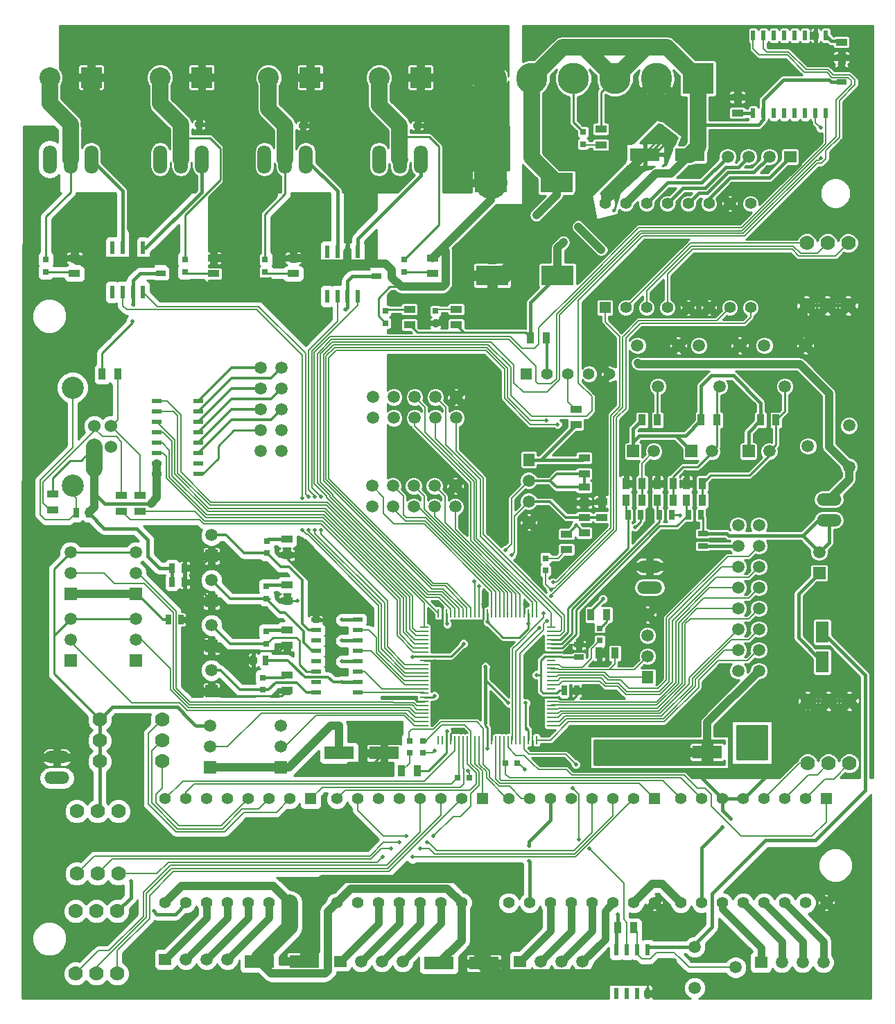
<source format=gtl>
%FSLAX34Y34*%
G04 Gerber Fmt 3.4, Leading zero omitted, Abs format*
G04 (created by PCBNEW (2014-05-13 BZR 4864)-product) date Mi 14 Mai 2014 11:17:40 CEST*
%MOIN*%
G01*
G70*
G90*
G04 APERTURE LIST*
%ADD10C,0.003937*%
%ADD11R,0.025000X0.045000*%
%ADD12R,0.055000X0.055000*%
%ADD13C,0.055000*%
%ADD14R,0.045000X0.025000*%
%ADD15R,0.063000X0.102400*%
%ADD16R,0.141700X0.063000*%
%ADD17R,0.031400X0.031400*%
%ADD18R,0.040000X0.010000*%
%ADD19R,0.010000X0.040000*%
%ADD20C,0.060000*%
%ADD21C,0.106300*%
%ADD22C,0.059300*%
%ADD23O,0.118700X0.059300*%
%ADD24R,0.100000X0.100000*%
%ADD25C,0.100000*%
%ADD26O,0.066900X0.137800*%
%ADD27R,0.035000X0.055000*%
%ADD28R,0.055000X0.035000*%
%ADD29C,0.059055*%
%ADD30R,0.023600X0.055100*%
%ADD31R,0.045000X0.020000*%
%ADD32R,0.023622X0.062992*%
%ADD33R,0.157500X0.094500*%
%ADD34C,0.070000*%
%ADD35R,0.059055X0.059055*%
%ADD36R,0.055000X0.059055*%
%ADD37R,0.039400X0.023600*%
%ADD38R,0.059055X0.055000*%
%ADD39C,0.150000*%
%ADD40R,0.150000X0.150000*%
%ADD41R,0.020000X0.051181*%
%ADD42C,0.020000*%
%ADD43C,0.012000*%
%ADD44C,0.010000*%
%ADD45C,0.018000*%
%ADD46C,0.157480*%
%ADD47C,0.039370*%
%ADD48C,0.078740*%
%ADD49C,0.006000*%
%ADD50C,0.035984*%
G04 APERTURE END LIST*
G54D10*
G54D11*
X30675Y-38975D03*
X31275Y-38975D03*
X27200Y-37025D03*
X26600Y-37025D03*
X27375Y-35225D03*
X26775Y-35225D03*
G54D12*
X43809Y-25222D03*
G54D13*
X44809Y-25222D03*
X45809Y-25222D03*
X46809Y-25222D03*
X47809Y-25222D03*
G54D11*
X46229Y-40437D03*
X45629Y-40437D03*
G54D14*
X46329Y-38837D03*
X46329Y-38237D03*
G54D11*
X22150Y-31900D03*
X22750Y-31900D03*
G54D15*
X58029Y-37628D03*
X58029Y-39046D03*
G54D11*
X51579Y-31987D03*
X52179Y-31987D03*
X50179Y-31987D03*
X50779Y-31987D03*
X48679Y-31987D03*
X49279Y-31987D03*
G54D16*
X36962Y-43437D03*
X34796Y-43437D03*
X54662Y-43387D03*
X52496Y-43387D03*
X33121Y-53444D03*
X30955Y-53444D03*
X49496Y-14687D03*
X51662Y-14687D03*
G54D17*
X47329Y-38032D03*
X47329Y-37442D03*
X37029Y-22782D03*
X37029Y-22192D03*
X46529Y-13592D03*
X46529Y-14182D03*
X39429Y-22782D03*
X39429Y-22192D03*
X42784Y-43937D03*
X43374Y-43937D03*
X38829Y-42842D03*
X38829Y-43432D03*
X44720Y-34664D03*
X44720Y-34074D03*
X40484Y-44637D03*
X41074Y-44637D03*
X38179Y-42842D03*
X38179Y-43432D03*
X31219Y-20323D03*
X31219Y-19733D03*
X20699Y-20323D03*
X20699Y-19733D03*
X27392Y-20323D03*
X27392Y-19733D03*
X37912Y-20323D03*
X37912Y-19733D03*
X31125Y-39805D03*
X31125Y-40395D03*
X31311Y-37600D03*
X31311Y-38190D03*
X31311Y-35434D03*
X31311Y-36024D03*
X31329Y-33242D03*
X31329Y-33832D03*
G54D18*
X44979Y-37403D03*
X44979Y-42123D03*
X44979Y-41923D03*
X44979Y-41733D03*
X44979Y-41533D03*
X44979Y-41333D03*
X44979Y-41143D03*
X44979Y-40943D03*
X44979Y-40743D03*
X44979Y-40553D03*
X44979Y-40353D03*
X44979Y-40153D03*
X44979Y-39953D03*
X44979Y-39763D03*
X44979Y-39563D03*
X44979Y-39363D03*
X44979Y-39173D03*
X44979Y-38973D03*
X44979Y-38773D03*
X44979Y-38583D03*
X44979Y-38383D03*
X44979Y-38183D03*
X44979Y-37993D03*
X44979Y-37793D03*
X44979Y-37593D03*
G54D19*
X44289Y-42813D03*
X39569Y-42813D03*
X39769Y-42813D03*
X39959Y-42813D03*
X40159Y-42813D03*
X40359Y-42813D03*
X40549Y-42813D03*
X40749Y-42813D03*
X40949Y-42813D03*
X41139Y-42813D03*
X41339Y-42813D03*
X41539Y-42813D03*
X41739Y-42813D03*
X41929Y-42813D03*
X42129Y-42813D03*
X42329Y-42813D03*
X42519Y-42813D03*
X42719Y-42813D03*
X42919Y-42813D03*
X43109Y-42813D03*
X43309Y-42813D03*
X43509Y-42813D03*
X43699Y-42813D03*
X43899Y-42813D03*
X44099Y-42813D03*
X44289Y-36713D03*
X44089Y-36713D03*
X43899Y-36713D03*
X43699Y-36713D03*
X43499Y-36713D03*
X43309Y-36713D03*
X43109Y-36713D03*
X42909Y-36713D03*
X42719Y-36713D03*
X42519Y-36713D03*
X42319Y-36713D03*
X42119Y-36713D03*
X41929Y-36713D03*
X41729Y-36713D03*
X41529Y-36713D03*
X41339Y-36713D03*
X41139Y-36713D03*
X40939Y-36713D03*
X40749Y-36713D03*
X40549Y-36713D03*
X40349Y-36713D03*
X40159Y-36713D03*
X39959Y-36713D03*
X39759Y-36713D03*
X39569Y-36713D03*
G54D18*
X38879Y-37403D03*
X38879Y-37603D03*
X38879Y-37793D03*
X38879Y-37993D03*
X38879Y-38193D03*
X38879Y-38383D03*
X38879Y-38583D03*
X38879Y-38783D03*
X38879Y-38973D03*
X38879Y-39173D03*
X38879Y-39373D03*
X38879Y-39573D03*
X38879Y-39763D03*
X38879Y-39963D03*
X38879Y-40163D03*
X38879Y-40353D03*
X38879Y-40553D03*
X38879Y-40753D03*
X38879Y-40943D03*
X38879Y-41143D03*
X38879Y-41343D03*
X38879Y-41533D03*
X38879Y-41733D03*
X38879Y-41933D03*
X38879Y-42123D03*
G54D20*
X23829Y-28737D03*
X23829Y-27737D03*
X23042Y-27737D03*
X23042Y-28737D03*
G54D21*
X21979Y-30599D03*
X21979Y-25875D03*
G54D22*
X40385Y-30602D03*
X40385Y-31602D03*
X39385Y-30602D03*
X39385Y-31602D03*
X38385Y-30602D03*
X38385Y-31602D03*
X37385Y-30602D03*
X37385Y-31602D03*
X36385Y-30602D03*
X36385Y-31602D03*
X31029Y-24937D03*
X32029Y-24937D03*
X31029Y-25937D03*
X32029Y-25937D03*
X31029Y-26937D03*
X32029Y-26937D03*
X31029Y-27937D03*
X32029Y-27937D03*
X31029Y-28937D03*
X32029Y-28937D03*
G54D23*
X21229Y-44637D03*
X21229Y-43637D03*
X58350Y-32250D03*
X58350Y-31250D03*
X49725Y-35475D03*
X49725Y-34475D03*
G54D22*
X54979Y-39487D03*
X53979Y-39487D03*
X54979Y-38487D03*
X53979Y-38487D03*
X54979Y-37487D03*
X53979Y-37487D03*
X54979Y-36487D03*
X53979Y-36487D03*
X54979Y-35487D03*
X53979Y-35487D03*
X54979Y-34487D03*
X53979Y-34487D03*
X54979Y-33487D03*
X53979Y-33487D03*
X54979Y-32487D03*
X53979Y-32487D03*
G54D24*
X33400Y-10973D03*
G54D25*
X31400Y-10973D03*
G54D24*
X22880Y-10973D03*
G54D25*
X20880Y-10973D03*
G54D24*
X38715Y-10973D03*
G54D25*
X36715Y-10973D03*
G54D24*
X28195Y-10973D03*
G54D25*
X26195Y-10973D03*
G54D26*
X32203Y-14910D03*
X33203Y-14910D03*
X31203Y-14910D03*
X21880Y-14910D03*
X22880Y-14910D03*
X20880Y-14910D03*
X27195Y-14910D03*
X28195Y-14910D03*
X26195Y-14910D03*
X37715Y-14910D03*
X38715Y-14910D03*
X36715Y-14910D03*
G54D27*
X47304Y-38637D03*
X48054Y-38637D03*
X47654Y-36787D03*
X46904Y-36787D03*
G54D28*
X38179Y-22112D03*
X38179Y-22862D03*
X47379Y-14212D03*
X47379Y-13462D03*
X40429Y-22112D03*
X40429Y-22862D03*
X25229Y-31812D03*
X25229Y-31062D03*
X24329Y-31812D03*
X24329Y-31062D03*
X47429Y-32112D03*
X47429Y-31362D03*
X46579Y-30662D03*
X46579Y-31412D03*
G54D27*
X48954Y-51837D03*
X48204Y-51837D03*
X55054Y-27437D03*
X55804Y-27437D03*
X52204Y-27437D03*
X52954Y-27437D03*
X49354Y-27437D03*
X50104Y-27437D03*
X52254Y-31287D03*
X51504Y-31287D03*
X50854Y-31287D03*
X50104Y-31287D03*
X49354Y-31287D03*
X48604Y-31287D03*
X51504Y-30487D03*
X52254Y-30487D03*
X50104Y-30487D03*
X50854Y-30487D03*
X48604Y-30487D03*
X49354Y-30487D03*
G54D28*
X45729Y-33662D03*
X45729Y-32912D03*
G54D27*
X37804Y-44287D03*
X38554Y-44287D03*
G54D28*
X32597Y-19653D03*
X32597Y-20403D03*
X22077Y-19653D03*
X22077Y-20403D03*
X28770Y-19653D03*
X28770Y-20403D03*
X39290Y-19653D03*
X39290Y-20403D03*
X32296Y-39685D03*
X32296Y-40435D03*
X32296Y-37520D03*
X32296Y-38270D03*
X32296Y-35354D03*
X32296Y-36104D03*
X32279Y-33162D03*
X32279Y-33912D03*
G54D29*
X53863Y-53737D03*
X51895Y-54721D03*
X51895Y-52752D03*
X56229Y-25821D03*
X55245Y-23852D03*
X57213Y-23852D03*
X50129Y-25821D03*
X49145Y-23852D03*
X51113Y-23852D03*
X53079Y-25821D03*
X52095Y-23852D03*
X54063Y-23852D03*
X57345Y-28687D03*
X59313Y-27702D03*
X59313Y-29671D03*
G54D30*
X49629Y-54987D03*
X49629Y-52887D03*
X49129Y-54987D03*
X48629Y-54987D03*
X48129Y-54987D03*
X49129Y-52887D03*
X48629Y-52887D03*
X48129Y-52887D03*
G54D31*
X26029Y-26537D03*
X26029Y-27037D03*
X26029Y-27537D03*
X26029Y-28037D03*
X26029Y-28537D03*
X26029Y-29037D03*
X26029Y-29537D03*
X26029Y-30037D03*
X28029Y-30037D03*
X28029Y-29537D03*
X28029Y-29037D03*
X28029Y-28537D03*
X28029Y-28037D03*
X28029Y-27537D03*
X28029Y-27037D03*
X28029Y-26537D03*
G54D13*
X40688Y-50629D03*
X34688Y-45629D03*
X35688Y-45629D03*
X36688Y-45629D03*
X37688Y-45629D03*
X38688Y-45629D03*
X39688Y-45629D03*
X40688Y-45629D03*
G54D12*
X41688Y-45629D03*
G54D13*
X41688Y-50629D03*
X39688Y-50629D03*
X38688Y-50629D03*
X37688Y-50629D03*
X36688Y-50629D03*
X35688Y-50629D03*
X34688Y-50629D03*
X57224Y-50629D03*
X51224Y-45629D03*
X52224Y-45629D03*
X53224Y-45629D03*
X54224Y-45629D03*
X55224Y-45629D03*
X56224Y-45629D03*
X57224Y-45629D03*
G54D12*
X58224Y-45629D03*
G54D13*
X58224Y-50629D03*
X56224Y-50629D03*
X55224Y-50629D03*
X54224Y-50629D03*
X53224Y-50629D03*
X52224Y-50629D03*
X51224Y-50629D03*
X32429Y-50637D03*
X26429Y-45637D03*
X27429Y-45637D03*
X28429Y-45637D03*
X29429Y-45637D03*
X30429Y-45637D03*
X31429Y-45637D03*
X32429Y-45637D03*
G54D12*
X33429Y-45637D03*
G54D13*
X33429Y-50637D03*
X31429Y-50637D03*
X30429Y-50637D03*
X29429Y-50637D03*
X28429Y-50637D03*
X27429Y-50637D03*
X26429Y-50637D03*
X48579Y-17037D03*
X54579Y-22037D03*
X53579Y-22037D03*
X52579Y-22037D03*
X51579Y-22037D03*
X50579Y-22037D03*
X49579Y-22037D03*
X48579Y-22037D03*
G54D12*
X47579Y-22037D03*
G54D13*
X47579Y-17037D03*
X49579Y-17037D03*
X50579Y-17037D03*
X51579Y-17037D03*
X52579Y-17037D03*
X53579Y-17037D03*
X54579Y-17037D03*
X48956Y-50629D03*
X42956Y-45629D03*
X43956Y-45629D03*
X44956Y-45629D03*
X45956Y-45629D03*
X46956Y-45629D03*
X47956Y-45629D03*
X48956Y-45629D03*
G54D12*
X49956Y-45629D03*
G54D13*
X49956Y-50629D03*
X47956Y-50629D03*
X46956Y-50629D03*
X45956Y-50629D03*
X44956Y-50629D03*
X43956Y-50629D03*
X42956Y-50629D03*
G54D32*
X34221Y-19359D03*
X34221Y-21485D03*
X34713Y-19359D03*
X35205Y-19359D03*
X35697Y-19359D03*
X34713Y-21485D03*
X35205Y-21485D03*
X35697Y-21485D03*
X23898Y-19162D03*
X23898Y-21288D03*
X24390Y-19162D03*
X24882Y-19162D03*
X25374Y-19162D03*
X24390Y-21288D03*
X24882Y-21288D03*
X25374Y-21288D03*
G54D31*
X35679Y-40537D03*
X35679Y-40037D03*
X35679Y-39537D03*
X35679Y-39037D03*
X35679Y-38537D03*
X35679Y-38037D03*
X35679Y-37537D03*
X35679Y-37037D03*
X33679Y-37037D03*
X33679Y-37537D03*
X33679Y-38037D03*
X33679Y-38537D03*
X33679Y-39037D03*
X33679Y-39537D03*
X33679Y-40037D03*
X33679Y-40537D03*
G54D28*
X21025Y-31750D03*
X21025Y-31000D03*
G54D27*
X24154Y-25237D03*
X23404Y-25237D03*
G54D28*
X46179Y-27662D03*
X46179Y-26912D03*
G54D27*
X44004Y-23487D03*
X44754Y-23487D03*
G54D28*
X46579Y-32862D03*
X46579Y-32112D03*
X46579Y-29262D03*
X46579Y-30012D03*
G54D33*
X42104Y-16037D03*
X45254Y-16037D03*
X42154Y-20487D03*
X45304Y-20487D03*
G54D14*
X52279Y-33487D03*
X52279Y-32887D03*
G54D16*
X41762Y-53537D03*
X39596Y-53537D03*
G54D22*
X40429Y-26337D03*
X40429Y-27337D03*
X39429Y-26337D03*
X39429Y-27337D03*
X38429Y-26337D03*
X38429Y-27337D03*
X37429Y-26337D03*
X37429Y-27337D03*
X36429Y-26337D03*
X36429Y-27337D03*
G54D34*
X24129Y-51037D03*
X23129Y-51037D03*
X22129Y-51037D03*
X22129Y-54037D03*
X23129Y-54037D03*
X24129Y-54037D03*
X59329Y-40937D03*
X58329Y-40937D03*
X57329Y-40937D03*
X57329Y-43937D03*
X58329Y-43937D03*
X59329Y-43937D03*
X23279Y-41837D03*
X23279Y-42837D03*
X23279Y-43837D03*
X26279Y-43837D03*
X26279Y-42837D03*
X26279Y-41837D03*
X57279Y-21937D03*
X58279Y-21937D03*
X59279Y-21937D03*
X59279Y-18937D03*
X58279Y-18937D03*
X57279Y-18937D03*
X24179Y-46237D03*
X23179Y-46237D03*
X22179Y-46237D03*
X22179Y-49237D03*
X23179Y-49237D03*
X24179Y-49237D03*
G54D35*
X25029Y-35787D03*
G54D29*
X25029Y-34787D03*
X25029Y-33787D03*
G54D35*
X21883Y-35787D03*
G54D29*
X21883Y-34787D03*
X21883Y-33787D03*
G54D35*
X25029Y-38987D03*
G54D29*
X25029Y-37987D03*
X25029Y-36987D03*
G54D35*
X21879Y-38987D03*
G54D29*
X21879Y-37987D03*
X21879Y-36987D03*
G54D35*
X28579Y-44137D03*
G54D29*
X28579Y-43137D03*
X28579Y-42137D03*
G54D35*
X31979Y-44137D03*
G54D29*
X31979Y-43137D03*
X31979Y-42137D03*
G54D36*
X49629Y-39787D03*
G54D29*
X49629Y-38787D03*
X49629Y-37787D03*
X49629Y-36787D03*
G54D36*
X43920Y-29348D03*
G54D29*
X43920Y-30348D03*
X43920Y-31348D03*
X43920Y-32348D03*
G54D35*
X28662Y-40460D03*
G54D29*
X28662Y-39460D03*
G54D35*
X28662Y-38295D03*
G54D29*
X28662Y-37295D03*
G54D35*
X28662Y-36129D03*
G54D29*
X28662Y-35129D03*
G54D35*
X28662Y-33964D03*
G54D29*
X28662Y-32964D03*
G54D37*
X22762Y-13237D03*
X21896Y-13237D03*
X33062Y-13287D03*
X32196Y-13287D03*
X28062Y-13237D03*
X27196Y-13237D03*
X38562Y-13287D03*
X37696Y-13287D03*
G54D38*
X34850Y-53444D03*
G54D29*
X35850Y-53444D03*
X36850Y-53444D03*
X37850Y-53444D03*
G54D38*
X55079Y-53487D03*
G54D29*
X56079Y-53487D03*
X57079Y-53487D03*
X58079Y-53487D03*
G54D38*
X26435Y-53346D03*
G54D29*
X27435Y-53346D03*
X28435Y-53346D03*
X29435Y-53346D03*
G54D38*
X56479Y-14787D03*
G54D29*
X55479Y-14787D03*
X54479Y-14787D03*
X53479Y-14787D03*
G54D38*
X43511Y-53444D03*
G54D29*
X44511Y-53444D03*
X45511Y-53444D03*
X46511Y-53444D03*
G54D14*
X36579Y-19937D03*
X36579Y-20537D03*
X26229Y-19787D03*
X26229Y-20387D03*
G54D39*
X50047Y-11023D03*
X48047Y-11023D03*
G54D40*
X52047Y-11023D03*
G54D39*
X46047Y-11023D03*
X44047Y-11023D03*
X42047Y-11023D03*
G54D35*
X54479Y-28937D03*
G54D29*
X55479Y-28937D03*
G54D35*
X51729Y-28937D03*
G54D29*
X52729Y-28937D03*
G54D35*
X48929Y-28937D03*
G54D29*
X49929Y-28937D03*
G54D35*
X57879Y-34787D03*
G54D29*
X57879Y-33787D03*
G54D28*
X53950Y-11925D03*
X53950Y-12675D03*
X58950Y-10025D03*
X58950Y-9275D03*
G54D41*
X58200Y-8959D03*
X57700Y-8959D03*
X57200Y-8959D03*
X56700Y-8959D03*
X56200Y-8959D03*
X55700Y-8959D03*
X55200Y-8959D03*
X54700Y-8959D03*
X54700Y-12700D03*
X55200Y-12700D03*
X55700Y-12700D03*
X56200Y-12700D03*
X56700Y-12700D03*
X57200Y-12700D03*
X57700Y-12700D03*
X58200Y-12700D03*
G54D14*
X58950Y-11200D03*
X58950Y-10600D03*
G54D11*
X27375Y-34550D03*
X26775Y-34550D03*
G54D42*
X35500Y-44300D03*
X35150Y-44200D03*
X50850Y-13750D03*
X50600Y-13750D03*
X50350Y-13750D03*
X33429Y-36237D03*
X32779Y-36137D03*
X31329Y-21087D03*
X31029Y-21087D03*
X30729Y-21087D03*
X30429Y-21087D03*
X30129Y-21087D03*
X29779Y-21087D03*
X29479Y-21087D03*
X54775Y-42225D03*
X54325Y-42275D03*
X50325Y-53375D03*
X50625Y-53375D03*
X50925Y-53375D03*
X48125Y-43387D03*
X47475Y-43387D03*
X47775Y-43387D03*
X44279Y-39687D03*
X42925Y-41025D03*
X41829Y-39287D03*
X24875Y-22675D03*
X24879Y-21887D03*
X41929Y-37137D03*
X43879Y-37237D03*
X39979Y-37237D03*
X38329Y-38837D03*
X39379Y-40687D03*
X39979Y-42387D03*
X44279Y-17587D03*
X45579Y-18887D03*
X35079Y-22137D03*
X40779Y-38187D03*
X46179Y-32487D03*
X49029Y-32587D03*
X51179Y-32037D03*
X47479Y-36037D03*
X48179Y-51187D03*
X34929Y-37037D03*
X34929Y-38037D03*
X34929Y-39037D03*
X34929Y-40037D03*
X26200Y-34550D03*
X41929Y-43237D03*
X43829Y-42287D03*
X43775Y-41025D03*
X42825Y-21775D03*
X42525Y-21775D03*
X42225Y-21775D03*
X41925Y-21775D03*
X41625Y-21775D03*
X41325Y-21775D03*
X44329Y-38587D03*
X54100Y-11100D03*
X40329Y-42337D03*
X24779Y-49587D03*
X41729Y-36287D03*
X43729Y-36287D03*
X39579Y-36287D03*
X39379Y-39037D03*
X42179Y-42337D03*
X44179Y-43237D03*
X38379Y-40787D03*
X44379Y-40887D03*
X47479Y-30587D03*
X48429Y-29737D03*
X50029Y-29837D03*
X51429Y-29937D03*
X45929Y-31637D03*
X45279Y-43887D03*
X53629Y-46587D03*
X53229Y-46987D03*
X39579Y-37637D03*
X43929Y-47887D03*
X43929Y-48637D03*
X57850Y-9850D03*
X56950Y-13250D03*
X25879Y-51037D03*
X49150Y-24700D03*
X47400Y-19250D03*
X46300Y-18150D03*
X43729Y-44237D03*
X39379Y-43337D03*
X40979Y-44287D03*
X46179Y-43987D03*
X46029Y-45137D03*
X46329Y-47587D03*
X46829Y-48037D03*
X41529Y-35437D03*
X43079Y-33937D03*
X41279Y-35187D03*
X42779Y-33687D03*
X45300Y-27650D03*
X44750Y-27450D03*
X33929Y-32737D03*
X33929Y-31137D03*
X33629Y-32737D03*
X33629Y-31137D03*
X33329Y-31137D03*
X33329Y-32737D03*
X33029Y-32737D03*
X33029Y-31187D03*
X38029Y-47437D03*
X39329Y-47437D03*
X44979Y-35887D03*
X44629Y-36737D03*
X44979Y-35587D03*
X44429Y-37437D03*
X45079Y-35237D03*
X44779Y-37087D03*
X39029Y-47737D03*
X37679Y-47737D03*
X37279Y-48037D03*
X38679Y-48037D03*
X36879Y-48437D03*
X38329Y-48437D03*
X57950Y-14850D03*
X57950Y-13400D03*
G54D43*
X27375Y-34550D02*
X28076Y-34550D01*
X28076Y-34550D02*
X28662Y-33964D01*
X27375Y-35225D02*
X27757Y-35225D01*
X27757Y-35225D02*
X28662Y-36129D01*
X27200Y-37025D02*
X27300Y-37025D01*
X27300Y-37025D02*
X28570Y-38295D01*
X28570Y-38295D02*
X28662Y-38295D01*
X30675Y-38975D02*
X30575Y-38975D01*
X30575Y-38975D02*
X30150Y-38550D01*
X30150Y-38550D02*
X28916Y-38550D01*
X28916Y-38550D02*
X28662Y-38295D01*
G54D44*
X36550Y-44100D02*
X36962Y-43687D01*
X35700Y-44100D02*
X36550Y-44100D01*
X35500Y-44300D02*
X35700Y-44100D01*
X35100Y-44150D02*
X35100Y-44050D01*
X35150Y-44200D02*
X35100Y-44150D01*
X36962Y-43687D02*
X36962Y-43437D01*
X36499Y-43900D02*
X36962Y-43437D01*
X35250Y-43900D02*
X36499Y-43900D01*
X35100Y-44050D02*
X35250Y-43900D01*
X35100Y-44200D02*
X35100Y-44050D01*
X50850Y-13750D02*
X49912Y-14687D01*
X49912Y-14687D02*
X49496Y-14687D01*
X50600Y-13750D02*
X49662Y-14687D01*
X49662Y-14687D02*
X49496Y-14687D01*
X50350Y-13750D02*
X49496Y-14603D01*
X49496Y-14603D02*
X49496Y-14687D01*
X32279Y-33912D02*
X32279Y-34087D01*
X32279Y-34087D02*
X33429Y-35237D01*
X33429Y-35237D02*
X33429Y-36237D01*
G54D45*
X33679Y-37037D02*
X33679Y-36487D01*
X33679Y-36487D02*
X33429Y-36237D01*
G54D44*
X32747Y-36104D02*
X32779Y-36137D01*
X32296Y-36104D02*
X32747Y-36104D01*
G54D46*
X29879Y-9437D02*
X29976Y-9534D01*
X29976Y-9534D02*
X29976Y-20434D01*
G54D44*
X30529Y-21087D02*
X30429Y-21087D01*
G54D47*
X49496Y-14687D02*
X47579Y-16604D01*
X47579Y-16604D02*
X47579Y-17037D01*
G54D46*
X42047Y-13537D02*
X42047Y-15979D01*
X42047Y-11023D02*
X42047Y-13537D01*
X42047Y-15979D02*
X42104Y-16037D01*
G54D47*
X42047Y-15979D02*
X42104Y-16037D01*
G54D46*
X42047Y-11023D02*
X42047Y-11004D01*
X42047Y-11004D02*
X40479Y-9437D01*
X40479Y-9437D02*
X35079Y-9437D01*
X35079Y-9437D02*
X29879Y-9437D01*
X29879Y-9437D02*
X24416Y-9437D01*
G54D44*
X32511Y-36104D02*
X32296Y-36104D01*
X28903Y-38537D02*
X28662Y-38295D01*
X31929Y-38537D02*
X28903Y-38537D01*
X32196Y-38270D02*
X31929Y-38537D01*
X32296Y-38270D02*
X32196Y-38270D01*
X28888Y-40687D02*
X28662Y-40460D01*
X32044Y-40687D02*
X28888Y-40687D01*
X32296Y-40435D02*
X32044Y-40687D01*
X28195Y-13104D02*
X28195Y-10973D01*
X28062Y-13237D02*
X28195Y-13104D01*
X22762Y-13237D02*
X22880Y-13119D01*
X33400Y-12949D02*
X33400Y-10973D01*
X33062Y-13287D02*
X33400Y-12949D01*
X38715Y-13134D02*
X38715Y-10973D01*
X38562Y-13287D02*
X38715Y-13134D01*
G54D45*
X36579Y-19937D02*
X36479Y-20037D01*
G54D47*
X42104Y-16839D02*
X39290Y-19653D01*
X42104Y-16037D02*
X42104Y-16839D01*
X37029Y-19937D02*
X37329Y-20237D01*
X37329Y-20237D02*
X37329Y-20587D01*
X37329Y-20587D02*
X37779Y-21037D01*
X37779Y-21037D02*
X39779Y-21037D01*
X39779Y-21037D02*
X39929Y-20887D01*
X39929Y-20887D02*
X39929Y-19337D01*
X36579Y-19937D02*
X37029Y-19937D01*
X33529Y-19937D02*
X33246Y-19653D01*
X33246Y-19653D02*
X32597Y-19653D01*
X33629Y-19937D02*
X33529Y-19937D01*
X35179Y-19937D02*
X33629Y-19937D01*
X36579Y-19937D02*
X35179Y-19937D01*
X35205Y-19937D02*
X35179Y-19937D01*
X35205Y-19359D02*
X35205Y-19937D01*
X33629Y-20387D02*
X32929Y-21087D01*
X32929Y-21087D02*
X31329Y-21087D01*
X31329Y-21087D02*
X31029Y-21087D01*
X31029Y-21087D02*
X30729Y-21087D01*
X30729Y-21087D02*
X30529Y-21087D01*
X30529Y-21087D02*
X30629Y-21087D01*
X30629Y-21087D02*
X29929Y-20387D01*
X29929Y-20387D02*
X29196Y-19653D01*
X29196Y-19653D02*
X28770Y-19653D01*
X33629Y-19937D02*
X33629Y-20387D01*
X27129Y-21087D02*
X26829Y-20787D01*
X26829Y-20787D02*
X26829Y-20087D01*
X26829Y-20087D02*
X26529Y-19787D01*
X26529Y-19787D02*
X26229Y-19787D01*
X30629Y-21087D02*
X30129Y-21087D01*
X30129Y-21087D02*
X29779Y-21087D01*
X29779Y-21087D02*
X29479Y-21087D01*
X29479Y-21087D02*
X27129Y-21087D01*
X25029Y-19787D02*
X24882Y-19639D01*
X24882Y-19639D02*
X24882Y-19162D01*
X26229Y-19787D02*
X25029Y-19787D01*
X22210Y-19787D02*
X22077Y-19653D01*
X25029Y-19787D02*
X22210Y-19787D01*
X33429Y-53136D02*
X33121Y-53444D01*
G54D48*
X33429Y-50637D02*
X33429Y-53136D01*
G54D47*
X41688Y-53463D02*
X41762Y-53537D01*
G54D48*
X41688Y-50629D02*
X41688Y-53463D01*
G54D44*
X37229Y-21037D02*
X36679Y-21587D01*
X36679Y-21587D02*
X36679Y-22432D01*
X36679Y-22432D02*
X37029Y-22782D01*
X37779Y-21037D02*
X37229Y-21037D01*
G54D48*
X41688Y-50046D02*
X41688Y-50629D01*
X41129Y-49487D02*
X41688Y-50046D01*
G54D47*
X33979Y-49487D02*
X41129Y-49487D01*
X33429Y-50037D02*
X33979Y-49487D01*
X33429Y-50637D02*
X33429Y-50037D01*
G54D48*
X22880Y-13119D02*
X22762Y-13237D01*
X22880Y-10973D02*
X22880Y-13119D01*
X22762Y-13237D02*
X22929Y-13237D01*
G54D47*
X24882Y-18284D02*
X24979Y-18187D01*
G54D48*
X23979Y-14287D02*
X22929Y-13237D01*
X24979Y-16137D02*
X24979Y-18187D01*
X23979Y-15137D02*
X24979Y-16137D01*
X23979Y-14287D02*
X23979Y-15137D01*
G54D47*
X24882Y-19162D02*
X24882Y-18284D01*
X49629Y-54225D02*
X49629Y-54220D01*
G54D48*
X42450Y-54225D02*
X41762Y-53537D01*
X42450Y-54225D02*
X49629Y-54225D01*
G54D45*
X54662Y-43387D02*
X54662Y-42462D01*
X54662Y-43387D02*
X54662Y-42337D01*
X54662Y-42337D02*
X54775Y-42225D01*
X54325Y-43275D02*
X54325Y-42275D01*
X54437Y-43387D02*
X54325Y-43275D01*
X54662Y-43387D02*
X54437Y-43387D01*
X49629Y-54070D02*
X50325Y-53375D01*
X49629Y-54225D02*
X49629Y-54070D01*
X50225Y-54175D02*
X50625Y-53775D01*
X50625Y-53775D02*
X50625Y-53375D01*
G54D44*
X49629Y-54987D02*
X49629Y-54175D01*
G54D45*
X49629Y-54175D02*
X50225Y-54175D01*
X50625Y-54175D02*
X50925Y-53875D01*
X50925Y-53875D02*
X50925Y-53375D01*
X50225Y-54175D02*
X50625Y-54175D01*
G54D44*
X21025Y-31000D02*
X21025Y-30225D01*
X22404Y-29375D02*
X23042Y-28737D01*
X21875Y-29375D02*
X22404Y-29375D01*
X21025Y-30225D02*
X21875Y-29375D01*
G54D47*
X47525Y-43387D02*
X47475Y-43387D01*
X47475Y-43387D02*
X47237Y-43387D01*
X47775Y-43387D02*
X47525Y-43387D01*
X47525Y-43387D02*
X47529Y-43387D01*
G54D44*
X44279Y-39687D02*
X44479Y-39687D01*
X41929Y-37137D02*
X42667Y-37875D01*
X43879Y-37470D02*
X43879Y-37237D01*
X43475Y-37875D02*
X43879Y-37470D01*
X42667Y-37875D02*
X43475Y-37875D01*
X41829Y-39929D02*
X41829Y-39287D01*
X42925Y-41025D02*
X41829Y-39929D01*
X41829Y-41970D02*
X41829Y-42129D01*
X41929Y-42229D02*
X41929Y-42813D01*
X41829Y-42129D02*
X41929Y-42229D01*
G54D45*
X41829Y-39287D02*
X41829Y-41970D01*
X41829Y-41970D02*
X41825Y-41975D01*
G54D44*
X23929Y-23687D02*
X24875Y-22741D01*
X23404Y-24212D02*
X23929Y-23687D01*
X23404Y-25237D02*
X23404Y-24212D01*
X24875Y-22741D02*
X24875Y-22675D01*
G54D45*
X24882Y-21288D02*
X24882Y-21884D01*
X24882Y-21884D02*
X24879Y-21887D01*
G54D47*
X25029Y-35787D02*
X25029Y-35787D01*
X25029Y-35787D02*
X21883Y-35787D01*
G54D43*
X26600Y-37025D02*
X26325Y-37025D01*
X26325Y-37025D02*
X25087Y-35787D01*
X25087Y-35787D02*
X25029Y-35787D01*
X34929Y-40037D02*
X34512Y-40037D01*
X32325Y-38975D02*
X31275Y-38975D01*
X33150Y-39800D02*
X32325Y-38975D01*
X34275Y-39800D02*
X33150Y-39800D01*
X34512Y-40037D02*
X34275Y-39800D01*
G54D45*
X58150Y-11100D02*
X57100Y-11100D01*
X58350Y-11100D02*
X58450Y-11200D01*
X58950Y-11200D02*
X58450Y-11200D01*
X57100Y-11100D02*
X56150Y-11100D01*
X56150Y-11100D02*
X55200Y-12050D01*
X55200Y-12050D02*
X55200Y-12700D01*
X58150Y-11100D02*
X58350Y-11100D01*
X58350Y-32250D02*
X57816Y-32250D01*
X57816Y-32250D02*
X57079Y-32987D01*
X57879Y-33787D02*
X57079Y-32987D01*
X57079Y-32987D02*
X56462Y-32987D01*
X53429Y-32887D02*
X52279Y-32887D01*
X56462Y-32987D02*
X55579Y-32987D01*
X53429Y-32887D02*
X53529Y-32987D01*
X53529Y-32987D02*
X55579Y-32987D01*
X58350Y-32250D02*
X58350Y-33316D01*
X58350Y-33316D02*
X57879Y-33787D01*
G54D48*
X52047Y-13250D02*
X52047Y-14302D01*
X52047Y-11023D02*
X52047Y-13250D01*
X52047Y-14302D02*
X51662Y-14687D01*
G54D44*
X39959Y-42813D02*
X39959Y-43407D01*
X39079Y-44287D02*
X38554Y-44287D01*
X39959Y-43407D02*
X39079Y-44287D01*
G54D47*
X48956Y-50629D02*
X49849Y-49737D01*
X50331Y-49737D02*
X51224Y-50629D01*
X49849Y-49737D02*
X50331Y-49737D01*
X30955Y-53444D02*
X30955Y-53261D01*
G54D48*
X30955Y-53261D02*
X32429Y-51787D01*
X32429Y-51787D02*
X32429Y-50637D01*
G54D47*
X50762Y-15587D02*
X50029Y-15587D01*
X50029Y-15587D02*
X48579Y-17037D01*
X51662Y-14687D02*
X50762Y-15587D01*
G54D48*
X45254Y-16037D02*
X44047Y-14829D01*
X44047Y-14829D02*
X44047Y-11023D01*
G54D44*
X48047Y-11023D02*
X47379Y-11691D01*
X47379Y-11691D02*
X47379Y-13462D01*
G54D48*
X48047Y-11023D02*
X49533Y-9537D01*
X49533Y-9537D02*
X50429Y-9537D01*
X50429Y-9537D02*
X50560Y-9537D01*
X52047Y-11023D02*
X50560Y-9537D01*
X50560Y-9537D02*
X46029Y-9537D01*
X44047Y-11023D02*
X45533Y-9537D01*
X46560Y-9537D02*
X48047Y-11023D01*
X45533Y-9537D02*
X46029Y-9537D01*
X46029Y-9537D02*
X46560Y-9537D01*
G54D44*
X41929Y-37137D02*
X41929Y-37136D01*
X41929Y-37136D02*
X41929Y-36713D01*
X43899Y-37217D02*
X43899Y-36713D01*
X43879Y-37237D02*
X43899Y-37217D01*
X39959Y-37216D02*
X39979Y-37237D01*
X39959Y-36713D02*
X39959Y-37216D01*
X38329Y-38837D02*
X38382Y-38783D01*
X38382Y-38783D02*
X38879Y-38783D01*
X39379Y-40687D02*
X39312Y-40753D01*
X39312Y-40753D02*
X38879Y-40753D01*
X45529Y-38837D02*
X45466Y-38773D01*
X45466Y-38773D02*
X44979Y-38773D01*
X46329Y-38837D02*
X45529Y-38837D01*
X45262Y-40553D02*
X44979Y-40553D01*
X45379Y-40437D02*
X45262Y-40553D01*
X45629Y-40437D02*
X45379Y-40437D01*
X39959Y-42407D02*
X39959Y-42813D01*
X39979Y-42387D02*
X39959Y-42407D01*
G54D47*
X45254Y-16612D02*
X44279Y-17587D01*
X45579Y-18887D02*
X45304Y-19162D01*
X45304Y-19162D02*
X45304Y-20487D01*
X45254Y-16037D02*
X45254Y-16612D01*
G54D45*
X24882Y-20734D02*
X25229Y-20387D01*
X25229Y-20387D02*
X26229Y-20387D01*
X24882Y-21288D02*
X24882Y-20734D01*
X44004Y-21787D02*
X44004Y-23487D01*
X45304Y-20487D02*
X44004Y-21787D01*
G54D44*
X38554Y-23237D02*
X39679Y-23237D01*
X38179Y-22862D02*
X38554Y-23237D01*
X41079Y-23237D02*
X39679Y-23237D01*
X43754Y-23237D02*
X41079Y-23237D01*
X44004Y-23487D02*
X43754Y-23237D01*
X40804Y-23237D02*
X41079Y-23237D01*
X40429Y-22862D02*
X40804Y-23237D01*
G54D45*
X35205Y-22011D02*
X35079Y-22137D01*
X35205Y-21485D02*
X35205Y-22011D01*
X44493Y-29348D02*
X46179Y-27662D01*
X43920Y-29348D02*
X44493Y-29348D01*
X46493Y-29348D02*
X46579Y-29262D01*
X43920Y-29348D02*
X46493Y-29348D01*
X48929Y-27862D02*
X49354Y-27437D01*
X48929Y-28937D02*
X48929Y-27862D01*
X50829Y-28187D02*
X50979Y-28187D01*
X50979Y-28187D02*
X51729Y-28937D01*
X49229Y-28187D02*
X50829Y-28187D01*
X48929Y-28487D02*
X49229Y-28187D01*
X48929Y-28937D02*
X48929Y-28487D01*
X51454Y-28187D02*
X52204Y-27437D01*
X50829Y-28187D02*
X51454Y-28187D01*
X54479Y-28012D02*
X55054Y-27437D01*
X54479Y-28937D02*
X54479Y-28012D01*
G54D44*
X40182Y-38783D02*
X40779Y-38187D01*
X38879Y-38783D02*
X40182Y-38783D01*
X44692Y-38773D02*
X44479Y-38987D01*
X44979Y-38773D02*
X44692Y-38773D01*
X44479Y-38987D02*
X44479Y-39687D01*
X44479Y-39687D02*
X44479Y-40437D01*
X44596Y-40553D02*
X44979Y-40553D01*
X44479Y-40437D02*
X44596Y-40553D01*
G54D47*
X32379Y-44137D02*
X31979Y-44137D01*
X34379Y-42137D02*
X32379Y-44137D01*
X34796Y-42154D02*
X34796Y-43437D01*
X34779Y-42137D02*
X34796Y-42154D01*
X34779Y-42137D02*
X34379Y-42137D01*
X31979Y-44137D02*
X28579Y-44137D01*
G54D44*
X45754Y-32912D02*
X45729Y-32912D01*
X46179Y-32487D02*
X45754Y-32912D01*
X46204Y-32487D02*
X46579Y-32862D01*
X46179Y-32487D02*
X46204Y-32487D01*
X49029Y-32587D02*
X49279Y-32337D01*
X49279Y-32337D02*
X49279Y-31987D01*
X52279Y-32087D02*
X52179Y-31987D01*
X52279Y-32887D02*
X52279Y-32087D01*
X51179Y-32037D02*
X51129Y-31987D01*
X51129Y-31987D02*
X50779Y-31987D01*
X46904Y-36612D02*
X47479Y-36037D01*
X46904Y-36787D02*
X46904Y-36612D01*
G54D47*
X52496Y-43387D02*
X48125Y-43387D01*
X48125Y-43387D02*
X47775Y-43387D01*
G54D45*
X48129Y-51912D02*
X48129Y-52887D01*
X48204Y-51837D02*
X48129Y-51912D01*
X48179Y-51812D02*
X48204Y-51837D01*
X48179Y-51187D02*
X48179Y-51812D01*
G54D47*
X40688Y-52444D02*
X39596Y-53537D01*
X40688Y-50629D02*
X40688Y-52444D01*
G54D48*
X23042Y-29737D02*
X23042Y-29800D01*
X23042Y-28737D02*
X23042Y-29737D01*
G54D45*
X35679Y-37037D02*
X34929Y-37037D01*
X35679Y-38037D02*
X34929Y-38037D01*
X35679Y-39037D02*
X34929Y-39037D01*
X35679Y-40037D02*
X34929Y-40037D01*
X55200Y-13000D02*
X54950Y-13250D01*
X54950Y-13250D02*
X52047Y-13250D01*
X55200Y-12700D02*
X55200Y-13000D01*
X52204Y-25795D02*
X52700Y-25300D01*
X52700Y-25300D02*
X53750Y-25300D01*
X53750Y-25300D02*
X55054Y-26604D01*
X55054Y-26604D02*
X55054Y-27437D01*
X52204Y-27437D02*
X52204Y-25795D01*
X26775Y-34550D02*
X26775Y-35225D01*
X25600Y-34000D02*
X25600Y-33200D01*
X25600Y-33200D02*
X25050Y-32650D01*
X25050Y-32650D02*
X23500Y-32650D01*
X23500Y-32650D02*
X22750Y-31900D01*
X26150Y-34550D02*
X25600Y-34000D01*
X26775Y-34550D02*
X26150Y-34550D01*
G54D47*
X23042Y-31450D02*
X23042Y-31607D01*
X23042Y-30967D02*
X23042Y-31450D01*
X23042Y-29737D02*
X23042Y-30967D01*
G54D45*
X26150Y-34550D02*
X26200Y-34550D01*
X35412Y-20537D02*
X35205Y-20744D01*
X35205Y-20744D02*
X35205Y-21485D01*
X36579Y-20537D02*
X35412Y-20537D01*
G54D44*
X41929Y-43236D02*
X41929Y-42813D01*
X41929Y-43237D02*
X41929Y-43236D01*
G54D47*
X52496Y-41970D02*
X52496Y-43387D01*
X54979Y-39487D02*
X52496Y-41970D01*
X26029Y-29537D02*
X26029Y-30037D01*
G54D45*
X23000Y-31450D02*
X23042Y-31450D01*
X23042Y-31450D02*
X23000Y-31450D01*
X23525Y-31450D02*
X23042Y-30967D01*
G54D47*
X26029Y-30037D02*
X26029Y-31170D01*
X26029Y-31170D02*
X25750Y-31450D01*
G54D45*
X25750Y-31450D02*
X23525Y-31450D01*
G54D47*
X35368Y-49950D02*
X34688Y-50629D01*
X40009Y-49950D02*
X35368Y-49950D01*
X40688Y-50629D02*
X40009Y-49950D01*
X23042Y-31607D02*
X22750Y-31900D01*
G54D44*
X43899Y-42356D02*
X43899Y-42813D01*
X43829Y-42287D02*
X43899Y-42356D01*
X43775Y-41025D02*
X43775Y-42232D01*
X43775Y-42232D02*
X43829Y-42287D01*
G54D47*
X27241Y-49825D02*
X31617Y-49825D01*
X31617Y-49825D02*
X32429Y-50637D01*
X26429Y-50637D02*
X27241Y-49825D01*
X34125Y-54025D02*
X34275Y-53875D01*
X34275Y-53875D02*
X34275Y-53675D01*
X34275Y-51043D02*
X34688Y-50629D01*
X30955Y-53444D02*
X31535Y-54025D01*
X33925Y-54025D02*
X31535Y-54025D01*
X34275Y-51043D02*
X34275Y-53675D01*
X33925Y-54025D02*
X34125Y-54025D01*
G54D44*
X42225Y-22075D02*
X42525Y-22075D01*
X42525Y-22075D02*
X42825Y-21775D01*
X41925Y-22075D02*
X42225Y-22075D01*
X42225Y-22075D02*
X42525Y-21775D01*
X41725Y-22075D02*
X41925Y-22075D01*
X41925Y-22075D02*
X42225Y-21775D01*
X41325Y-22075D02*
X41725Y-22075D01*
X41725Y-21975D02*
X41925Y-21775D01*
X41725Y-22075D02*
X41725Y-21975D01*
X41050Y-22050D02*
X41075Y-22075D01*
X41325Y-22075D02*
X41625Y-21775D01*
X41075Y-22075D02*
X41325Y-22075D01*
X41325Y-21775D02*
X41050Y-22050D01*
X41050Y-22050D02*
X40879Y-22220D01*
X40879Y-22487D02*
X39724Y-22487D01*
X39724Y-22487D02*
X39429Y-22782D01*
X40879Y-22220D02*
X40879Y-22487D01*
G54D43*
X48220Y-37720D02*
X46845Y-37720D01*
X46829Y-37737D02*
X46329Y-38237D01*
X46845Y-37720D02*
X46829Y-37737D01*
G54D44*
X54400Y-16225D02*
X54391Y-16225D01*
G54D45*
X54391Y-16225D02*
X53579Y-17037D01*
G54D44*
X53587Y-17037D02*
X53579Y-17037D01*
G54D45*
X58950Y-10600D02*
X58650Y-10600D01*
X58650Y-10600D02*
X57850Y-9800D01*
G54D44*
X53950Y-11250D02*
X53950Y-11925D01*
X54100Y-11100D02*
X53950Y-11250D01*
G54D45*
X58950Y-10025D02*
X58950Y-10550D01*
X58329Y-40937D02*
X59329Y-40937D01*
X57329Y-40937D02*
X58329Y-40937D01*
X54224Y-45629D02*
X54270Y-45629D01*
X54270Y-45629D02*
X57329Y-42570D01*
X57329Y-42570D02*
X57329Y-40937D01*
G54D44*
X40159Y-42813D02*
X40159Y-42507D01*
X40159Y-42507D02*
X40329Y-42337D01*
X27429Y-50687D02*
X27429Y-50637D01*
X21879Y-36987D02*
X25029Y-36987D01*
X21883Y-33787D02*
X25029Y-33787D01*
X25029Y-33787D02*
X25029Y-33787D01*
G54D45*
X24779Y-50387D02*
X24129Y-51037D01*
X24779Y-49587D02*
X24779Y-50387D01*
X23279Y-42837D02*
X23279Y-43837D01*
X23279Y-41837D02*
X23279Y-42837D01*
X23279Y-43837D02*
X23279Y-46137D01*
X23279Y-46137D02*
X23179Y-46237D01*
G54D44*
X44329Y-38587D02*
X44029Y-38887D01*
X44029Y-38887D02*
X44029Y-40537D01*
X44029Y-40537D02*
X44379Y-40887D01*
G54D47*
X42729Y-20487D02*
X42154Y-20487D01*
X50047Y-11023D02*
X50047Y-11419D01*
G54D44*
X41729Y-36287D02*
X41729Y-36287D01*
X41729Y-36287D02*
X41729Y-36713D01*
X43729Y-36287D02*
X43699Y-36317D01*
X43699Y-36317D02*
X43699Y-36713D01*
X39759Y-36466D02*
X39759Y-36713D01*
X39579Y-36287D02*
X39759Y-36466D01*
X39379Y-39037D02*
X39316Y-38973D01*
X39316Y-38973D02*
X38879Y-38973D01*
X45905Y-38237D02*
X45559Y-38583D01*
X46329Y-38237D02*
X45905Y-38237D01*
X45559Y-38583D02*
X44979Y-38583D01*
X46229Y-40647D02*
X46229Y-40437D01*
X46029Y-40847D02*
X46229Y-40647D01*
X45439Y-40847D02*
X46029Y-40847D01*
X45336Y-40743D02*
X45439Y-40847D01*
X44979Y-40743D02*
X45336Y-40743D01*
X42179Y-42337D02*
X42129Y-42387D01*
X42129Y-42387D02*
X42129Y-42813D01*
X44099Y-43156D02*
X44179Y-43237D01*
X44099Y-42813D02*
X44099Y-43156D01*
X38379Y-40787D02*
X38536Y-40943D01*
X38536Y-40943D02*
X38879Y-40943D01*
X44379Y-40887D02*
X44522Y-40743D01*
X44522Y-40743D02*
X44979Y-40743D01*
X47379Y-31412D02*
X47429Y-31362D01*
X46579Y-31412D02*
X47379Y-31412D01*
X47429Y-30637D02*
X47479Y-30587D01*
X48429Y-29737D02*
X48604Y-29912D01*
X48604Y-29912D02*
X48604Y-30487D01*
X47429Y-31362D02*
X47429Y-30637D01*
X50029Y-29837D02*
X50104Y-29912D01*
X50104Y-29912D02*
X50104Y-30487D01*
X51429Y-29937D02*
X51504Y-30012D01*
X51504Y-30012D02*
X51504Y-30487D01*
G54D45*
X46154Y-31412D02*
X46579Y-31412D01*
X45929Y-31637D02*
X46154Y-31412D01*
X45429Y-44037D02*
X45279Y-43887D01*
X45429Y-44037D02*
X45809Y-44037D01*
X45809Y-44037D02*
X46059Y-44287D01*
X46059Y-44287D02*
X51881Y-44287D01*
X53224Y-45629D02*
X51881Y-44287D01*
X53224Y-45629D02*
X54224Y-45629D01*
X53224Y-46181D02*
X53629Y-46587D01*
X53229Y-46987D02*
X52224Y-47992D01*
X52224Y-47992D02*
X52224Y-50629D01*
X53224Y-45629D02*
X53224Y-46181D01*
G54D44*
X21079Y-37787D02*
X21079Y-39637D01*
X21079Y-39637D02*
X23279Y-41837D01*
X21079Y-37787D02*
X21079Y-37787D01*
X21879Y-36987D02*
X21079Y-37787D01*
X21079Y-34787D02*
X21079Y-34591D01*
X21079Y-34591D02*
X21883Y-33787D01*
X21079Y-37787D02*
X21079Y-34787D01*
X44975Y-38587D02*
X44329Y-38587D01*
X44979Y-38583D02*
X44975Y-38587D01*
X48279Y-37662D02*
X48220Y-37720D01*
X48220Y-37720D02*
X47304Y-38637D01*
G54D47*
X49154Y-36787D02*
X48279Y-37662D01*
X49629Y-36787D02*
X49154Y-36787D01*
G54D45*
X46879Y-17937D02*
X52679Y-17937D01*
X46079Y-17137D02*
X46879Y-17937D01*
X52679Y-17937D02*
X53579Y-17037D01*
G54D44*
X41729Y-37037D02*
X41179Y-37587D01*
X41179Y-37587D02*
X39979Y-37587D01*
X39879Y-37487D02*
X39759Y-37366D01*
X39979Y-37587D02*
X39879Y-37487D01*
X39759Y-37366D02*
X39759Y-36713D01*
X41729Y-36713D02*
X41729Y-37037D01*
X39729Y-37487D02*
X39579Y-37637D01*
X39879Y-37487D02*
X39729Y-37487D01*
X48229Y-37737D02*
X48279Y-37687D01*
X48279Y-37687D02*
X48279Y-37662D01*
G54D45*
X44956Y-46659D02*
X43929Y-47687D01*
X43929Y-47687D02*
X43929Y-47887D01*
X43929Y-48637D02*
X43956Y-48664D01*
X43956Y-48664D02*
X43956Y-50629D01*
X44956Y-45629D02*
X44956Y-46659D01*
X57700Y-9650D02*
X57850Y-9800D01*
X57700Y-8959D02*
X57700Y-9650D01*
G54D44*
X57850Y-9850D02*
X57850Y-9800D01*
X57875Y-9825D02*
X57850Y-9850D01*
X57850Y-9850D02*
X57875Y-9825D01*
G54D45*
X53466Y-21150D02*
X56492Y-21150D01*
X56492Y-21150D02*
X57279Y-21937D01*
X52579Y-22037D02*
X53466Y-21150D01*
X57213Y-22002D02*
X57213Y-23852D01*
X57279Y-21937D02*
X57213Y-22002D01*
X57279Y-21937D02*
X58279Y-21937D01*
X58279Y-21937D02*
X59279Y-21937D01*
X54566Y-16050D02*
X56045Y-16050D01*
X56045Y-16050D02*
X56950Y-15145D01*
X56950Y-15145D02*
X56950Y-13250D01*
X54391Y-16225D02*
X54566Y-16050D01*
X27937Y-42137D02*
X28579Y-42137D01*
X23279Y-41837D02*
X23891Y-41225D01*
X27575Y-41775D02*
X27875Y-42075D01*
X27025Y-41225D02*
X27575Y-41775D01*
X23891Y-41225D02*
X27025Y-41225D01*
X27875Y-42075D02*
X27937Y-42137D01*
G54D48*
X48791Y-13825D02*
X48275Y-13825D01*
X48275Y-13825D02*
X48275Y-14875D01*
X48275Y-14875D02*
X46975Y-16175D01*
X46975Y-16175D02*
X47025Y-16125D01*
X50047Y-11023D02*
X50047Y-12569D01*
X50047Y-12569D02*
X48791Y-13825D01*
X42712Y-20487D02*
X42154Y-20487D01*
X46425Y-17325D02*
X45875Y-17325D01*
X45875Y-17325D02*
X42712Y-20487D01*
X46975Y-16175D02*
X46475Y-16675D01*
X46475Y-16675D02*
X46475Y-17275D01*
X46475Y-17275D02*
X46425Y-17325D01*
G54D45*
X26925Y-51175D02*
X26017Y-51175D01*
X26017Y-51175D02*
X25879Y-51037D01*
X27429Y-50670D02*
X26925Y-51175D01*
X27429Y-50637D02*
X27429Y-50670D01*
G54D49*
X21979Y-25875D02*
X21979Y-28770D01*
X21825Y-32225D02*
X22150Y-31900D01*
X20675Y-32225D02*
X21825Y-32225D01*
X20425Y-31975D02*
X20675Y-32225D01*
X20425Y-30325D02*
X20425Y-31975D01*
X21979Y-28770D02*
X20425Y-30325D01*
X22150Y-31200D02*
X22150Y-31900D01*
X21979Y-31029D02*
X22150Y-31200D01*
X21979Y-30599D02*
X21979Y-31029D01*
G54D44*
X51895Y-52752D02*
X51895Y-52621D01*
G54D45*
X51895Y-52621D02*
X52729Y-51787D01*
X60079Y-39678D02*
X58029Y-37628D01*
X60079Y-45237D02*
X60079Y-39678D01*
X57679Y-47637D02*
X60079Y-45237D01*
X55279Y-47637D02*
X57679Y-47637D01*
X52729Y-50187D02*
X55279Y-47637D01*
X52729Y-51787D02*
X52729Y-50187D01*
X51895Y-52752D02*
X49763Y-52752D01*
G54D49*
X49763Y-52752D02*
X49629Y-52887D01*
G54D45*
X58029Y-39046D02*
X56879Y-37896D01*
X56879Y-35787D02*
X57879Y-34787D01*
X56879Y-37896D02*
X56879Y-35787D01*
G54D44*
X51579Y-31987D02*
X51029Y-32537D01*
X45532Y-38383D02*
X44979Y-38383D01*
X46179Y-37737D02*
X45532Y-38383D01*
X46179Y-36563D02*
X46179Y-37737D01*
X50205Y-32537D02*
X46179Y-36563D01*
X50229Y-32537D02*
X50205Y-32537D01*
X51029Y-32537D02*
X50229Y-32537D01*
X51504Y-31287D02*
X51504Y-31912D01*
X51504Y-31912D02*
X51579Y-31987D01*
X50179Y-31987D02*
X50179Y-32337D01*
X45482Y-38183D02*
X44979Y-38183D01*
X45979Y-37687D02*
X45482Y-38183D01*
X45979Y-36537D02*
X45979Y-37687D01*
X50179Y-32337D02*
X45979Y-36537D01*
X50104Y-31287D02*
X50104Y-31912D01*
X50104Y-31912D02*
X50179Y-31987D01*
X48604Y-31287D02*
X48604Y-31912D01*
X48604Y-31912D02*
X48679Y-31987D01*
G54D49*
X44989Y-37983D02*
X44979Y-37993D01*
G54D44*
X45422Y-37993D02*
X44979Y-37993D01*
X48679Y-33587D02*
X45779Y-36487D01*
X45779Y-36487D02*
X45779Y-37637D01*
X48679Y-31987D02*
X48679Y-33587D01*
X45779Y-37637D02*
X45422Y-37993D01*
G54D45*
X53979Y-33487D02*
X52279Y-33487D01*
G54D47*
X59313Y-29671D02*
X59313Y-30286D01*
X59313Y-30286D02*
X58350Y-31250D01*
X58350Y-28707D02*
X59313Y-29671D01*
X58350Y-26150D02*
X58350Y-28707D01*
X56950Y-24750D02*
X58350Y-26150D01*
X49200Y-24750D02*
X56950Y-24750D01*
X49150Y-24700D02*
X49200Y-24750D01*
X46300Y-18150D02*
X47400Y-19250D01*
G54D44*
X46529Y-13592D02*
X46047Y-13109D01*
X46047Y-13109D02*
X46047Y-11023D01*
G54D49*
X46925Y-38436D02*
X47329Y-38032D01*
X46925Y-38875D02*
X46925Y-38436D01*
X46482Y-39317D02*
X46925Y-38875D01*
X45517Y-39317D02*
X46482Y-39317D01*
X45375Y-39175D02*
X45517Y-39317D01*
X44980Y-39175D02*
X45375Y-39175D01*
X44979Y-39173D02*
X44980Y-39175D01*
X47557Y-36884D02*
X47654Y-36787D01*
G54D44*
X47654Y-37117D02*
X47329Y-37442D01*
X47654Y-36787D02*
X47654Y-37117D01*
X37109Y-22112D02*
X37029Y-22192D01*
X38179Y-22112D02*
X37109Y-22112D01*
G54D49*
X46529Y-14182D02*
X46559Y-14212D01*
X46559Y-14212D02*
X47379Y-14212D01*
X40429Y-22112D02*
X39509Y-22112D01*
X39509Y-22112D02*
X39429Y-22192D01*
X43374Y-43937D02*
X43429Y-43937D01*
X43429Y-43937D02*
X43729Y-44237D01*
X43374Y-43937D02*
X43379Y-43937D01*
X38829Y-43432D02*
X39284Y-43432D01*
X39284Y-43432D02*
X39379Y-43337D01*
X45729Y-33662D02*
X45316Y-34074D01*
X45316Y-34074D02*
X44720Y-34074D01*
X41074Y-44382D02*
X40979Y-44287D01*
X41074Y-44637D02*
X41074Y-44382D01*
X38179Y-43432D02*
X38179Y-43912D01*
X38179Y-43912D02*
X37804Y-44287D01*
G54D43*
X37804Y-44162D02*
X37804Y-44287D01*
G54D44*
X32597Y-20403D02*
X31299Y-20403D01*
X31299Y-20403D02*
X31219Y-20323D01*
X31219Y-19733D02*
X31219Y-17547D01*
X32203Y-16562D02*
X32203Y-14910D01*
X31219Y-17547D02*
X32203Y-16562D01*
G54D48*
X32196Y-13287D02*
X31400Y-12490D01*
X31400Y-12490D02*
X31400Y-10973D01*
X32203Y-14910D02*
X32196Y-14903D01*
X32196Y-14903D02*
X32196Y-13287D01*
G54D44*
X20699Y-20323D02*
X21997Y-20323D01*
X21997Y-20323D02*
X22077Y-20403D01*
X20699Y-19733D02*
X20699Y-17667D01*
X21880Y-16486D02*
X21880Y-14910D01*
X20699Y-17667D02*
X21880Y-16486D01*
G54D48*
X21896Y-13237D02*
X20880Y-12220D01*
X20880Y-12220D02*
X20880Y-10973D01*
X21880Y-14910D02*
X21896Y-14894D01*
X21896Y-14894D02*
X21896Y-13237D01*
G54D44*
X28770Y-20403D02*
X27472Y-20403D01*
X27472Y-20403D02*
X27392Y-20323D01*
X27392Y-19733D02*
X27392Y-17574D01*
X28579Y-13887D02*
X27196Y-13887D01*
X29079Y-14387D02*
X28579Y-13887D01*
X29079Y-15887D02*
X29079Y-14387D01*
X27392Y-17574D02*
X29079Y-15887D01*
G54D48*
X27196Y-13237D02*
X26195Y-12235D01*
X26195Y-12235D02*
X26195Y-10973D01*
X27195Y-14910D02*
X27196Y-14909D01*
X27196Y-14909D02*
X27196Y-13887D01*
X27196Y-13887D02*
X27196Y-13237D01*
G54D44*
X37912Y-20323D02*
X39210Y-20323D01*
X39210Y-20323D02*
X39290Y-20403D01*
X37912Y-19733D02*
X39579Y-18066D01*
X39129Y-13837D02*
X37696Y-13837D01*
X39579Y-14287D02*
X39129Y-13837D01*
X39579Y-18066D02*
X39579Y-14287D01*
G54D48*
X37696Y-13287D02*
X36715Y-12305D01*
X36715Y-12305D02*
X36715Y-10973D01*
X37715Y-14910D02*
X37696Y-14891D01*
X37696Y-14891D02*
X37696Y-13837D01*
X37696Y-13837D02*
X37696Y-13287D01*
G54D43*
X31125Y-39805D02*
X32176Y-39805D01*
X32176Y-39805D02*
X32296Y-39685D01*
G54D45*
X32296Y-39685D02*
X32080Y-39685D01*
X32296Y-37520D02*
X31391Y-37520D01*
X32296Y-35354D02*
X31391Y-35354D01*
X32279Y-33162D02*
X31409Y-33162D01*
G54D49*
X45392Y-42123D02*
X45729Y-41787D01*
X45729Y-41787D02*
X50379Y-41787D01*
X50379Y-41787D02*
X51929Y-40237D01*
X51929Y-40237D02*
X51929Y-39887D01*
X51929Y-39887D02*
X53329Y-38487D01*
X53329Y-38487D02*
X53979Y-38487D01*
X44979Y-42123D02*
X45392Y-42123D01*
X54479Y-37987D02*
X53649Y-37987D01*
X53649Y-37987D02*
X51779Y-39856D01*
X51779Y-39856D02*
X51779Y-40137D01*
X51779Y-40137D02*
X51779Y-40187D01*
X51779Y-40187D02*
X50309Y-41657D01*
X50309Y-41657D02*
X45659Y-41657D01*
X45659Y-41657D02*
X45392Y-41923D01*
X45392Y-41923D02*
X44979Y-41923D01*
X54979Y-37487D02*
X54479Y-37987D01*
X51629Y-39837D02*
X51629Y-40137D01*
X51629Y-40137D02*
X50229Y-41537D01*
X50229Y-41537D02*
X45529Y-41537D01*
X45529Y-41537D02*
X45332Y-41733D01*
X45332Y-41733D02*
X44979Y-41733D01*
X53979Y-37487D02*
X51629Y-39837D01*
X54479Y-36987D02*
X51679Y-36987D01*
X51679Y-36987D02*
X51429Y-37237D01*
X51429Y-37237D02*
X51429Y-40137D01*
X51429Y-40137D02*
X50159Y-41407D01*
X50159Y-41407D02*
X45459Y-41407D01*
X45459Y-41407D02*
X45332Y-41533D01*
X45332Y-41533D02*
X44979Y-41533D01*
X54979Y-36487D02*
X54479Y-36987D01*
X51999Y-36487D02*
X51279Y-37206D01*
X51279Y-37206D02*
X51279Y-40096D01*
X51279Y-40096D02*
X50088Y-41287D01*
X50088Y-41287D02*
X45329Y-41287D01*
X45329Y-41287D02*
X45282Y-41333D01*
X45282Y-41333D02*
X44979Y-41333D01*
X53979Y-36487D02*
X51999Y-36487D01*
X44985Y-41137D02*
X44979Y-41143D01*
X54479Y-35987D02*
X52329Y-35987D01*
X52329Y-35987D02*
X51129Y-37187D01*
X51129Y-37187D02*
X51129Y-40076D01*
X51129Y-40076D02*
X50068Y-41137D01*
X50068Y-41137D02*
X44985Y-41137D01*
X54979Y-35487D02*
X54479Y-35987D01*
X52599Y-35487D02*
X50979Y-37106D01*
X50979Y-37106D02*
X50979Y-40056D01*
X50979Y-40056D02*
X50049Y-40987D01*
X50049Y-40987D02*
X45379Y-40987D01*
X45379Y-40987D02*
X45336Y-40943D01*
X45336Y-40943D02*
X44979Y-40943D01*
X53979Y-35487D02*
X52599Y-35487D01*
X49629Y-39787D02*
X47779Y-39787D01*
X47556Y-39563D02*
X44979Y-39563D01*
X47779Y-39787D02*
X47556Y-39563D01*
X48054Y-38637D02*
X48054Y-39162D01*
X48054Y-39162D02*
X47779Y-39437D01*
X44979Y-39363D02*
X45002Y-39387D01*
X45002Y-39387D02*
X45322Y-39387D01*
X45322Y-39387D02*
X45372Y-39437D01*
X45372Y-39437D02*
X47779Y-39437D01*
X47779Y-39437D02*
X48979Y-39437D01*
X48979Y-39437D02*
X49629Y-38787D01*
X49629Y-38787D02*
X49529Y-38787D01*
X44952Y-42813D02*
X44289Y-42813D01*
X45829Y-41937D02*
X44952Y-42813D01*
X50429Y-41937D02*
X45829Y-41937D01*
X52079Y-40287D02*
X50429Y-41937D01*
X52079Y-39937D02*
X52079Y-40287D01*
X53029Y-38987D02*
X52079Y-39937D01*
X54429Y-38987D02*
X53029Y-38987D01*
X54929Y-38487D02*
X54429Y-38987D01*
X54979Y-38487D02*
X54929Y-38487D01*
X43699Y-43256D02*
X43929Y-43487D01*
X43929Y-43487D02*
X45679Y-43487D01*
X45679Y-43487D02*
X46179Y-43987D01*
X46029Y-45137D02*
X46329Y-45437D01*
X46329Y-45437D02*
X46329Y-45987D01*
X46329Y-45987D02*
X46329Y-47587D01*
X46829Y-48037D02*
X48479Y-49687D01*
X48479Y-49687D02*
X48479Y-51437D01*
X48479Y-51437D02*
X48629Y-51587D01*
X48629Y-51587D02*
X48629Y-52887D01*
X43699Y-42813D02*
X43699Y-43256D01*
G54D43*
X46579Y-32112D02*
X47429Y-32112D01*
X46579Y-32112D02*
X45704Y-32112D01*
X44940Y-31348D02*
X43920Y-31348D01*
X45704Y-32112D02*
X44940Y-31348D01*
G54D49*
X41529Y-35437D02*
X41529Y-35437D01*
X43079Y-33937D02*
X43229Y-33787D01*
X43229Y-33787D02*
X43229Y-32038D01*
X43229Y-32038D02*
X43920Y-31348D01*
X41529Y-36713D02*
X41529Y-35437D01*
X43920Y-30348D02*
X43920Y-30446D01*
G54D43*
X46579Y-30012D02*
X45277Y-30012D01*
X45277Y-30012D02*
X44940Y-30348D01*
X46579Y-30012D02*
X46579Y-30662D01*
X46579Y-30662D02*
X45254Y-30662D01*
X45254Y-30662D02*
X44940Y-30348D01*
X44940Y-30348D02*
X43920Y-30348D01*
G54D49*
X41339Y-35246D02*
X41279Y-35187D01*
X42779Y-33687D02*
X43079Y-33387D01*
X43079Y-33387D02*
X43079Y-31188D01*
X43079Y-31188D02*
X43920Y-30348D01*
X41339Y-36713D02*
X41339Y-35246D01*
X54979Y-33487D02*
X54479Y-33987D01*
X45252Y-39763D02*
X44979Y-39763D01*
X45329Y-39687D02*
X45252Y-39763D01*
X47479Y-39687D02*
X45329Y-39687D01*
X47729Y-39937D02*
X47479Y-39687D01*
X48329Y-39937D02*
X47729Y-39937D01*
X48729Y-40337D02*
X48329Y-39937D01*
X50129Y-40337D02*
X48729Y-40337D01*
X50529Y-39937D02*
X50129Y-40337D01*
X50529Y-36937D02*
X50529Y-39937D01*
X53479Y-33987D02*
X50529Y-36937D01*
X54479Y-33987D02*
X53479Y-33987D01*
X53979Y-34487D02*
X53179Y-34487D01*
X45312Y-39953D02*
X44979Y-39953D01*
X45429Y-39837D02*
X45312Y-39953D01*
X47379Y-39837D02*
X45429Y-39837D01*
X47629Y-40087D02*
X47379Y-39837D01*
X48229Y-40087D02*
X47629Y-40087D01*
X48629Y-40487D02*
X48229Y-40087D01*
X50179Y-40487D02*
X48629Y-40487D01*
X50649Y-40017D02*
X50179Y-40487D01*
X50649Y-37017D02*
X50649Y-40017D01*
X53179Y-34487D02*
X50649Y-37017D01*
X41139Y-36713D02*
X41139Y-36439D01*
X45809Y-26340D02*
X45809Y-25222D01*
X44000Y-27650D02*
X45300Y-27650D01*
X42750Y-26400D02*
X44000Y-27650D01*
X42750Y-25000D02*
X42750Y-26400D01*
X41850Y-24100D02*
X42750Y-25000D01*
X34650Y-24100D02*
X41850Y-24100D01*
X34300Y-24450D02*
X34650Y-24100D01*
X34300Y-30250D02*
X34300Y-24450D01*
X39329Y-35279D02*
X34300Y-30250D01*
X39979Y-35279D02*
X39329Y-35279D01*
X41139Y-36439D02*
X39979Y-35279D01*
X46179Y-26912D02*
X45809Y-26541D01*
X45809Y-26541D02*
X45809Y-25222D01*
X40939Y-36713D02*
X40939Y-36439D01*
X44000Y-27450D02*
X44750Y-27450D01*
X42900Y-26350D02*
X44000Y-27450D01*
X42900Y-24950D02*
X42900Y-26350D01*
X41900Y-23950D02*
X42900Y-24950D01*
X34590Y-23950D02*
X41900Y-23950D01*
X34170Y-24370D02*
X34590Y-23950D01*
X34170Y-30300D02*
X34170Y-24370D01*
X39269Y-35400D02*
X34170Y-30300D01*
X39900Y-35400D02*
X39269Y-35400D01*
X40939Y-36439D02*
X39900Y-35400D01*
X44809Y-23541D02*
X44754Y-23487D01*
G54D43*
X44809Y-23541D02*
X44754Y-23487D01*
X44809Y-24187D02*
X44809Y-23541D01*
X44809Y-25222D02*
X44809Y-24187D01*
G54D49*
X25229Y-31812D02*
X27854Y-31812D01*
X38376Y-38383D02*
X38879Y-38383D01*
X37729Y-37737D02*
X38376Y-38383D01*
X37729Y-36037D02*
X37729Y-37737D01*
X33979Y-32287D02*
X37729Y-36037D01*
X28329Y-32287D02*
X33979Y-32287D01*
X27854Y-31812D02*
X28329Y-32287D01*
X28279Y-32437D02*
X33929Y-32437D01*
X28079Y-32237D02*
X28279Y-32437D01*
X24329Y-31812D02*
X24754Y-32237D01*
X38376Y-38583D02*
X38879Y-38583D01*
X37579Y-37787D02*
X38376Y-38583D01*
X37579Y-36087D02*
X37579Y-37787D01*
X33929Y-32437D02*
X37579Y-36087D01*
X24754Y-32237D02*
X28079Y-32237D01*
X37966Y-39173D02*
X37129Y-38337D01*
X37129Y-38337D02*
X37129Y-36137D01*
X37129Y-36137D02*
X33929Y-32937D01*
X33929Y-32937D02*
X33929Y-32737D01*
X33929Y-31137D02*
X33479Y-30687D01*
X33479Y-30687D02*
X33479Y-24137D01*
X33479Y-24137D02*
X35697Y-21918D01*
X35697Y-21918D02*
X35697Y-21485D01*
X38879Y-39173D02*
X37966Y-39173D01*
X37966Y-39373D02*
X36979Y-38387D01*
X36979Y-38387D02*
X36979Y-36237D01*
X36979Y-36237D02*
X33629Y-32887D01*
X33629Y-32887D02*
X33629Y-32737D01*
X33629Y-31137D02*
X33629Y-31087D01*
X33629Y-31087D02*
X33329Y-30787D01*
X33329Y-30787D02*
X33329Y-24087D01*
X33329Y-24087D02*
X34713Y-22703D01*
X34713Y-22703D02*
X34713Y-21485D01*
X38879Y-39373D02*
X37966Y-39373D01*
X26072Y-21987D02*
X25374Y-21288D01*
X30929Y-21987D02*
X26072Y-21987D01*
X33179Y-24237D02*
X30929Y-21987D01*
X33179Y-30987D02*
X33179Y-24237D01*
X33329Y-31137D02*
X33179Y-30987D01*
X33329Y-32787D02*
X33329Y-32737D01*
X36829Y-36287D02*
X33329Y-32787D01*
X36829Y-38437D02*
X36829Y-36287D01*
X37966Y-39573D02*
X36829Y-38437D01*
X38879Y-39573D02*
X37966Y-39573D01*
X37956Y-39763D02*
X36699Y-38507D01*
X36699Y-38507D02*
X36699Y-36357D01*
X36699Y-36357D02*
X33279Y-32937D01*
X33279Y-32937D02*
X33229Y-32937D01*
X33229Y-32937D02*
X33029Y-32737D01*
X33029Y-31187D02*
X33029Y-31137D01*
X33029Y-31137D02*
X33029Y-30737D01*
X33029Y-30737D02*
X33029Y-24337D01*
X33029Y-24337D02*
X30829Y-22137D01*
X30829Y-22137D02*
X24579Y-22137D01*
X24579Y-22137D02*
X24390Y-21947D01*
X24390Y-21947D02*
X24390Y-21288D01*
X38879Y-39763D02*
X37956Y-39763D01*
X38879Y-39963D02*
X37926Y-39963D01*
X36229Y-37537D02*
X35679Y-37537D01*
X36579Y-37887D02*
X36229Y-37537D01*
X36579Y-38617D02*
X36579Y-37887D01*
X37926Y-39963D02*
X36579Y-38617D01*
X35679Y-38537D02*
X36329Y-38537D01*
X37956Y-40163D02*
X38879Y-40163D01*
X36329Y-38537D02*
X37956Y-40163D01*
X35679Y-39537D02*
X36032Y-39537D01*
X36849Y-40353D02*
X38879Y-40353D01*
X36032Y-39537D02*
X36849Y-40353D01*
X35679Y-40537D02*
X38862Y-40537D01*
X38862Y-40537D02*
X38879Y-40553D01*
X25129Y-34787D02*
X25029Y-34787D01*
X38536Y-41143D02*
X38409Y-41017D01*
X38409Y-41017D02*
X37429Y-41017D01*
X37429Y-41017D02*
X37399Y-40987D01*
X37399Y-40987D02*
X27618Y-40987D01*
X27618Y-40987D02*
X26954Y-40322D01*
X26954Y-40322D02*
X26954Y-36612D01*
X26954Y-36612D02*
X25129Y-34787D01*
X38879Y-41143D02*
X38536Y-41143D01*
X38536Y-41343D02*
X38879Y-41343D01*
X38329Y-41137D02*
X38536Y-41343D01*
X27599Y-41137D02*
X38329Y-41137D01*
X26829Y-40367D02*
X27599Y-41137D01*
X26829Y-36687D02*
X26829Y-40367D01*
X25429Y-35287D02*
X26829Y-36687D01*
X23979Y-35287D02*
X25429Y-35287D01*
X23479Y-34787D02*
X23979Y-35287D01*
X21883Y-34787D02*
X23479Y-34787D01*
X25029Y-37987D02*
X25279Y-37987D01*
X26679Y-39387D02*
X26679Y-40387D01*
X26679Y-40387D02*
X27559Y-41267D01*
X27559Y-41267D02*
X38209Y-41267D01*
X38209Y-41267D02*
X38476Y-41533D01*
X38476Y-41533D02*
X38879Y-41533D01*
X25279Y-37987D02*
X26679Y-39387D01*
X21879Y-37987D02*
X21879Y-38087D01*
X24829Y-41037D02*
X27129Y-41037D01*
X27129Y-41037D02*
X27479Y-41387D01*
X27479Y-41387D02*
X38129Y-41387D01*
X38129Y-41387D02*
X38476Y-41733D01*
X38476Y-41733D02*
X38879Y-41733D01*
X21879Y-38087D02*
X24829Y-41037D01*
X38426Y-41933D02*
X38879Y-41933D01*
X37999Y-41507D02*
X38426Y-41933D01*
X31059Y-41507D02*
X37999Y-41507D01*
X29429Y-43137D02*
X31059Y-41507D01*
X28579Y-43137D02*
X29429Y-43137D01*
X31979Y-43137D02*
X32179Y-43137D01*
X33679Y-41637D02*
X37929Y-41637D01*
X37929Y-41637D02*
X38416Y-42123D01*
X38416Y-42123D02*
X38879Y-42123D01*
X32179Y-43137D02*
X33679Y-41637D01*
G54D43*
X28029Y-26537D02*
X29629Y-24937D01*
X29629Y-24937D02*
X31029Y-24937D01*
X28029Y-27037D02*
X29629Y-25437D01*
X31529Y-25437D02*
X32029Y-24937D01*
X29629Y-25437D02*
X31529Y-25437D01*
X28029Y-27537D02*
X29629Y-25937D01*
X29629Y-25937D02*
X31029Y-25937D01*
X28029Y-28037D02*
X29629Y-26437D01*
X31529Y-26437D02*
X32029Y-25937D01*
X29629Y-26437D02*
X31529Y-26437D01*
X28029Y-28537D02*
X29629Y-26937D01*
X29629Y-26937D02*
X31029Y-26937D01*
X28029Y-29037D02*
X29629Y-27437D01*
X31529Y-27437D02*
X32029Y-26937D01*
X29629Y-27437D02*
X31529Y-27437D01*
G54D44*
X28029Y-30037D02*
X28229Y-30037D01*
X28229Y-30037D02*
X28979Y-29287D01*
X29729Y-27937D02*
X31029Y-27937D01*
X28979Y-28687D02*
X29729Y-27937D01*
X28979Y-29287D02*
X28979Y-28687D01*
G54D49*
X28029Y-30037D02*
X28179Y-30037D01*
G54D44*
X52254Y-30487D02*
X52254Y-31287D01*
X55479Y-28937D02*
X55479Y-29137D01*
X55479Y-29137D02*
X54529Y-30087D01*
X52654Y-30087D02*
X52254Y-30487D01*
X54529Y-30087D02*
X52654Y-30087D01*
X55804Y-27437D02*
X55804Y-28612D01*
X55804Y-28612D02*
X55479Y-28937D01*
X56229Y-25821D02*
X56229Y-27012D01*
X56229Y-27012D02*
X55804Y-27437D01*
X50854Y-30487D02*
X50854Y-31287D01*
X52729Y-28937D02*
X52729Y-28987D01*
X52729Y-28987D02*
X52029Y-29687D01*
X50854Y-30162D02*
X50854Y-30487D01*
X51329Y-29687D02*
X50854Y-30162D01*
X52029Y-29687D02*
X51329Y-29687D01*
X52954Y-27437D02*
X52954Y-28712D01*
X52954Y-28712D02*
X52729Y-28937D01*
X53079Y-25821D02*
X52954Y-25946D01*
X52954Y-25946D02*
X52954Y-27437D01*
X49354Y-30487D02*
X49354Y-31287D01*
X50129Y-25821D02*
X50104Y-25846D01*
X50104Y-25846D02*
X50104Y-27437D01*
G54D49*
X49354Y-29512D02*
X49354Y-30487D01*
X49929Y-28937D02*
X49354Y-29512D01*
G54D45*
X34713Y-19359D02*
X34713Y-16420D01*
X34713Y-16420D02*
X33203Y-14910D01*
X22880Y-14910D02*
X24390Y-16420D01*
X24390Y-16420D02*
X24390Y-19162D01*
X28195Y-16471D02*
X25503Y-19162D01*
X25503Y-19162D02*
X25374Y-19162D01*
X28195Y-14910D02*
X28195Y-16471D01*
X38715Y-14910D02*
X38715Y-15701D01*
X35697Y-18718D02*
X35697Y-19359D01*
X38715Y-15701D02*
X35697Y-18718D01*
G54D49*
X49129Y-53087D02*
X49129Y-52887D01*
X49129Y-52887D02*
X49129Y-52012D01*
X49129Y-52012D02*
X48954Y-51837D01*
X50075Y-53025D02*
X50917Y-53025D01*
X50917Y-53025D02*
X50967Y-53075D01*
X51179Y-53287D02*
X50967Y-53075D01*
X51629Y-53737D02*
X53863Y-53737D01*
X49129Y-53087D02*
X49329Y-53287D01*
X51629Y-53737D02*
X51179Y-53287D01*
X49367Y-53325D02*
X49329Y-53287D01*
X49775Y-53325D02*
X49367Y-53325D01*
X49975Y-53125D02*
X49775Y-53325D01*
X49975Y-53125D02*
X50075Y-53025D01*
X35081Y-45237D02*
X41079Y-45237D01*
X41079Y-45237D02*
X41379Y-44937D01*
X41379Y-44937D02*
X41379Y-44387D01*
X41379Y-44387D02*
X40949Y-43956D01*
X40949Y-43956D02*
X40949Y-42813D01*
X34688Y-45629D02*
X35081Y-45237D01*
X38979Y-42892D02*
X38979Y-42837D01*
X38979Y-42837D02*
X39729Y-42087D01*
X39729Y-42087D02*
X40829Y-42087D01*
X40829Y-42087D02*
X41139Y-42396D01*
X41139Y-42396D02*
X41139Y-42813D01*
X35688Y-46196D02*
X36929Y-47437D01*
X36929Y-47437D02*
X38029Y-47437D01*
X39329Y-47437D02*
X40279Y-46487D01*
X40279Y-46487D02*
X40629Y-46487D01*
X40629Y-46487D02*
X41129Y-45987D01*
X41129Y-45987D02*
X41129Y-45387D01*
X41129Y-45387D02*
X41529Y-44987D01*
X41529Y-44987D02*
X41529Y-44337D01*
X41529Y-44337D02*
X41139Y-43946D01*
X41139Y-43946D02*
X41139Y-42813D01*
X35688Y-45629D02*
X35688Y-46196D01*
X41688Y-44296D02*
X41339Y-43946D01*
X41339Y-43946D02*
X41339Y-42813D01*
X41688Y-45629D02*
X41688Y-44296D01*
X42519Y-44676D02*
X42519Y-42813D01*
X42609Y-44767D02*
X42519Y-44676D01*
X50359Y-44767D02*
X42609Y-44767D01*
X51222Y-45629D02*
X50359Y-44767D01*
X51224Y-45629D02*
X51222Y-45629D01*
X42784Y-43937D02*
X42784Y-44442D01*
X51231Y-44637D02*
X52224Y-45629D01*
X42979Y-44637D02*
X51231Y-44637D01*
X42784Y-44442D02*
X42979Y-44637D01*
X42719Y-42813D02*
X42719Y-43871D01*
X42719Y-43871D02*
X42784Y-43937D01*
X58224Y-45629D02*
X58224Y-45892D01*
X42919Y-42813D02*
X42919Y-43076D01*
X44075Y-43925D02*
X43700Y-43550D01*
X44079Y-43929D02*
X44075Y-43925D01*
X43700Y-43550D02*
X43300Y-43550D01*
X43300Y-43550D02*
X42919Y-43169D01*
X42919Y-43169D02*
X42919Y-42813D01*
X44387Y-44237D02*
X44879Y-44237D01*
X44879Y-44237D02*
X45729Y-44237D01*
X58224Y-46742D02*
X58224Y-45629D01*
X57529Y-47437D02*
X58224Y-46742D01*
X54129Y-47437D02*
X57529Y-47437D01*
X52679Y-45987D02*
X54129Y-47437D01*
X52679Y-45437D02*
X52679Y-45987D01*
X52379Y-45137D02*
X52679Y-45437D01*
X52029Y-45137D02*
X52379Y-45137D01*
X51379Y-44487D02*
X52029Y-45137D01*
X45979Y-44487D02*
X51379Y-44487D01*
X45729Y-44237D02*
X45979Y-44487D01*
X44075Y-43925D02*
X44387Y-44237D01*
X27279Y-44787D02*
X38879Y-44787D01*
X38879Y-44787D02*
X40359Y-43307D01*
X40359Y-43307D02*
X40359Y-42813D01*
X26429Y-45637D02*
X27279Y-44787D01*
X40549Y-44572D02*
X40484Y-44637D01*
X40549Y-42813D02*
X40549Y-44572D01*
X40484Y-44637D02*
X40434Y-44687D01*
X27429Y-45337D02*
X27829Y-44937D01*
X27829Y-44937D02*
X40184Y-44937D01*
X40184Y-44937D02*
X40484Y-44637D01*
X27429Y-45637D02*
X27429Y-45337D01*
X33421Y-45629D02*
X33592Y-45629D01*
X33979Y-45087D02*
X40579Y-45087D01*
X40579Y-45087D02*
X40629Y-45087D01*
X40629Y-45087D02*
X40779Y-44937D01*
X40779Y-44937D02*
X40779Y-44187D01*
X40779Y-44187D02*
X40749Y-44156D01*
X40749Y-44156D02*
X40749Y-42813D01*
X33429Y-45637D02*
X33979Y-45087D01*
X43129Y-42793D02*
X43109Y-42813D01*
X54579Y-22487D02*
X54279Y-22787D01*
X54279Y-22787D02*
X49279Y-22787D01*
X49279Y-22787D02*
X48579Y-23487D01*
X48579Y-23487D02*
X48579Y-26887D01*
X48579Y-26887D02*
X48129Y-27337D01*
X48129Y-27337D02*
X48129Y-32737D01*
X48129Y-32737D02*
X44929Y-35937D01*
X44929Y-35937D02*
X44979Y-35887D01*
X44629Y-36737D02*
X44629Y-36937D01*
X44629Y-36937D02*
X44329Y-37237D01*
X44329Y-37237D02*
X43379Y-38187D01*
X43379Y-38187D02*
X43129Y-38437D01*
X43129Y-38437D02*
X43129Y-42793D01*
X54579Y-22037D02*
X54579Y-22487D01*
X44979Y-35587D02*
X44720Y-35327D01*
X44720Y-35327D02*
X44720Y-34664D01*
X45229Y-35437D02*
X45179Y-35487D01*
X45179Y-35487D02*
X45129Y-35537D01*
X45129Y-35537D02*
X45029Y-35537D01*
X45029Y-35537D02*
X44979Y-35587D01*
X44429Y-37437D02*
X43309Y-38557D01*
X43309Y-38557D02*
X43309Y-42813D01*
X47979Y-27287D02*
X47979Y-32637D01*
X48429Y-26837D02*
X47979Y-27287D01*
X48429Y-23437D02*
X48479Y-23387D01*
X52949Y-22667D02*
X49279Y-22667D01*
X49279Y-22667D02*
X49199Y-22667D01*
X49199Y-22667D02*
X48479Y-23387D01*
X53579Y-22037D02*
X52949Y-22667D01*
X48429Y-23437D02*
X48429Y-26837D01*
X47979Y-32687D02*
X45379Y-35287D01*
X47979Y-32637D02*
X47979Y-32687D01*
X45379Y-35287D02*
X45229Y-35437D01*
X46229Y-34237D02*
X45279Y-35187D01*
X45279Y-35187D02*
X45229Y-35237D01*
X45229Y-35237D02*
X45079Y-35237D01*
X44779Y-37087D02*
X44629Y-37237D01*
X44629Y-37237D02*
X44629Y-37537D01*
X44629Y-37537D02*
X43509Y-38657D01*
X43509Y-38657D02*
X43509Y-42813D01*
X47579Y-22037D02*
X47579Y-22707D01*
X47859Y-32607D02*
X47629Y-32837D01*
X47859Y-27207D02*
X47859Y-32607D01*
X48279Y-26787D02*
X47859Y-27207D01*
X48279Y-23407D02*
X48279Y-26787D01*
X47579Y-22707D02*
X48279Y-23407D01*
X47629Y-32837D02*
X46229Y-34237D01*
X41539Y-43976D02*
X41539Y-42813D01*
X41879Y-44317D02*
X41539Y-43976D01*
X41879Y-44637D02*
X41879Y-44317D01*
X42872Y-45629D02*
X41879Y-44637D01*
X42956Y-45629D02*
X42872Y-45629D01*
X38154Y-42412D02*
X38154Y-42817D01*
X38154Y-42817D02*
X38179Y-42842D01*
X38154Y-42412D02*
X38279Y-42287D01*
X38279Y-42287D02*
X39329Y-42287D01*
X39329Y-42287D02*
X39679Y-41937D01*
X39679Y-41937D02*
X41429Y-41937D01*
X41429Y-41937D02*
X41739Y-42246D01*
X41739Y-42246D02*
X41739Y-42813D01*
X43572Y-45629D02*
X42979Y-45037D01*
X42979Y-45037D02*
X42479Y-45037D01*
X42479Y-45037D02*
X42029Y-44587D01*
X42029Y-44587D02*
X42029Y-44287D01*
X42029Y-44287D02*
X41739Y-43996D01*
X41739Y-43996D02*
X41739Y-42813D01*
X43956Y-45629D02*
X43572Y-45629D01*
X49213Y-44887D02*
X42529Y-44887D01*
X42529Y-44887D02*
X42329Y-44686D01*
X42329Y-44686D02*
X42329Y-42813D01*
X49956Y-45629D02*
X49213Y-44887D01*
X39429Y-27337D02*
X39429Y-28337D01*
X44979Y-36686D02*
X44979Y-37403D01*
X41399Y-33107D02*
X44979Y-36686D01*
X41399Y-30307D02*
X41399Y-33107D01*
X39429Y-28337D02*
X41399Y-30307D01*
X40429Y-27337D02*
X40429Y-28937D01*
X45422Y-37793D02*
X44979Y-37793D01*
X45629Y-37587D02*
X45422Y-37793D01*
X45629Y-36837D02*
X45629Y-37587D01*
X41729Y-32937D02*
X45629Y-36837D01*
X41729Y-30237D02*
X41729Y-32937D01*
X40429Y-28937D02*
X41729Y-30237D01*
X39429Y-26337D02*
X39929Y-26837D01*
X45422Y-37593D02*
X44979Y-37593D01*
X45479Y-37537D02*
X45422Y-37593D01*
X45479Y-36937D02*
X45479Y-37537D01*
X41579Y-33037D02*
X45479Y-36937D01*
X41579Y-30287D02*
X41579Y-33037D01*
X39929Y-28637D02*
X41579Y-30287D01*
X39929Y-26837D02*
X39929Y-28637D01*
X38429Y-26337D02*
X38929Y-26837D01*
X44289Y-36196D02*
X44289Y-36713D01*
X41279Y-33187D02*
X44289Y-36196D01*
X41279Y-30387D02*
X41279Y-33187D01*
X38929Y-28037D02*
X41279Y-30387D01*
X38929Y-26837D02*
X38929Y-28037D01*
X44089Y-36196D02*
X41129Y-33237D01*
X41129Y-33237D02*
X41129Y-30437D01*
X41129Y-30437D02*
X38429Y-27737D01*
X38429Y-27737D02*
X38429Y-27337D01*
X44089Y-36713D02*
X44089Y-36196D01*
X43499Y-35806D02*
X40385Y-32693D01*
X40385Y-32693D02*
X40385Y-31602D01*
X43499Y-36713D02*
X43499Y-35806D01*
X43307Y-36711D02*
X43309Y-36713D01*
X43309Y-35786D02*
X39879Y-32356D01*
X39879Y-32356D02*
X39879Y-31096D01*
X39879Y-31096D02*
X39385Y-30602D01*
X43309Y-36713D02*
X43309Y-35786D01*
X39370Y-31618D02*
X39385Y-31602D01*
X43109Y-35766D02*
X39385Y-32043D01*
X39385Y-32043D02*
X39385Y-31602D01*
X43109Y-36713D02*
X43109Y-35766D01*
X38385Y-30602D02*
X38385Y-30708D01*
X42913Y-36709D02*
X42909Y-36713D01*
X42909Y-35736D02*
X38879Y-31706D01*
X38879Y-31706D02*
X38879Y-31096D01*
X38879Y-31096D02*
X38385Y-30602D01*
X42909Y-36713D02*
X42909Y-35736D01*
X38385Y-31602D02*
X38579Y-31796D01*
X38594Y-31602D02*
X38385Y-31602D01*
X42719Y-35726D02*
X38594Y-31602D01*
X42719Y-36713D02*
X42719Y-35726D01*
X42519Y-35696D02*
X38959Y-32137D01*
X38959Y-32137D02*
X38029Y-32137D01*
X38029Y-32137D02*
X37879Y-31987D01*
X37879Y-31987D02*
X37879Y-31096D01*
X37879Y-31096D02*
X37385Y-30602D01*
X42519Y-36713D02*
X42519Y-35696D01*
X42322Y-36614D02*
X42319Y-36713D01*
X37385Y-31693D02*
X37385Y-31602D01*
X42319Y-35676D02*
X38929Y-32287D01*
X38929Y-32287D02*
X37979Y-32287D01*
X37979Y-32287D02*
X37385Y-31693D01*
X42319Y-36713D02*
X42319Y-35676D01*
X42119Y-35676D02*
X38879Y-32437D01*
X38879Y-32437D02*
X37429Y-32437D01*
X37429Y-32437D02*
X36929Y-31937D01*
X36929Y-31937D02*
X36929Y-31146D01*
X36929Y-31146D02*
X36385Y-30602D01*
X42119Y-36713D02*
X42119Y-35676D01*
X26029Y-26537D02*
X26529Y-26537D01*
X34242Y-31387D02*
X39569Y-36713D01*
X28629Y-31387D02*
X34242Y-31387D01*
X27179Y-29937D02*
X28629Y-31387D01*
X27179Y-27187D02*
X27179Y-29937D01*
X26529Y-26537D02*
X27179Y-27187D01*
X38879Y-36236D02*
X38879Y-37403D01*
X34179Y-31537D02*
X38879Y-36236D01*
X28579Y-31537D02*
X34179Y-31537D01*
X27029Y-29987D02*
X28579Y-31537D01*
X27029Y-27237D02*
X27029Y-29987D01*
X26829Y-27037D02*
X27029Y-27237D01*
X26029Y-27037D02*
X26829Y-27037D01*
X26029Y-27537D02*
X26879Y-28387D01*
X38496Y-37603D02*
X38879Y-37603D01*
X38329Y-37437D02*
X38496Y-37603D01*
X38329Y-35887D02*
X38329Y-37437D01*
X34129Y-31687D02*
X38329Y-35887D01*
X28529Y-31687D02*
X34129Y-31687D01*
X26879Y-30037D02*
X28529Y-31687D01*
X26879Y-28387D02*
X26879Y-30037D01*
X26029Y-28037D02*
X26329Y-28037D01*
X38486Y-37793D02*
X38879Y-37793D01*
X38179Y-37487D02*
X38486Y-37793D01*
X38179Y-35937D02*
X38179Y-37487D01*
X34079Y-31837D02*
X38179Y-35937D01*
X28479Y-31837D02*
X34079Y-31837D01*
X26759Y-30117D02*
X28479Y-31837D01*
X26759Y-28467D02*
X26759Y-30117D01*
X26329Y-28037D02*
X26759Y-28467D01*
X26029Y-28537D02*
X26289Y-28537D01*
X38436Y-37993D02*
X38879Y-37993D01*
X38029Y-37587D02*
X38436Y-37993D01*
X38029Y-35957D02*
X38029Y-37587D01*
X34059Y-31987D02*
X38029Y-35957D01*
X28429Y-31987D02*
X34059Y-31987D01*
X26629Y-30187D02*
X28429Y-31987D01*
X26629Y-28877D02*
X26629Y-30187D01*
X26289Y-28537D02*
X26629Y-28877D01*
X26029Y-29037D02*
X26329Y-29037D01*
X38436Y-38193D02*
X38879Y-38193D01*
X37879Y-37637D02*
X38436Y-38193D01*
X37879Y-35987D02*
X37879Y-37637D01*
X34029Y-32137D02*
X37879Y-35987D01*
X28379Y-32137D02*
X34029Y-32137D01*
X26479Y-30237D02*
X28379Y-32137D01*
X26479Y-29187D02*
X26479Y-30237D01*
X26329Y-29037D02*
X26479Y-29187D01*
X25229Y-31062D02*
X25229Y-29137D01*
X25229Y-29137D02*
X23829Y-27737D01*
X24154Y-27412D02*
X23829Y-27737D01*
X24154Y-25237D02*
X24154Y-27412D01*
X21025Y-31750D02*
X20900Y-31750D01*
X20900Y-31750D02*
X20575Y-31425D01*
X20575Y-31425D02*
X20575Y-30425D01*
X20575Y-30425D02*
X23042Y-27957D01*
X23042Y-27957D02*
X23042Y-27737D01*
X23042Y-27737D02*
X23042Y-27850D01*
X23042Y-27850D02*
X23429Y-28237D01*
X23429Y-28237D02*
X24079Y-28237D01*
X24079Y-28237D02*
X24329Y-28487D01*
X24329Y-28487D02*
X24329Y-31062D01*
X23042Y-27737D02*
X23029Y-27737D01*
G54D50*
X28429Y-50637D02*
X28429Y-51352D01*
X28429Y-51352D02*
X26435Y-53346D01*
X29429Y-50637D02*
X29429Y-51352D01*
X29429Y-51352D02*
X27435Y-53346D01*
X30429Y-50637D02*
X30429Y-51352D01*
X30429Y-51352D02*
X28435Y-53346D01*
X31429Y-50637D02*
X31429Y-51352D01*
X31429Y-51352D02*
X29435Y-53346D01*
X36688Y-50629D02*
X36688Y-51606D01*
X36688Y-51606D02*
X34850Y-53444D01*
G54D45*
X36688Y-50629D02*
X36688Y-50827D01*
G54D50*
X37688Y-50629D02*
X37688Y-51606D01*
X37688Y-51606D02*
X35850Y-53444D01*
X38688Y-50629D02*
X38688Y-51606D01*
X38688Y-51606D02*
X36850Y-53444D01*
X39688Y-50629D02*
X39688Y-51606D01*
X39688Y-51606D02*
X37850Y-53444D01*
X55079Y-53487D02*
X55079Y-52787D01*
X53224Y-50931D02*
X53224Y-50629D01*
X55079Y-52787D02*
X53224Y-50931D01*
X54224Y-50629D02*
X56079Y-52485D01*
X56079Y-52485D02*
X56079Y-53487D01*
X55224Y-50629D02*
X57079Y-52485D01*
X57079Y-52485D02*
X57079Y-53487D01*
X56224Y-50629D02*
X58079Y-52485D01*
X58079Y-52485D02*
X58079Y-53487D01*
G54D45*
X52579Y-17037D02*
X52579Y-16787D01*
X52579Y-16787D02*
X53579Y-15787D01*
X53579Y-15787D02*
X55479Y-15787D01*
X55479Y-15787D02*
X56479Y-14787D01*
X51579Y-17037D02*
X52079Y-16537D01*
X54729Y-15537D02*
X55479Y-14787D01*
X53479Y-15537D02*
X54729Y-15537D01*
X52479Y-16537D02*
X53479Y-15537D01*
X52079Y-16537D02*
X52479Y-16537D01*
X50579Y-17037D02*
X51329Y-16287D01*
X53979Y-15287D02*
X54479Y-14787D01*
X53379Y-15287D02*
X53979Y-15287D01*
X52379Y-16287D02*
X53379Y-15287D01*
X51329Y-16287D02*
X52379Y-16287D01*
G54D47*
X50579Y-17037D02*
X50671Y-17037D01*
G54D45*
X49579Y-17037D02*
X50579Y-16037D01*
X52229Y-16037D02*
X53479Y-14787D01*
X50579Y-16037D02*
X52229Y-16037D01*
G54D50*
X44956Y-50629D02*
X44956Y-52000D01*
X44956Y-52000D02*
X43511Y-53444D01*
X44511Y-53444D02*
X45956Y-52000D01*
X45956Y-52000D02*
X45956Y-50629D01*
X46956Y-50629D02*
X46956Y-52000D01*
X46956Y-52000D02*
X45511Y-53444D01*
X46511Y-53444D02*
X47579Y-52377D01*
X47579Y-51007D02*
X47956Y-50629D01*
X47579Y-52377D02*
X47579Y-51007D01*
G54D43*
X31125Y-40395D02*
X30020Y-40395D01*
X29085Y-39460D02*
X28662Y-39460D01*
X30020Y-40395D02*
X29085Y-39460D01*
X33679Y-40537D02*
X33237Y-40537D01*
X31405Y-40395D02*
X31125Y-40395D01*
X31750Y-40050D02*
X31405Y-40395D01*
X32750Y-40050D02*
X31750Y-40050D01*
X33237Y-40537D02*
X32750Y-40050D01*
X29557Y-38190D02*
X28662Y-37295D01*
X31311Y-38190D02*
X29557Y-38190D01*
G54D44*
X31615Y-37887D02*
X32629Y-37887D01*
X32629Y-37887D02*
X32729Y-37887D01*
X32729Y-37887D02*
X32879Y-38037D01*
X32879Y-38037D02*
X32879Y-39187D01*
X32879Y-39187D02*
X33229Y-39537D01*
X33229Y-39537D02*
X33679Y-39537D01*
X31311Y-38190D02*
X31615Y-37887D01*
X31467Y-36024D02*
X31311Y-36024D01*
X33679Y-38537D02*
X33529Y-38537D01*
G54D43*
X33079Y-38137D02*
X33079Y-37587D01*
X33079Y-37587D02*
X32179Y-36687D01*
X32179Y-36687D02*
X31973Y-36687D01*
X31973Y-36687D02*
X31311Y-36024D01*
X33479Y-38537D02*
X33079Y-38137D01*
X33679Y-38537D02*
X33479Y-38537D01*
X29557Y-36024D02*
X28662Y-35129D01*
X31311Y-36024D02*
X29557Y-36024D01*
X33329Y-37537D02*
X33029Y-37237D01*
X33029Y-37237D02*
X33029Y-35137D01*
X33029Y-35137D02*
X32379Y-34487D01*
X32379Y-34487D02*
X31984Y-34487D01*
X31984Y-34487D02*
X31329Y-33832D01*
X33679Y-37537D02*
X33329Y-37537D01*
X30224Y-33832D02*
X29357Y-32964D01*
X29357Y-32964D02*
X28662Y-32964D01*
X31329Y-33832D02*
X30224Y-33832D01*
G54D49*
X54479Y-34987D02*
X52929Y-34987D01*
X52929Y-34987D02*
X50879Y-37037D01*
X50879Y-37037D02*
X50829Y-37087D01*
X50829Y-37087D02*
X50829Y-40037D01*
X50829Y-40037D02*
X50229Y-40637D01*
X50229Y-40637D02*
X48579Y-40637D01*
X48579Y-40637D02*
X48179Y-40237D01*
X48179Y-40237D02*
X47579Y-40237D01*
X47579Y-40237D02*
X47329Y-39987D01*
X47329Y-39987D02*
X45529Y-39987D01*
X45529Y-39987D02*
X45362Y-40153D01*
X45362Y-40153D02*
X44979Y-40153D01*
X54979Y-34487D02*
X54479Y-34987D01*
X38679Y-45639D02*
X38688Y-45629D01*
X38679Y-47237D02*
X38679Y-45639D01*
X25379Y-51287D02*
X25379Y-50137D01*
X23229Y-52937D02*
X23729Y-52937D01*
X23729Y-52937D02*
X25379Y-51287D01*
X22129Y-54037D02*
X23229Y-52937D01*
X26679Y-48837D02*
X37079Y-48837D01*
X25379Y-50137D02*
X26679Y-48837D01*
X37079Y-48837D02*
X38679Y-47237D01*
X23129Y-53737D02*
X23129Y-54037D01*
X39688Y-46427D02*
X37129Y-48987D01*
X37129Y-48987D02*
X26729Y-48987D01*
X26729Y-48987D02*
X25529Y-50187D01*
X25529Y-50187D02*
X25529Y-51337D01*
X25529Y-51337D02*
X23129Y-53737D01*
X39688Y-45629D02*
X39688Y-46427D01*
X24129Y-52937D02*
X25679Y-51387D01*
X25679Y-51387D02*
X25679Y-50287D01*
X25679Y-50287D02*
X26829Y-49137D01*
X26829Y-49137D02*
X37181Y-49137D01*
X37181Y-49137D02*
X40688Y-45629D01*
X24129Y-54037D02*
X24129Y-52937D01*
X23029Y-48387D02*
X36279Y-48387D01*
X22179Y-49237D02*
X23029Y-48387D01*
X46956Y-47259D02*
X46956Y-45629D01*
X46079Y-48137D02*
X46956Y-47259D01*
X39479Y-48137D02*
X46079Y-48137D01*
X39079Y-47737D02*
X39479Y-48137D01*
X39029Y-47737D02*
X39079Y-47737D01*
X36929Y-47737D02*
X37679Y-47737D01*
X36279Y-48387D02*
X36929Y-47737D01*
X36829Y-48037D02*
X37279Y-48037D01*
X38679Y-48037D02*
X39129Y-48037D01*
X39129Y-48037D02*
X39379Y-48287D01*
X39379Y-48287D02*
X46129Y-48287D01*
X46129Y-48287D02*
X47956Y-46459D01*
X47956Y-46459D02*
X47956Y-45629D01*
X23179Y-49237D02*
X23879Y-48537D01*
X36329Y-48537D02*
X36729Y-48137D01*
X23879Y-48537D02*
X36329Y-48537D01*
X36729Y-48137D02*
X36829Y-48037D01*
X26029Y-49237D02*
X26579Y-48687D01*
X26579Y-48687D02*
X36629Y-48687D01*
X36629Y-48687D02*
X36879Y-48437D01*
X38329Y-48437D02*
X40279Y-48437D01*
X40279Y-48437D02*
X46149Y-48437D01*
X46149Y-48437D02*
X48956Y-45629D01*
X24179Y-49237D02*
X26029Y-49237D01*
X26279Y-45137D02*
X25979Y-45437D01*
X25979Y-45437D02*
X25979Y-45837D01*
X25979Y-45837D02*
X27079Y-46937D01*
X27079Y-46937D02*
X29129Y-46937D01*
X29129Y-46937D02*
X30429Y-45637D01*
X26279Y-43837D02*
X26279Y-45137D01*
X25779Y-43337D02*
X25779Y-45387D01*
X25779Y-45387D02*
X25779Y-45837D01*
X25779Y-45837D02*
X27029Y-47087D01*
X27029Y-47087D02*
X29179Y-47087D01*
X29179Y-47087D02*
X30129Y-46137D01*
X30129Y-46137D02*
X30929Y-46137D01*
X30929Y-46137D02*
X31429Y-45637D01*
X26279Y-42837D02*
X25779Y-43337D01*
X25629Y-42487D02*
X25629Y-45887D01*
X25629Y-45887D02*
X26949Y-47207D01*
X26949Y-47207D02*
X29309Y-47207D01*
X29309Y-47207D02*
X30229Y-46287D01*
X30229Y-46287D02*
X31779Y-46287D01*
X31779Y-46287D02*
X32429Y-45637D01*
X26279Y-41837D02*
X25629Y-42487D01*
X56917Y-43937D02*
X55224Y-45629D01*
X57329Y-43937D02*
X56917Y-43937D01*
X58329Y-43937D02*
X58179Y-43937D01*
X57779Y-44487D02*
X57367Y-44487D01*
X57367Y-44487D02*
X56224Y-45629D01*
X58329Y-43937D02*
X57779Y-44487D01*
X59329Y-43937D02*
X59279Y-43937D01*
X58579Y-44687D02*
X58167Y-44687D01*
X58167Y-44687D02*
X57224Y-45629D01*
X59329Y-43937D02*
X58579Y-44687D01*
X58659Y-19557D02*
X56899Y-19557D01*
X56899Y-19557D02*
X56579Y-19237D01*
X56579Y-19237D02*
X51779Y-19237D01*
X51779Y-19237D02*
X50579Y-20437D01*
X50579Y-20437D02*
X50579Y-22037D01*
X59279Y-18937D02*
X58659Y-19557D01*
X57779Y-19437D02*
X56979Y-19437D01*
X56979Y-19437D02*
X56629Y-19087D01*
X56629Y-19087D02*
X51729Y-19087D01*
X51729Y-19087D02*
X49579Y-21237D01*
X49579Y-21237D02*
X49579Y-22037D01*
X58279Y-18937D02*
X57779Y-19437D01*
X51679Y-18937D02*
X48579Y-22037D01*
X57279Y-18937D02*
X51679Y-18937D01*
X40749Y-36713D02*
X40749Y-36499D01*
X54300Y-18590D02*
X54309Y-18590D01*
X49409Y-18590D02*
X54300Y-18590D01*
X46300Y-21700D02*
X49409Y-18590D01*
X46300Y-25650D02*
X46300Y-21700D01*
X46950Y-26300D02*
X46300Y-25650D01*
X46950Y-27000D02*
X46950Y-26300D01*
X46700Y-27250D02*
X46950Y-27000D01*
X44050Y-27250D02*
X46700Y-27250D01*
X43050Y-26250D02*
X44050Y-27250D01*
X43050Y-24900D02*
X43050Y-26250D01*
X41970Y-23820D02*
X43050Y-24900D01*
X34529Y-23820D02*
X41970Y-23820D01*
X34050Y-24300D02*
X34529Y-23820D01*
X34050Y-30350D02*
X34050Y-24300D01*
X39250Y-35550D02*
X34050Y-30350D01*
X39800Y-35550D02*
X39250Y-35550D01*
X40749Y-36499D02*
X39800Y-35550D01*
X58850Y-12075D02*
X58850Y-12750D01*
X59600Y-11325D02*
X58850Y-12075D01*
X59600Y-11100D02*
X59600Y-11325D01*
X59350Y-10850D02*
X59600Y-11100D01*
X58550Y-10850D02*
X59350Y-10850D01*
X58300Y-10600D02*
X58550Y-10850D01*
X58850Y-13839D02*
X58850Y-12750D01*
X55200Y-9600D02*
X55200Y-8959D01*
X55350Y-9750D02*
X55200Y-9600D01*
X56400Y-9750D02*
X55350Y-9750D01*
X57250Y-10600D02*
X56400Y-9750D01*
X57250Y-10600D02*
X58300Y-10600D01*
X57700Y-15200D02*
X57800Y-15100D01*
X57800Y-15100D02*
X58000Y-15100D01*
X58000Y-15100D02*
X58200Y-14900D01*
X58200Y-14900D02*
X58200Y-14489D01*
X58200Y-14489D02*
X58850Y-13839D01*
X54300Y-18590D02*
X57690Y-15200D01*
X57690Y-15200D02*
X57700Y-15200D01*
X54229Y-18470D02*
X57750Y-14950D01*
X42100Y-23700D02*
X43200Y-24800D01*
X43200Y-24800D02*
X43200Y-25650D01*
X43200Y-25650D02*
X43650Y-26100D01*
X43650Y-26100D02*
X44800Y-26100D01*
X44800Y-26100D02*
X45400Y-25500D01*
X45400Y-25500D02*
X45400Y-22400D01*
X45400Y-22400D02*
X49329Y-18470D01*
X49329Y-18470D02*
X54179Y-18470D01*
X33900Y-24300D02*
X33900Y-24264D01*
X34500Y-31030D02*
X33900Y-30430D01*
X33900Y-30430D02*
X33900Y-24300D01*
X40549Y-36713D02*
X40549Y-36499D01*
X39100Y-35700D02*
X34500Y-31100D01*
X39750Y-35700D02*
X39100Y-35700D01*
X40549Y-36499D02*
X39750Y-35700D01*
X34500Y-31100D02*
X34500Y-31030D01*
X34464Y-23700D02*
X37650Y-23700D01*
X33900Y-24264D02*
X34464Y-23700D01*
X37650Y-23700D02*
X42100Y-23700D01*
X54179Y-18470D02*
X54229Y-18470D01*
X57850Y-14950D02*
X57950Y-14850D01*
X57950Y-13400D02*
X57700Y-13150D01*
X57700Y-13150D02*
X57700Y-12700D01*
X57750Y-14950D02*
X57850Y-14950D01*
X54169Y-18350D02*
X58700Y-13819D01*
X58700Y-13819D02*
X58700Y-13750D01*
X42950Y-23550D02*
X44250Y-24850D01*
X44250Y-24850D02*
X44250Y-25600D01*
X44250Y-25600D02*
X44350Y-25700D01*
X44350Y-25700D02*
X45000Y-25700D01*
X45000Y-25700D02*
X45250Y-25450D01*
X45250Y-25450D02*
X45250Y-22350D01*
X45250Y-22350D02*
X49250Y-18350D01*
X49250Y-18350D02*
X54100Y-18350D01*
X58700Y-13750D02*
X58700Y-12250D01*
X57175Y-10725D02*
X56350Y-9900D01*
X56350Y-9900D02*
X55000Y-9900D01*
X55000Y-9900D02*
X54700Y-9600D01*
X54700Y-9600D02*
X54700Y-8959D01*
X40349Y-36713D02*
X40349Y-36499D01*
X34445Y-23550D02*
X42900Y-23550D01*
X33750Y-24245D02*
X34445Y-23550D01*
X33750Y-30450D02*
X33750Y-24245D01*
X34350Y-31050D02*
X33750Y-30450D01*
X34350Y-31130D02*
X34350Y-31050D01*
X39049Y-35829D02*
X34350Y-31130D01*
X39679Y-35829D02*
X39049Y-35829D01*
X40349Y-36499D02*
X39679Y-35829D01*
X42900Y-23550D02*
X42950Y-23550D01*
X58255Y-10725D02*
X58505Y-10975D01*
X58505Y-10975D02*
X59275Y-10975D01*
X59275Y-10975D02*
X59425Y-11125D01*
X59425Y-11125D02*
X59425Y-11325D01*
X59425Y-11325D02*
X58700Y-12050D01*
X58700Y-12050D02*
X58700Y-12250D01*
X57175Y-10725D02*
X58255Y-10725D01*
X54100Y-18350D02*
X54169Y-18350D01*
X54150Y-18200D02*
X58200Y-14150D01*
X58200Y-14150D02*
X58200Y-12700D01*
X34375Y-23425D02*
X43025Y-23425D01*
X33600Y-24200D02*
X34375Y-23425D01*
X34200Y-31150D02*
X34200Y-31100D01*
X40159Y-36509D02*
X39600Y-35950D01*
X39600Y-35950D02*
X39000Y-35950D01*
X39000Y-35950D02*
X34200Y-31150D01*
X40159Y-36713D02*
X40159Y-36509D01*
X33950Y-30850D02*
X33600Y-30500D01*
X34200Y-31100D02*
X33950Y-30850D01*
X33600Y-30500D02*
X33600Y-24200D01*
X49200Y-18200D02*
X54050Y-18200D01*
X48900Y-18500D02*
X49200Y-18200D01*
X46450Y-20950D02*
X48900Y-18500D01*
X44400Y-23000D02*
X46450Y-20950D01*
X44400Y-23800D02*
X44400Y-23000D01*
X44200Y-24000D02*
X44400Y-23800D01*
X43600Y-24000D02*
X44200Y-24000D01*
X43025Y-23425D02*
X43600Y-24000D01*
X54050Y-18200D02*
X54150Y-18200D01*
G54D45*
X58800Y-9225D02*
X58465Y-9225D01*
X58465Y-9225D02*
X58200Y-8959D01*
X54700Y-12700D02*
X53975Y-12700D01*
X53975Y-12700D02*
X53950Y-12675D01*
G54D10*
G36*
X42968Y-15433D02*
X42921Y-15414D01*
X42557Y-15414D01*
X42557Y-11741D01*
X42047Y-11231D01*
X41839Y-11438D01*
X41839Y-11023D01*
X41329Y-10513D01*
X41228Y-10610D01*
X41132Y-10954D01*
X41175Y-11310D01*
X41228Y-11437D01*
X41329Y-11533D01*
X41839Y-11023D01*
X41839Y-11438D01*
X41537Y-11741D01*
X41633Y-11842D01*
X41978Y-11938D01*
X42333Y-11895D01*
X42460Y-11842D01*
X42557Y-11741D01*
X42557Y-15414D01*
X42288Y-15414D01*
X42251Y-15452D01*
X42251Y-15890D01*
X42259Y-15890D01*
X42259Y-16183D01*
X42251Y-16183D01*
X42251Y-16191D01*
X41957Y-16191D01*
X41957Y-16183D01*
X41957Y-15890D01*
X41957Y-15452D01*
X41920Y-15414D01*
X41287Y-15414D01*
X41232Y-15437D01*
X41189Y-15479D01*
X41167Y-15534D01*
X41167Y-15594D01*
X41167Y-15852D01*
X41204Y-15890D01*
X41957Y-15890D01*
X41957Y-16183D01*
X41204Y-16183D01*
X41167Y-16221D01*
X41167Y-16475D01*
X39779Y-16475D01*
X39779Y-14287D01*
X39764Y-14210D01*
X39764Y-14210D01*
X39720Y-14145D01*
X39365Y-13789D01*
X39365Y-11503D01*
X39365Y-11443D01*
X39365Y-11157D01*
X39365Y-10789D01*
X39365Y-10503D01*
X39365Y-10443D01*
X39342Y-10388D01*
X39300Y-10346D01*
X39245Y-10323D01*
X38899Y-10323D01*
X38862Y-10361D01*
X38862Y-10826D01*
X39327Y-10826D01*
X39365Y-10789D01*
X39365Y-11157D01*
X39327Y-11120D01*
X38862Y-11120D01*
X38862Y-11586D01*
X38899Y-11623D01*
X39245Y-11623D01*
X39300Y-11600D01*
X39342Y-11558D01*
X39365Y-11503D01*
X39365Y-13789D01*
X39270Y-13695D01*
X39206Y-13652D01*
X39129Y-13637D01*
X38909Y-13637D01*
X38909Y-13434D01*
X38909Y-13383D01*
X38909Y-13190D01*
X38909Y-13139D01*
X38886Y-13084D01*
X38844Y-13041D01*
X38789Y-13019D01*
X38698Y-13019D01*
X38661Y-13056D01*
X38661Y-13228D01*
X38872Y-13228D01*
X38909Y-13190D01*
X38909Y-13383D01*
X38872Y-13346D01*
X38661Y-13346D01*
X38661Y-13517D01*
X38698Y-13555D01*
X38789Y-13555D01*
X38844Y-13532D01*
X38886Y-13489D01*
X38909Y-13434D01*
X38909Y-13637D01*
X38568Y-13637D01*
X38568Y-11586D01*
X38568Y-11120D01*
X38568Y-10826D01*
X38568Y-10361D01*
X38531Y-10323D01*
X38185Y-10323D01*
X38130Y-10346D01*
X38088Y-10388D01*
X38065Y-10443D01*
X38065Y-10503D01*
X38065Y-10789D01*
X38102Y-10826D01*
X38568Y-10826D01*
X38568Y-11120D01*
X38102Y-11120D01*
X38065Y-11157D01*
X38065Y-11443D01*
X38065Y-11503D01*
X38088Y-11558D01*
X38130Y-11600D01*
X38185Y-11623D01*
X38531Y-11623D01*
X38568Y-11586D01*
X38568Y-13637D01*
X38240Y-13637D01*
X38240Y-13491D01*
X38280Y-13532D01*
X38335Y-13555D01*
X38426Y-13555D01*
X38464Y-13517D01*
X38464Y-13346D01*
X38407Y-13346D01*
X38407Y-13228D01*
X38464Y-13228D01*
X38464Y-13056D01*
X38426Y-13019D01*
X38335Y-13019D01*
X38280Y-13041D01*
X38238Y-13084D01*
X38215Y-13139D01*
X38215Y-13140D01*
X38215Y-13162D01*
X38198Y-13078D01*
X38080Y-12902D01*
X37259Y-12080D01*
X37259Y-11349D01*
X37266Y-11342D01*
X37365Y-11103D01*
X37365Y-10844D01*
X37266Y-10605D01*
X37084Y-10422D01*
X36845Y-10323D01*
X36586Y-10323D01*
X36347Y-10422D01*
X36164Y-10604D01*
X36065Y-10843D01*
X36065Y-11102D01*
X36163Y-11341D01*
X36171Y-11349D01*
X36171Y-12305D01*
X36213Y-12513D01*
X36330Y-12690D01*
X37152Y-13512D01*
X37152Y-13837D01*
X37152Y-14339D01*
X37057Y-14197D01*
X36900Y-14092D01*
X36715Y-14055D01*
X36529Y-14092D01*
X36372Y-14197D01*
X36267Y-14354D01*
X36230Y-14539D01*
X36230Y-15281D01*
X36267Y-15466D01*
X36372Y-15624D01*
X36529Y-15729D01*
X36715Y-15766D01*
X36900Y-15729D01*
X37057Y-15624D01*
X37162Y-15466D01*
X37199Y-15281D01*
X37199Y-15108D01*
X37230Y-15154D01*
X37230Y-15281D01*
X37267Y-15466D01*
X37372Y-15624D01*
X37529Y-15729D01*
X37715Y-15766D01*
X37900Y-15729D01*
X38057Y-15624D01*
X38162Y-15466D01*
X38199Y-15281D01*
X38199Y-15145D01*
X38217Y-15118D01*
X38230Y-15052D01*
X38230Y-15281D01*
X38267Y-15466D01*
X38372Y-15624D01*
X38420Y-15656D01*
X37602Y-16475D01*
X34953Y-16475D01*
X34953Y-16420D01*
X34935Y-16328D01*
X34883Y-16250D01*
X34050Y-15418D01*
X34050Y-11503D01*
X34050Y-11443D01*
X34050Y-11157D01*
X34050Y-10789D01*
X34050Y-10503D01*
X34050Y-10443D01*
X34027Y-10388D01*
X33985Y-10346D01*
X33930Y-10323D01*
X33584Y-10323D01*
X33547Y-10361D01*
X33547Y-10826D01*
X34012Y-10826D01*
X34050Y-10789D01*
X34050Y-11157D01*
X34012Y-11120D01*
X33547Y-11120D01*
X33547Y-11586D01*
X33584Y-11623D01*
X33930Y-11623D01*
X33985Y-11600D01*
X34027Y-11558D01*
X34050Y-11503D01*
X34050Y-15418D01*
X33688Y-15055D01*
X33688Y-14539D01*
X33651Y-14354D01*
X33546Y-14197D01*
X33409Y-14105D01*
X33409Y-13434D01*
X33409Y-13383D01*
X33409Y-13190D01*
X33409Y-13139D01*
X33386Y-13084D01*
X33344Y-13041D01*
X33289Y-13019D01*
X33253Y-13019D01*
X33253Y-11586D01*
X33253Y-11120D01*
X33253Y-10826D01*
X33253Y-10361D01*
X33216Y-10323D01*
X32870Y-10323D01*
X32815Y-10346D01*
X32773Y-10388D01*
X32750Y-10443D01*
X32750Y-10503D01*
X32750Y-10789D01*
X32787Y-10826D01*
X33253Y-10826D01*
X33253Y-11120D01*
X32787Y-11120D01*
X32750Y-11157D01*
X32750Y-11443D01*
X32750Y-11503D01*
X32773Y-11558D01*
X32815Y-11600D01*
X32870Y-11623D01*
X33216Y-11623D01*
X33253Y-11586D01*
X33253Y-13019D01*
X33198Y-13019D01*
X33161Y-13056D01*
X33161Y-13228D01*
X33372Y-13228D01*
X33409Y-13190D01*
X33409Y-13383D01*
X33372Y-13346D01*
X33161Y-13346D01*
X33161Y-13517D01*
X33198Y-13555D01*
X33289Y-13555D01*
X33344Y-13532D01*
X33386Y-13489D01*
X33409Y-13434D01*
X33409Y-14105D01*
X33388Y-14092D01*
X33203Y-14055D01*
X33018Y-14092D01*
X32860Y-14197D01*
X32755Y-14354D01*
X32740Y-14433D01*
X32740Y-13491D01*
X32780Y-13532D01*
X32835Y-13555D01*
X32926Y-13555D01*
X32964Y-13517D01*
X32964Y-13346D01*
X32907Y-13346D01*
X32907Y-13228D01*
X32964Y-13228D01*
X32964Y-13056D01*
X32926Y-13019D01*
X32835Y-13019D01*
X32780Y-13041D01*
X32738Y-13084D01*
X32715Y-13139D01*
X32715Y-13140D01*
X32715Y-13162D01*
X32698Y-13078D01*
X32580Y-12902D01*
X32580Y-12902D01*
X31944Y-12265D01*
X31944Y-11349D01*
X31951Y-11342D01*
X32050Y-11103D01*
X32050Y-10844D01*
X31951Y-10605D01*
X31769Y-10422D01*
X31530Y-10323D01*
X31271Y-10323D01*
X31032Y-10422D01*
X30849Y-10604D01*
X30750Y-10843D01*
X30750Y-11102D01*
X30849Y-11341D01*
X30856Y-11349D01*
X30856Y-12490D01*
X30898Y-12698D01*
X31015Y-12875D01*
X31652Y-13512D01*
X31652Y-14362D01*
X31651Y-14354D01*
X31546Y-14197D01*
X31388Y-14092D01*
X31203Y-14055D01*
X31018Y-14092D01*
X30860Y-14197D01*
X30755Y-14354D01*
X30719Y-14539D01*
X30719Y-15281D01*
X30755Y-15466D01*
X30860Y-15624D01*
X31018Y-15729D01*
X31203Y-15766D01*
X31388Y-15729D01*
X31546Y-15624D01*
X31651Y-15466D01*
X31688Y-15281D01*
X31688Y-15080D01*
X31694Y-15111D01*
X31719Y-15148D01*
X31719Y-15281D01*
X31755Y-15466D01*
X31860Y-15624D01*
X32003Y-15719D01*
X32003Y-16475D01*
X31818Y-16475D01*
X31763Y-16719D01*
X31077Y-17405D01*
X31034Y-17470D01*
X31019Y-17547D01*
X31019Y-19432D01*
X30977Y-19449D01*
X30935Y-19491D01*
X30912Y-19546D01*
X30912Y-19606D01*
X30912Y-19920D01*
X30935Y-19975D01*
X30977Y-20017D01*
X31003Y-20028D01*
X30977Y-20039D01*
X30935Y-20081D01*
X30912Y-20136D01*
X30912Y-20196D01*
X30912Y-20510D01*
X30935Y-20565D01*
X30977Y-20607D01*
X31032Y-20630D01*
X31092Y-20630D01*
X31406Y-20630D01*
X31461Y-20607D01*
X31465Y-20603D01*
X31502Y-20603D01*
X31675Y-21034D01*
X31675Y-21225D01*
X28525Y-21225D01*
X28525Y-20728D01*
X29074Y-20728D01*
X29130Y-20705D01*
X29172Y-20663D01*
X29195Y-20608D01*
X29195Y-20548D01*
X29195Y-20198D01*
X29195Y-19858D01*
X29195Y-19778D01*
X29195Y-19528D01*
X29195Y-19448D01*
X29172Y-19393D01*
X29130Y-19351D01*
X29074Y-19328D01*
X29015Y-19328D01*
X28945Y-19328D01*
X28907Y-19366D01*
X28907Y-19566D01*
X29157Y-19566D01*
X29195Y-19528D01*
X29195Y-19778D01*
X29157Y-19741D01*
X28907Y-19741D01*
X28907Y-19941D01*
X28945Y-19978D01*
X29015Y-19978D01*
X29074Y-19978D01*
X29130Y-19955D01*
X29172Y-19913D01*
X29195Y-19858D01*
X29195Y-20198D01*
X29172Y-20143D01*
X29130Y-20101D01*
X29074Y-20078D01*
X29015Y-20078D01*
X28525Y-20078D01*
X28525Y-19978D01*
X28595Y-19978D01*
X28632Y-19941D01*
X28632Y-19741D01*
X28615Y-19741D01*
X28615Y-19566D01*
X28632Y-19566D01*
X28632Y-19366D01*
X28595Y-19328D01*
X28525Y-19328D01*
X28525Y-16724D01*
X29220Y-16028D01*
X29264Y-15963D01*
X29264Y-15963D01*
X29266Y-15950D01*
X29279Y-15887D01*
X29279Y-15887D01*
X29279Y-14387D01*
X29266Y-14323D01*
X29264Y-14310D01*
X29264Y-14310D01*
X29220Y-14245D01*
X28845Y-13869D01*
X28845Y-11503D01*
X28845Y-11443D01*
X28845Y-11157D01*
X28845Y-10789D01*
X28845Y-10503D01*
X28845Y-10443D01*
X28822Y-10388D01*
X28780Y-10346D01*
X28725Y-10323D01*
X28379Y-10323D01*
X28342Y-10361D01*
X28342Y-10826D01*
X28807Y-10826D01*
X28845Y-10789D01*
X28845Y-11157D01*
X28807Y-11120D01*
X28342Y-11120D01*
X28342Y-11586D01*
X28379Y-11623D01*
X28725Y-11623D01*
X28780Y-11600D01*
X28822Y-11558D01*
X28845Y-11503D01*
X28845Y-13869D01*
X28720Y-13745D01*
X28656Y-13702D01*
X28579Y-13687D01*
X28409Y-13687D01*
X28409Y-13384D01*
X28409Y-13333D01*
X28409Y-13140D01*
X28409Y-13089D01*
X28386Y-13034D01*
X28344Y-12991D01*
X28289Y-12969D01*
X28198Y-12969D01*
X28161Y-13006D01*
X28161Y-13178D01*
X28372Y-13178D01*
X28409Y-13140D01*
X28409Y-13333D01*
X28372Y-13296D01*
X28161Y-13296D01*
X28161Y-13467D01*
X28198Y-13505D01*
X28289Y-13505D01*
X28344Y-13482D01*
X28386Y-13439D01*
X28409Y-13384D01*
X28409Y-13687D01*
X28048Y-13687D01*
X28048Y-11586D01*
X28048Y-11120D01*
X28048Y-10826D01*
X28048Y-10361D01*
X28010Y-10323D01*
X27665Y-10323D01*
X27610Y-10346D01*
X27568Y-10388D01*
X27545Y-10443D01*
X27545Y-10503D01*
X27545Y-10789D01*
X27582Y-10826D01*
X28048Y-10826D01*
X28048Y-11120D01*
X27582Y-11120D01*
X27545Y-11157D01*
X27545Y-11443D01*
X27545Y-11503D01*
X27568Y-11558D01*
X27610Y-11600D01*
X27665Y-11623D01*
X28010Y-11623D01*
X28048Y-11586D01*
X28048Y-13687D01*
X27740Y-13687D01*
X27740Y-13441D01*
X27780Y-13482D01*
X27835Y-13505D01*
X27926Y-13505D01*
X27964Y-13467D01*
X27964Y-13296D01*
X27907Y-13296D01*
X27907Y-13178D01*
X27964Y-13178D01*
X27964Y-13006D01*
X27926Y-12969D01*
X27835Y-12969D01*
X27780Y-12991D01*
X27738Y-13034D01*
X27715Y-13089D01*
X27715Y-13090D01*
X27715Y-13112D01*
X27698Y-13028D01*
X27580Y-12852D01*
X26738Y-12010D01*
X26738Y-11349D01*
X26745Y-11342D01*
X26845Y-11103D01*
X26845Y-10844D01*
X26746Y-10605D01*
X26563Y-10422D01*
X26325Y-10323D01*
X26066Y-10323D01*
X25827Y-10422D01*
X25644Y-10604D01*
X25545Y-10843D01*
X25545Y-11102D01*
X25643Y-11341D01*
X25651Y-11349D01*
X25651Y-12235D01*
X25692Y-12443D01*
X25810Y-12620D01*
X26652Y-13462D01*
X26652Y-13887D01*
X26652Y-14404D01*
X26642Y-14354D01*
X26537Y-14197D01*
X26380Y-14092D01*
X26195Y-14055D01*
X26009Y-14092D01*
X25852Y-14197D01*
X25747Y-14354D01*
X25710Y-14539D01*
X25710Y-15281D01*
X25747Y-15466D01*
X25852Y-15624D01*
X26009Y-15729D01*
X26195Y-15766D01*
X26380Y-15729D01*
X26537Y-15624D01*
X26642Y-15466D01*
X26679Y-15281D01*
X26679Y-15052D01*
X26692Y-15118D01*
X26710Y-15145D01*
X26710Y-15281D01*
X26747Y-15466D01*
X26852Y-15624D01*
X27009Y-15729D01*
X27195Y-15766D01*
X27380Y-15729D01*
X27537Y-15624D01*
X27642Y-15466D01*
X27679Y-15281D01*
X27679Y-15145D01*
X27698Y-15117D01*
X27710Y-15057D01*
X27710Y-15281D01*
X27747Y-15466D01*
X27852Y-15624D01*
X27955Y-15692D01*
X27955Y-16371D01*
X27852Y-16475D01*
X24630Y-16475D01*
X24630Y-16420D01*
X24611Y-16328D01*
X24559Y-16250D01*
X23530Y-15221D01*
X23530Y-11503D01*
X23530Y-11443D01*
X23530Y-11157D01*
X23530Y-10789D01*
X23530Y-10503D01*
X23530Y-10443D01*
X23507Y-10388D01*
X23465Y-10346D01*
X23410Y-10323D01*
X23064Y-10323D01*
X23027Y-10361D01*
X23027Y-10826D01*
X23492Y-10826D01*
X23530Y-10789D01*
X23530Y-11157D01*
X23492Y-11120D01*
X23027Y-11120D01*
X23027Y-11586D01*
X23064Y-11623D01*
X23410Y-11623D01*
X23465Y-11600D01*
X23507Y-11558D01*
X23530Y-11503D01*
X23530Y-15221D01*
X23364Y-15055D01*
X23364Y-14539D01*
X23327Y-14354D01*
X23222Y-14197D01*
X23109Y-14121D01*
X23109Y-13384D01*
X23109Y-13333D01*
X23109Y-13140D01*
X23109Y-13089D01*
X23086Y-13034D01*
X23044Y-12991D01*
X22989Y-12969D01*
X22898Y-12969D01*
X22861Y-13006D01*
X22861Y-13178D01*
X23072Y-13178D01*
X23109Y-13140D01*
X23109Y-13333D01*
X23072Y-13296D01*
X22861Y-13296D01*
X22861Y-13467D01*
X22898Y-13505D01*
X22989Y-13505D01*
X23044Y-13482D01*
X23086Y-13439D01*
X23109Y-13384D01*
X23109Y-14121D01*
X23065Y-14092D01*
X22880Y-14055D01*
X22733Y-14084D01*
X22733Y-11586D01*
X22733Y-11120D01*
X22733Y-10826D01*
X22733Y-10361D01*
X22695Y-10323D01*
X22350Y-10323D01*
X22295Y-10346D01*
X22253Y-10388D01*
X22230Y-10443D01*
X22230Y-10503D01*
X22230Y-10789D01*
X22267Y-10826D01*
X22733Y-10826D01*
X22733Y-11120D01*
X22267Y-11120D01*
X22230Y-11157D01*
X22230Y-11443D01*
X22230Y-11503D01*
X22253Y-11558D01*
X22295Y-11600D01*
X22350Y-11623D01*
X22695Y-11623D01*
X22733Y-11586D01*
X22733Y-14084D01*
X22694Y-14092D01*
X22537Y-14197D01*
X22440Y-14343D01*
X22440Y-13441D01*
X22480Y-13482D01*
X22535Y-13505D01*
X22626Y-13505D01*
X22664Y-13467D01*
X22664Y-13296D01*
X22607Y-13296D01*
X22607Y-13178D01*
X22664Y-13178D01*
X22664Y-13006D01*
X22626Y-12969D01*
X22535Y-12969D01*
X22480Y-12991D01*
X22438Y-13034D01*
X22415Y-13089D01*
X22415Y-13090D01*
X22415Y-13112D01*
X22398Y-13028D01*
X22280Y-12852D01*
X21424Y-11995D01*
X21424Y-11349D01*
X21431Y-11342D01*
X21530Y-11103D01*
X21530Y-10844D01*
X21431Y-10605D01*
X21375Y-10549D01*
X21375Y-8475D01*
X22275Y-8475D01*
X42925Y-8475D01*
X42940Y-10912D01*
X42918Y-10736D01*
X42866Y-10610D01*
X42764Y-10513D01*
X42557Y-10721D01*
X42557Y-10306D01*
X42460Y-10204D01*
X42115Y-10108D01*
X41760Y-10151D01*
X41633Y-10204D01*
X41537Y-10306D01*
X42047Y-10815D01*
X42557Y-10306D01*
X42557Y-10721D01*
X42254Y-11023D01*
X42764Y-11533D01*
X42866Y-11437D01*
X42941Y-11165D01*
X42968Y-15433D01*
X42968Y-15433D01*
G37*
G54D44*
X42968Y-15433D02*
X42921Y-15414D01*
X42557Y-15414D01*
X42557Y-11741D01*
X42047Y-11231D01*
X41839Y-11438D01*
X41839Y-11023D01*
X41329Y-10513D01*
X41228Y-10610D01*
X41132Y-10954D01*
X41175Y-11310D01*
X41228Y-11437D01*
X41329Y-11533D01*
X41839Y-11023D01*
X41839Y-11438D01*
X41537Y-11741D01*
X41633Y-11842D01*
X41978Y-11938D01*
X42333Y-11895D01*
X42460Y-11842D01*
X42557Y-11741D01*
X42557Y-15414D01*
X42288Y-15414D01*
X42251Y-15452D01*
X42251Y-15890D01*
X42259Y-15890D01*
X42259Y-16183D01*
X42251Y-16183D01*
X42251Y-16191D01*
X41957Y-16191D01*
X41957Y-16183D01*
X41957Y-15890D01*
X41957Y-15452D01*
X41920Y-15414D01*
X41287Y-15414D01*
X41232Y-15437D01*
X41189Y-15479D01*
X41167Y-15534D01*
X41167Y-15594D01*
X41167Y-15852D01*
X41204Y-15890D01*
X41957Y-15890D01*
X41957Y-16183D01*
X41204Y-16183D01*
X41167Y-16221D01*
X41167Y-16475D01*
X39779Y-16475D01*
X39779Y-14287D01*
X39764Y-14210D01*
X39764Y-14210D01*
X39720Y-14145D01*
X39365Y-13789D01*
X39365Y-11503D01*
X39365Y-11443D01*
X39365Y-11157D01*
X39365Y-10789D01*
X39365Y-10503D01*
X39365Y-10443D01*
X39342Y-10388D01*
X39300Y-10346D01*
X39245Y-10323D01*
X38899Y-10323D01*
X38862Y-10361D01*
X38862Y-10826D01*
X39327Y-10826D01*
X39365Y-10789D01*
X39365Y-11157D01*
X39327Y-11120D01*
X38862Y-11120D01*
X38862Y-11586D01*
X38899Y-11623D01*
X39245Y-11623D01*
X39300Y-11600D01*
X39342Y-11558D01*
X39365Y-11503D01*
X39365Y-13789D01*
X39270Y-13695D01*
X39206Y-13652D01*
X39129Y-13637D01*
X38909Y-13637D01*
X38909Y-13434D01*
X38909Y-13383D01*
X38909Y-13190D01*
X38909Y-13139D01*
X38886Y-13084D01*
X38844Y-13041D01*
X38789Y-13019D01*
X38698Y-13019D01*
X38661Y-13056D01*
X38661Y-13228D01*
X38872Y-13228D01*
X38909Y-13190D01*
X38909Y-13383D01*
X38872Y-13346D01*
X38661Y-13346D01*
X38661Y-13517D01*
X38698Y-13555D01*
X38789Y-13555D01*
X38844Y-13532D01*
X38886Y-13489D01*
X38909Y-13434D01*
X38909Y-13637D01*
X38568Y-13637D01*
X38568Y-11586D01*
X38568Y-11120D01*
X38568Y-10826D01*
X38568Y-10361D01*
X38531Y-10323D01*
X38185Y-10323D01*
X38130Y-10346D01*
X38088Y-10388D01*
X38065Y-10443D01*
X38065Y-10503D01*
X38065Y-10789D01*
X38102Y-10826D01*
X38568Y-10826D01*
X38568Y-11120D01*
X38102Y-11120D01*
X38065Y-11157D01*
X38065Y-11443D01*
X38065Y-11503D01*
X38088Y-11558D01*
X38130Y-11600D01*
X38185Y-11623D01*
X38531Y-11623D01*
X38568Y-11586D01*
X38568Y-13637D01*
X38240Y-13637D01*
X38240Y-13491D01*
X38280Y-13532D01*
X38335Y-13555D01*
X38426Y-13555D01*
X38464Y-13517D01*
X38464Y-13346D01*
X38407Y-13346D01*
X38407Y-13228D01*
X38464Y-13228D01*
X38464Y-13056D01*
X38426Y-13019D01*
X38335Y-13019D01*
X38280Y-13041D01*
X38238Y-13084D01*
X38215Y-13139D01*
X38215Y-13140D01*
X38215Y-13162D01*
X38198Y-13078D01*
X38080Y-12902D01*
X37259Y-12080D01*
X37259Y-11349D01*
X37266Y-11342D01*
X37365Y-11103D01*
X37365Y-10844D01*
X37266Y-10605D01*
X37084Y-10422D01*
X36845Y-10323D01*
X36586Y-10323D01*
X36347Y-10422D01*
X36164Y-10604D01*
X36065Y-10843D01*
X36065Y-11102D01*
X36163Y-11341D01*
X36171Y-11349D01*
X36171Y-12305D01*
X36213Y-12513D01*
X36330Y-12690D01*
X37152Y-13512D01*
X37152Y-13837D01*
X37152Y-14339D01*
X37057Y-14197D01*
X36900Y-14092D01*
X36715Y-14055D01*
X36529Y-14092D01*
X36372Y-14197D01*
X36267Y-14354D01*
X36230Y-14539D01*
X36230Y-15281D01*
X36267Y-15466D01*
X36372Y-15624D01*
X36529Y-15729D01*
X36715Y-15766D01*
X36900Y-15729D01*
X37057Y-15624D01*
X37162Y-15466D01*
X37199Y-15281D01*
X37199Y-15108D01*
X37230Y-15154D01*
X37230Y-15281D01*
X37267Y-15466D01*
X37372Y-15624D01*
X37529Y-15729D01*
X37715Y-15766D01*
X37900Y-15729D01*
X38057Y-15624D01*
X38162Y-15466D01*
X38199Y-15281D01*
X38199Y-15145D01*
X38217Y-15118D01*
X38230Y-15052D01*
X38230Y-15281D01*
X38267Y-15466D01*
X38372Y-15624D01*
X38420Y-15656D01*
X37602Y-16475D01*
X34953Y-16475D01*
X34953Y-16420D01*
X34935Y-16328D01*
X34883Y-16250D01*
X34050Y-15418D01*
X34050Y-11503D01*
X34050Y-11443D01*
X34050Y-11157D01*
X34050Y-10789D01*
X34050Y-10503D01*
X34050Y-10443D01*
X34027Y-10388D01*
X33985Y-10346D01*
X33930Y-10323D01*
X33584Y-10323D01*
X33547Y-10361D01*
X33547Y-10826D01*
X34012Y-10826D01*
X34050Y-10789D01*
X34050Y-11157D01*
X34012Y-11120D01*
X33547Y-11120D01*
X33547Y-11586D01*
X33584Y-11623D01*
X33930Y-11623D01*
X33985Y-11600D01*
X34027Y-11558D01*
X34050Y-11503D01*
X34050Y-15418D01*
X33688Y-15055D01*
X33688Y-14539D01*
X33651Y-14354D01*
X33546Y-14197D01*
X33409Y-14105D01*
X33409Y-13434D01*
X33409Y-13383D01*
X33409Y-13190D01*
X33409Y-13139D01*
X33386Y-13084D01*
X33344Y-13041D01*
X33289Y-13019D01*
X33253Y-13019D01*
X33253Y-11586D01*
X33253Y-11120D01*
X33253Y-10826D01*
X33253Y-10361D01*
X33216Y-10323D01*
X32870Y-10323D01*
X32815Y-10346D01*
X32773Y-10388D01*
X32750Y-10443D01*
X32750Y-10503D01*
X32750Y-10789D01*
X32787Y-10826D01*
X33253Y-10826D01*
X33253Y-11120D01*
X32787Y-11120D01*
X32750Y-11157D01*
X32750Y-11443D01*
X32750Y-11503D01*
X32773Y-11558D01*
X32815Y-11600D01*
X32870Y-11623D01*
X33216Y-11623D01*
X33253Y-11586D01*
X33253Y-13019D01*
X33198Y-13019D01*
X33161Y-13056D01*
X33161Y-13228D01*
X33372Y-13228D01*
X33409Y-13190D01*
X33409Y-13383D01*
X33372Y-13346D01*
X33161Y-13346D01*
X33161Y-13517D01*
X33198Y-13555D01*
X33289Y-13555D01*
X33344Y-13532D01*
X33386Y-13489D01*
X33409Y-13434D01*
X33409Y-14105D01*
X33388Y-14092D01*
X33203Y-14055D01*
X33018Y-14092D01*
X32860Y-14197D01*
X32755Y-14354D01*
X32740Y-14433D01*
X32740Y-13491D01*
X32780Y-13532D01*
X32835Y-13555D01*
X32926Y-13555D01*
X32964Y-13517D01*
X32964Y-13346D01*
X32907Y-13346D01*
X32907Y-13228D01*
X32964Y-13228D01*
X32964Y-13056D01*
X32926Y-13019D01*
X32835Y-13019D01*
X32780Y-13041D01*
X32738Y-13084D01*
X32715Y-13139D01*
X32715Y-13140D01*
X32715Y-13162D01*
X32698Y-13078D01*
X32580Y-12902D01*
X32580Y-12902D01*
X31944Y-12265D01*
X31944Y-11349D01*
X31951Y-11342D01*
X32050Y-11103D01*
X32050Y-10844D01*
X31951Y-10605D01*
X31769Y-10422D01*
X31530Y-10323D01*
X31271Y-10323D01*
X31032Y-10422D01*
X30849Y-10604D01*
X30750Y-10843D01*
X30750Y-11102D01*
X30849Y-11341D01*
X30856Y-11349D01*
X30856Y-12490D01*
X30898Y-12698D01*
X31015Y-12875D01*
X31652Y-13512D01*
X31652Y-14362D01*
X31651Y-14354D01*
X31546Y-14197D01*
X31388Y-14092D01*
X31203Y-14055D01*
X31018Y-14092D01*
X30860Y-14197D01*
X30755Y-14354D01*
X30719Y-14539D01*
X30719Y-15281D01*
X30755Y-15466D01*
X30860Y-15624D01*
X31018Y-15729D01*
X31203Y-15766D01*
X31388Y-15729D01*
X31546Y-15624D01*
X31651Y-15466D01*
X31688Y-15281D01*
X31688Y-15080D01*
X31694Y-15111D01*
X31719Y-15148D01*
X31719Y-15281D01*
X31755Y-15466D01*
X31860Y-15624D01*
X32003Y-15719D01*
X32003Y-16475D01*
X31818Y-16475D01*
X31763Y-16719D01*
X31077Y-17405D01*
X31034Y-17470D01*
X31019Y-17547D01*
X31019Y-19432D01*
X30977Y-19449D01*
X30935Y-19491D01*
X30912Y-19546D01*
X30912Y-19606D01*
X30912Y-19920D01*
X30935Y-19975D01*
X30977Y-20017D01*
X31003Y-20028D01*
X30977Y-20039D01*
X30935Y-20081D01*
X30912Y-20136D01*
X30912Y-20196D01*
X30912Y-20510D01*
X30935Y-20565D01*
X30977Y-20607D01*
X31032Y-20630D01*
X31092Y-20630D01*
X31406Y-20630D01*
X31461Y-20607D01*
X31465Y-20603D01*
X31502Y-20603D01*
X31675Y-21034D01*
X31675Y-21225D01*
X28525Y-21225D01*
X28525Y-20728D01*
X29074Y-20728D01*
X29130Y-20705D01*
X29172Y-20663D01*
X29195Y-20608D01*
X29195Y-20548D01*
X29195Y-20198D01*
X29195Y-19858D01*
X29195Y-19778D01*
X29195Y-19528D01*
X29195Y-19448D01*
X29172Y-19393D01*
X29130Y-19351D01*
X29074Y-19328D01*
X29015Y-19328D01*
X28945Y-19328D01*
X28907Y-19366D01*
X28907Y-19566D01*
X29157Y-19566D01*
X29195Y-19528D01*
X29195Y-19778D01*
X29157Y-19741D01*
X28907Y-19741D01*
X28907Y-19941D01*
X28945Y-19978D01*
X29015Y-19978D01*
X29074Y-19978D01*
X29130Y-19955D01*
X29172Y-19913D01*
X29195Y-19858D01*
X29195Y-20198D01*
X29172Y-20143D01*
X29130Y-20101D01*
X29074Y-20078D01*
X29015Y-20078D01*
X28525Y-20078D01*
X28525Y-19978D01*
X28595Y-19978D01*
X28632Y-19941D01*
X28632Y-19741D01*
X28615Y-19741D01*
X28615Y-19566D01*
X28632Y-19566D01*
X28632Y-19366D01*
X28595Y-19328D01*
X28525Y-19328D01*
X28525Y-16724D01*
X29220Y-16028D01*
X29264Y-15963D01*
X29264Y-15963D01*
X29266Y-15950D01*
X29279Y-15887D01*
X29279Y-15887D01*
X29279Y-14387D01*
X29266Y-14323D01*
X29264Y-14310D01*
X29264Y-14310D01*
X29220Y-14245D01*
X28845Y-13869D01*
X28845Y-11503D01*
X28845Y-11443D01*
X28845Y-11157D01*
X28845Y-10789D01*
X28845Y-10503D01*
X28845Y-10443D01*
X28822Y-10388D01*
X28780Y-10346D01*
X28725Y-10323D01*
X28379Y-10323D01*
X28342Y-10361D01*
X28342Y-10826D01*
X28807Y-10826D01*
X28845Y-10789D01*
X28845Y-11157D01*
X28807Y-11120D01*
X28342Y-11120D01*
X28342Y-11586D01*
X28379Y-11623D01*
X28725Y-11623D01*
X28780Y-11600D01*
X28822Y-11558D01*
X28845Y-11503D01*
X28845Y-13869D01*
X28720Y-13745D01*
X28656Y-13702D01*
X28579Y-13687D01*
X28409Y-13687D01*
X28409Y-13384D01*
X28409Y-13333D01*
X28409Y-13140D01*
X28409Y-13089D01*
X28386Y-13034D01*
X28344Y-12991D01*
X28289Y-12969D01*
X28198Y-12969D01*
X28161Y-13006D01*
X28161Y-13178D01*
X28372Y-13178D01*
X28409Y-13140D01*
X28409Y-13333D01*
X28372Y-13296D01*
X28161Y-13296D01*
X28161Y-13467D01*
X28198Y-13505D01*
X28289Y-13505D01*
X28344Y-13482D01*
X28386Y-13439D01*
X28409Y-13384D01*
X28409Y-13687D01*
X28048Y-13687D01*
X28048Y-11586D01*
X28048Y-11120D01*
X28048Y-10826D01*
X28048Y-10361D01*
X28010Y-10323D01*
X27665Y-10323D01*
X27610Y-10346D01*
X27568Y-10388D01*
X27545Y-10443D01*
X27545Y-10503D01*
X27545Y-10789D01*
X27582Y-10826D01*
X28048Y-10826D01*
X28048Y-11120D01*
X27582Y-11120D01*
X27545Y-11157D01*
X27545Y-11443D01*
X27545Y-11503D01*
X27568Y-11558D01*
X27610Y-11600D01*
X27665Y-11623D01*
X28010Y-11623D01*
X28048Y-11586D01*
X28048Y-13687D01*
X27740Y-13687D01*
X27740Y-13441D01*
X27780Y-13482D01*
X27835Y-13505D01*
X27926Y-13505D01*
X27964Y-13467D01*
X27964Y-13296D01*
X27907Y-13296D01*
X27907Y-13178D01*
X27964Y-13178D01*
X27964Y-13006D01*
X27926Y-12969D01*
X27835Y-12969D01*
X27780Y-12991D01*
X27738Y-13034D01*
X27715Y-13089D01*
X27715Y-13090D01*
X27715Y-13112D01*
X27698Y-13028D01*
X27580Y-12852D01*
X26738Y-12010D01*
X26738Y-11349D01*
X26745Y-11342D01*
X26845Y-11103D01*
X26845Y-10844D01*
X26746Y-10605D01*
X26563Y-10422D01*
X26325Y-10323D01*
X26066Y-10323D01*
X25827Y-10422D01*
X25644Y-10604D01*
X25545Y-10843D01*
X25545Y-11102D01*
X25643Y-11341D01*
X25651Y-11349D01*
X25651Y-12235D01*
X25692Y-12443D01*
X25810Y-12620D01*
X26652Y-13462D01*
X26652Y-13887D01*
X26652Y-14404D01*
X26642Y-14354D01*
X26537Y-14197D01*
X26380Y-14092D01*
X26195Y-14055D01*
X26009Y-14092D01*
X25852Y-14197D01*
X25747Y-14354D01*
X25710Y-14539D01*
X25710Y-15281D01*
X25747Y-15466D01*
X25852Y-15624D01*
X26009Y-15729D01*
X26195Y-15766D01*
X26380Y-15729D01*
X26537Y-15624D01*
X26642Y-15466D01*
X26679Y-15281D01*
X26679Y-15052D01*
X26692Y-15118D01*
X26710Y-15145D01*
X26710Y-15281D01*
X26747Y-15466D01*
X26852Y-15624D01*
X27009Y-15729D01*
X27195Y-15766D01*
X27380Y-15729D01*
X27537Y-15624D01*
X27642Y-15466D01*
X27679Y-15281D01*
X27679Y-15145D01*
X27698Y-15117D01*
X27710Y-15057D01*
X27710Y-15281D01*
X27747Y-15466D01*
X27852Y-15624D01*
X27955Y-15692D01*
X27955Y-16371D01*
X27852Y-16475D01*
X24630Y-16475D01*
X24630Y-16420D01*
X24611Y-16328D01*
X24559Y-16250D01*
X23530Y-15221D01*
X23530Y-11503D01*
X23530Y-11443D01*
X23530Y-11157D01*
X23530Y-10789D01*
X23530Y-10503D01*
X23530Y-10443D01*
X23507Y-10388D01*
X23465Y-10346D01*
X23410Y-10323D01*
X23064Y-10323D01*
X23027Y-10361D01*
X23027Y-10826D01*
X23492Y-10826D01*
X23530Y-10789D01*
X23530Y-11157D01*
X23492Y-11120D01*
X23027Y-11120D01*
X23027Y-11586D01*
X23064Y-11623D01*
X23410Y-11623D01*
X23465Y-11600D01*
X23507Y-11558D01*
X23530Y-11503D01*
X23530Y-15221D01*
X23364Y-15055D01*
X23364Y-14539D01*
X23327Y-14354D01*
X23222Y-14197D01*
X23109Y-14121D01*
X23109Y-13384D01*
X23109Y-13333D01*
X23109Y-13140D01*
X23109Y-13089D01*
X23086Y-13034D01*
X23044Y-12991D01*
X22989Y-12969D01*
X22898Y-12969D01*
X22861Y-13006D01*
X22861Y-13178D01*
X23072Y-13178D01*
X23109Y-13140D01*
X23109Y-13333D01*
X23072Y-13296D01*
X22861Y-13296D01*
X22861Y-13467D01*
X22898Y-13505D01*
X22989Y-13505D01*
X23044Y-13482D01*
X23086Y-13439D01*
X23109Y-13384D01*
X23109Y-14121D01*
X23065Y-14092D01*
X22880Y-14055D01*
X22733Y-14084D01*
X22733Y-11586D01*
X22733Y-11120D01*
X22733Y-10826D01*
X22733Y-10361D01*
X22695Y-10323D01*
X22350Y-10323D01*
X22295Y-10346D01*
X22253Y-10388D01*
X22230Y-10443D01*
X22230Y-10503D01*
X22230Y-10789D01*
X22267Y-10826D01*
X22733Y-10826D01*
X22733Y-11120D01*
X22267Y-11120D01*
X22230Y-11157D01*
X22230Y-11443D01*
X22230Y-11503D01*
X22253Y-11558D01*
X22295Y-11600D01*
X22350Y-11623D01*
X22695Y-11623D01*
X22733Y-11586D01*
X22733Y-14084D01*
X22694Y-14092D01*
X22537Y-14197D01*
X22440Y-14343D01*
X22440Y-13441D01*
X22480Y-13482D01*
X22535Y-13505D01*
X22626Y-13505D01*
X22664Y-13467D01*
X22664Y-13296D01*
X22607Y-13296D01*
X22607Y-13178D01*
X22664Y-13178D01*
X22664Y-13006D01*
X22626Y-12969D01*
X22535Y-12969D01*
X22480Y-12991D01*
X22438Y-13034D01*
X22415Y-13089D01*
X22415Y-13090D01*
X22415Y-13112D01*
X22398Y-13028D01*
X22280Y-12852D01*
X21424Y-11995D01*
X21424Y-11349D01*
X21431Y-11342D01*
X21530Y-11103D01*
X21530Y-10844D01*
X21431Y-10605D01*
X21375Y-10549D01*
X21375Y-8475D01*
X22275Y-8475D01*
X42925Y-8475D01*
X42940Y-10912D01*
X42918Y-10736D01*
X42866Y-10610D01*
X42764Y-10513D01*
X42557Y-10721D01*
X42557Y-10306D01*
X42460Y-10204D01*
X42115Y-10108D01*
X41760Y-10151D01*
X41633Y-10204D01*
X41537Y-10306D01*
X42047Y-10815D01*
X42557Y-10306D01*
X42557Y-10721D01*
X42254Y-11023D01*
X42764Y-11533D01*
X42866Y-11437D01*
X42941Y-11165D01*
X42968Y-15433D01*
G54D10*
G36*
X51063Y-13841D02*
X50895Y-14233D01*
X50869Y-14244D01*
X50826Y-14287D01*
X50804Y-14342D01*
X50804Y-14401D01*
X50804Y-14447D01*
X50488Y-15182D01*
X50334Y-15218D01*
X50346Y-15213D01*
X50416Y-15143D01*
X50455Y-15051D01*
X50455Y-14952D01*
X50455Y-14799D01*
X50455Y-14574D01*
X50455Y-14421D01*
X50455Y-14322D01*
X50416Y-14230D01*
X50346Y-14160D01*
X50254Y-14122D01*
X49609Y-14122D01*
X49546Y-14184D01*
X49546Y-14637D01*
X50392Y-14637D01*
X50455Y-14574D01*
X50455Y-14799D01*
X50392Y-14737D01*
X49546Y-14737D01*
X49546Y-15189D01*
X49609Y-15252D01*
X49969Y-15252D01*
X49896Y-15266D01*
X49784Y-15341D01*
X49773Y-15352D01*
X49450Y-15429D01*
X48280Y-16497D01*
X48109Y-17114D01*
X48034Y-17383D01*
X47973Y-17398D01*
X47992Y-17379D01*
X47947Y-17334D01*
X48040Y-17309D01*
X48109Y-17112D01*
X48098Y-16904D01*
X48040Y-16764D01*
X47947Y-16739D01*
X47650Y-17037D01*
X47655Y-17042D01*
X47585Y-17113D01*
X47579Y-17107D01*
X47573Y-17113D01*
X47503Y-17042D01*
X47508Y-17037D01*
X47503Y-17031D01*
X47573Y-16960D01*
X47579Y-16966D01*
X47876Y-16669D01*
X47852Y-16576D01*
X47655Y-16507D01*
X47446Y-16518D01*
X47367Y-16551D01*
X47409Y-16509D01*
X47409Y-16509D01*
X48659Y-15259D01*
X48659Y-15259D01*
X48680Y-15228D01*
X48738Y-15252D01*
X49384Y-15252D01*
X49446Y-15189D01*
X49446Y-14737D01*
X49438Y-14737D01*
X49438Y-14637D01*
X49446Y-14637D01*
X49446Y-14184D01*
X49384Y-14122D01*
X49263Y-14122D01*
X50162Y-13223D01*
X50301Y-13269D01*
X51063Y-13841D01*
X51063Y-13841D01*
G37*
G54D44*
X51063Y-13841D02*
X50895Y-14233D01*
X50869Y-14244D01*
X50826Y-14287D01*
X50804Y-14342D01*
X50804Y-14401D01*
X50804Y-14447D01*
X50488Y-15182D01*
X50334Y-15218D01*
X50346Y-15213D01*
X50416Y-15143D01*
X50455Y-15051D01*
X50455Y-14952D01*
X50455Y-14799D01*
X50455Y-14574D01*
X50455Y-14421D01*
X50455Y-14322D01*
X50416Y-14230D01*
X50346Y-14160D01*
X50254Y-14122D01*
X49609Y-14122D01*
X49546Y-14184D01*
X49546Y-14637D01*
X50392Y-14637D01*
X50455Y-14574D01*
X50455Y-14799D01*
X50392Y-14737D01*
X49546Y-14737D01*
X49546Y-15189D01*
X49609Y-15252D01*
X49969Y-15252D01*
X49896Y-15266D01*
X49784Y-15341D01*
X49773Y-15352D01*
X49450Y-15429D01*
X48280Y-16497D01*
X48109Y-17114D01*
X48034Y-17383D01*
X47973Y-17398D01*
X47992Y-17379D01*
X47947Y-17334D01*
X48040Y-17309D01*
X48109Y-17112D01*
X48098Y-16904D01*
X48040Y-16764D01*
X47947Y-16739D01*
X47650Y-17037D01*
X47655Y-17042D01*
X47585Y-17113D01*
X47579Y-17107D01*
X47573Y-17113D01*
X47503Y-17042D01*
X47508Y-17037D01*
X47503Y-17031D01*
X47573Y-16960D01*
X47579Y-16966D01*
X47876Y-16669D01*
X47852Y-16576D01*
X47655Y-16507D01*
X47446Y-16518D01*
X47367Y-16551D01*
X47409Y-16509D01*
X47409Y-16509D01*
X48659Y-15259D01*
X48659Y-15259D01*
X48680Y-15228D01*
X48738Y-15252D01*
X49384Y-15252D01*
X49446Y-15189D01*
X49446Y-14737D01*
X49438Y-14737D01*
X49438Y-14637D01*
X49446Y-14637D01*
X49446Y-14184D01*
X49384Y-14122D01*
X49263Y-14122D01*
X50162Y-13223D01*
X50301Y-13269D01*
X51063Y-13841D01*
G54D10*
G36*
X42975Y-22075D02*
X41948Y-22075D01*
X41948Y-21072D01*
X41948Y-20692D01*
X41254Y-20692D01*
X41217Y-20730D01*
X41217Y-20929D01*
X41217Y-20989D01*
X41239Y-21044D01*
X41282Y-21086D01*
X41337Y-21109D01*
X41911Y-21109D01*
X41948Y-21072D01*
X41948Y-22075D01*
X41025Y-22075D01*
X41025Y-19925D01*
X41244Y-19925D01*
X41239Y-19929D01*
X41217Y-19984D01*
X41217Y-20044D01*
X41217Y-20243D01*
X41254Y-20281D01*
X41948Y-20281D01*
X41948Y-20273D01*
X42360Y-20273D01*
X42360Y-20281D01*
X42368Y-20281D01*
X42368Y-20692D01*
X42360Y-20692D01*
X42360Y-21072D01*
X42397Y-21109D01*
X42971Y-21109D01*
X42975Y-21108D01*
X42975Y-22075D01*
X42975Y-22075D01*
G37*
G54D44*
X42975Y-22075D02*
X41948Y-22075D01*
X41948Y-21072D01*
X41948Y-20692D01*
X41254Y-20692D01*
X41217Y-20730D01*
X41217Y-20929D01*
X41217Y-20989D01*
X41239Y-21044D01*
X41282Y-21086D01*
X41337Y-21109D01*
X41911Y-21109D01*
X41948Y-21072D01*
X41948Y-22075D01*
X41025Y-22075D01*
X41025Y-19925D01*
X41244Y-19925D01*
X41239Y-19929D01*
X41217Y-19984D01*
X41217Y-20044D01*
X41217Y-20243D01*
X41254Y-20281D01*
X41948Y-20281D01*
X41948Y-20273D01*
X42360Y-20273D01*
X42360Y-20281D01*
X42368Y-20281D01*
X42368Y-20692D01*
X42360Y-20692D01*
X42360Y-21072D01*
X42397Y-21109D01*
X42971Y-21109D01*
X42975Y-21108D01*
X42975Y-22075D01*
G54D10*
G36*
X55375Y-43725D02*
X53925Y-43725D01*
X53925Y-42125D01*
X55375Y-42125D01*
X55375Y-43725D01*
X55375Y-43725D01*
G37*
G54D44*
X55375Y-43725D02*
X53925Y-43725D01*
X53925Y-42125D01*
X55375Y-42125D01*
X55375Y-43725D01*
G54D10*
G36*
X51025Y-54525D02*
X49575Y-54525D01*
X49575Y-53944D01*
X49961Y-53530D01*
X49972Y-53522D01*
X50172Y-53322D01*
X50172Y-53322D01*
X50172Y-53322D01*
X50190Y-53305D01*
X50801Y-53305D01*
X50981Y-53484D01*
X51025Y-53528D01*
X51025Y-54525D01*
X51025Y-54525D01*
G37*
G54D44*
X51025Y-54525D02*
X49575Y-54525D01*
X49575Y-53944D01*
X49961Y-53530D01*
X49972Y-53522D01*
X50172Y-53322D01*
X50172Y-53322D01*
X50172Y-53322D01*
X50190Y-53305D01*
X50801Y-53305D01*
X50981Y-53484D01*
X51025Y-53528D01*
X51025Y-54525D01*
G54D10*
G36*
X53325Y-43975D02*
X52270Y-43975D01*
X52270Y-43814D01*
X52270Y-43544D01*
X52270Y-43229D01*
X52270Y-42959D01*
X52233Y-42922D01*
X51758Y-42922D01*
X51703Y-42944D01*
X51660Y-42987D01*
X51638Y-43042D01*
X51638Y-43101D01*
X51638Y-43192D01*
X51675Y-43229D01*
X52270Y-43229D01*
X52270Y-43544D01*
X51675Y-43544D01*
X51638Y-43582D01*
X51638Y-43672D01*
X51638Y-43731D01*
X51660Y-43786D01*
X51703Y-43829D01*
X51758Y-43852D01*
X52233Y-43852D01*
X52270Y-43814D01*
X52270Y-43975D01*
X47075Y-43975D01*
X47075Y-42975D01*
X47075Y-42825D01*
X53325Y-42825D01*
X53325Y-42925D01*
X53325Y-42979D01*
X53289Y-42944D01*
X53234Y-42922D01*
X52759Y-42922D01*
X52722Y-42959D01*
X52722Y-43229D01*
X52729Y-43229D01*
X52729Y-43544D01*
X52722Y-43544D01*
X52722Y-43814D01*
X52759Y-43852D01*
X53234Y-43852D01*
X53289Y-43829D01*
X53325Y-43794D01*
X53325Y-43975D01*
X53325Y-43975D01*
G37*
G54D44*
X53325Y-43975D02*
X52270Y-43975D01*
X52270Y-43814D01*
X52270Y-43544D01*
X52270Y-43229D01*
X52270Y-42959D01*
X52233Y-42922D01*
X51758Y-42922D01*
X51703Y-42944D01*
X51660Y-42987D01*
X51638Y-43042D01*
X51638Y-43101D01*
X51638Y-43192D01*
X51675Y-43229D01*
X52270Y-43229D01*
X52270Y-43544D01*
X51675Y-43544D01*
X51638Y-43582D01*
X51638Y-43672D01*
X51638Y-43731D01*
X51660Y-43786D01*
X51703Y-43829D01*
X51758Y-43852D01*
X52233Y-43852D01*
X52270Y-43814D01*
X52270Y-43975D01*
X47075Y-43975D01*
X47075Y-42975D01*
X47075Y-42825D01*
X53325Y-42825D01*
X53325Y-42925D01*
X53325Y-42979D01*
X53289Y-42944D01*
X53234Y-42922D01*
X52759Y-42922D01*
X52722Y-42959D01*
X52722Y-43229D01*
X52729Y-43229D01*
X52729Y-43544D01*
X52722Y-43544D01*
X52722Y-43814D01*
X52759Y-43852D01*
X53234Y-43852D01*
X53289Y-43829D01*
X53325Y-43794D01*
X53325Y-43975D01*
G54D10*
G36*
X32384Y-34929D02*
X31971Y-34929D01*
X31879Y-34967D01*
X31832Y-35014D01*
X31391Y-35014D01*
X31326Y-35027D01*
X31105Y-35027D01*
X31013Y-35065D01*
X30942Y-35136D01*
X30904Y-35228D01*
X30904Y-35327D01*
X30904Y-35641D01*
X30935Y-35714D01*
X29685Y-35714D01*
X29207Y-35236D01*
X29207Y-35021D01*
X29124Y-34821D01*
X29107Y-34804D01*
X29107Y-34289D01*
X29107Y-34147D01*
X29107Y-33782D01*
X29107Y-33639D01*
X29084Y-33584D01*
X29042Y-33542D01*
X28987Y-33519D01*
X28927Y-33519D01*
X28844Y-33519D01*
X28807Y-33556D01*
X28807Y-33819D01*
X29069Y-33819D01*
X29107Y-33782D01*
X29107Y-34147D01*
X29069Y-34109D01*
X28807Y-34109D01*
X28807Y-34372D01*
X28844Y-34409D01*
X28927Y-34409D01*
X28987Y-34409D01*
X29042Y-34387D01*
X29084Y-34344D01*
X29107Y-34289D01*
X29107Y-34804D01*
X28971Y-34667D01*
X28771Y-34584D01*
X28554Y-34584D01*
X28517Y-34599D01*
X28517Y-34372D01*
X28517Y-34109D01*
X28517Y-33819D01*
X28517Y-33556D01*
X28479Y-33519D01*
X28396Y-33519D01*
X28337Y-33519D01*
X28281Y-33542D01*
X28239Y-33584D01*
X28216Y-33639D01*
X28216Y-33782D01*
X28254Y-33819D01*
X28517Y-33819D01*
X28517Y-34109D01*
X28254Y-34109D01*
X28216Y-34147D01*
X28216Y-34289D01*
X28239Y-34344D01*
X28281Y-34387D01*
X28337Y-34409D01*
X28396Y-34409D01*
X28479Y-34409D01*
X28517Y-34372D01*
X28517Y-34599D01*
X28353Y-34667D01*
X28200Y-34820D01*
X28117Y-35020D01*
X28116Y-35237D01*
X28199Y-35438D01*
X28352Y-35591D01*
X28553Y-35675D01*
X28769Y-35675D01*
X28811Y-35717D01*
X28807Y-35722D01*
X28807Y-35984D01*
X29069Y-35984D01*
X29074Y-35980D01*
X29338Y-36244D01*
X29438Y-36311D01*
X29557Y-36334D01*
X30954Y-36334D01*
X31013Y-36393D01*
X31105Y-36431D01*
X31204Y-36431D01*
X31280Y-36431D01*
X31754Y-36906D01*
X31855Y-36973D01*
X31973Y-36997D01*
X32051Y-36997D01*
X32149Y-37095D01*
X31971Y-37095D01*
X31879Y-37133D01*
X31832Y-37180D01*
X31391Y-37180D01*
X31326Y-37193D01*
X31105Y-37193D01*
X31013Y-37231D01*
X30942Y-37301D01*
X30904Y-37393D01*
X30904Y-37493D01*
X30904Y-37807D01*
X30935Y-37880D01*
X29685Y-37880D01*
X29207Y-37402D01*
X29207Y-37187D01*
X29124Y-36986D01*
X29107Y-36969D01*
X29107Y-36455D01*
X29107Y-36312D01*
X29069Y-36274D01*
X28807Y-36274D01*
X28807Y-36537D01*
X28844Y-36575D01*
X28927Y-36575D01*
X28987Y-36575D01*
X29042Y-36552D01*
X29084Y-36510D01*
X29107Y-36455D01*
X29107Y-36969D01*
X28971Y-36833D01*
X28771Y-36750D01*
X28554Y-36749D01*
X28517Y-36765D01*
X28517Y-36537D01*
X28517Y-36274D01*
X28517Y-35984D01*
X28517Y-35722D01*
X28479Y-35684D01*
X28396Y-35684D01*
X28337Y-35684D01*
X28281Y-35707D01*
X28239Y-35749D01*
X28216Y-35804D01*
X28216Y-35947D01*
X28254Y-35984D01*
X28517Y-35984D01*
X28517Y-36274D01*
X28254Y-36274D01*
X28216Y-36312D01*
X28216Y-36455D01*
X28239Y-36510D01*
X28281Y-36552D01*
X28337Y-36575D01*
X28396Y-36575D01*
X28479Y-36575D01*
X28517Y-36537D01*
X28517Y-36765D01*
X28353Y-36832D01*
X28200Y-36985D01*
X28117Y-37186D01*
X28116Y-37403D01*
X28199Y-37603D01*
X28352Y-37757D01*
X28553Y-37840D01*
X28769Y-37840D01*
X28811Y-37883D01*
X28807Y-37887D01*
X28807Y-38150D01*
X29069Y-38150D01*
X29074Y-38145D01*
X29338Y-38409D01*
X29438Y-38476D01*
X29557Y-38500D01*
X30954Y-38500D01*
X31000Y-38546D01*
X30938Y-38608D01*
X30918Y-38656D01*
X30884Y-38622D01*
X30829Y-38600D01*
X30775Y-38600D01*
X30737Y-38637D01*
X30737Y-38862D01*
X30800Y-38862D01*
X30800Y-39087D01*
X30737Y-39087D01*
X30737Y-39312D01*
X30775Y-39350D01*
X30829Y-39350D01*
X30884Y-39327D01*
X30918Y-39293D01*
X30938Y-39341D01*
X30994Y-39398D01*
X30918Y-39398D01*
X30826Y-39436D01*
X30756Y-39506D01*
X30718Y-39598D01*
X30718Y-39697D01*
X30718Y-40011D01*
X30748Y-40085D01*
X30612Y-40085D01*
X30612Y-39312D01*
X30612Y-39087D01*
X30612Y-38862D01*
X30612Y-38637D01*
X30575Y-38600D01*
X30520Y-38600D01*
X30465Y-38622D01*
X30422Y-38665D01*
X30400Y-38720D01*
X30400Y-38779D01*
X30400Y-38825D01*
X30437Y-38862D01*
X30612Y-38862D01*
X30612Y-39087D01*
X30437Y-39087D01*
X30400Y-39125D01*
X30400Y-39170D01*
X30400Y-39229D01*
X30422Y-39284D01*
X30465Y-39327D01*
X30520Y-39350D01*
X30575Y-39350D01*
X30612Y-39312D01*
X30612Y-40085D01*
X30148Y-40085D01*
X29304Y-39241D01*
X29204Y-39174D01*
X29127Y-39158D01*
X29124Y-39152D01*
X29107Y-39134D01*
X29107Y-38620D01*
X29107Y-38477D01*
X29069Y-38440D01*
X28807Y-38440D01*
X28807Y-38703D01*
X28844Y-38740D01*
X28927Y-38740D01*
X28987Y-38740D01*
X29042Y-38717D01*
X29084Y-38675D01*
X29107Y-38620D01*
X29107Y-39134D01*
X28971Y-38998D01*
X28771Y-38915D01*
X28554Y-38915D01*
X28517Y-38930D01*
X28517Y-38703D01*
X28517Y-38440D01*
X28517Y-38150D01*
X28517Y-37887D01*
X28479Y-37850D01*
X28396Y-37850D01*
X28337Y-37850D01*
X28281Y-37872D01*
X28239Y-37915D01*
X28216Y-37970D01*
X28216Y-38112D01*
X28254Y-38150D01*
X28517Y-38150D01*
X28517Y-38440D01*
X28254Y-38440D01*
X28216Y-38477D01*
X28216Y-38620D01*
X28239Y-38675D01*
X28281Y-38717D01*
X28337Y-38740D01*
X28396Y-38740D01*
X28479Y-38740D01*
X28517Y-38703D01*
X28517Y-38930D01*
X28353Y-38998D01*
X28200Y-39151D01*
X28117Y-39351D01*
X28116Y-39568D01*
X28199Y-39769D01*
X28352Y-39922D01*
X28553Y-40005D01*
X28770Y-40006D01*
X28970Y-39923D01*
X29040Y-39853D01*
X29800Y-40614D01*
X29901Y-40681D01*
X30020Y-40705D01*
X30767Y-40705D01*
X30769Y-40707D01*
X29107Y-40707D01*
X29107Y-40643D01*
X29107Y-40278D01*
X29107Y-40135D01*
X29084Y-40080D01*
X29042Y-40038D01*
X28987Y-40015D01*
X28927Y-40015D01*
X28844Y-40015D01*
X28807Y-40052D01*
X28807Y-40315D01*
X29069Y-40315D01*
X29107Y-40278D01*
X29107Y-40643D01*
X29069Y-40605D01*
X28807Y-40605D01*
X28807Y-40613D01*
X28517Y-40613D01*
X28517Y-40605D01*
X28517Y-40315D01*
X28517Y-40052D01*
X28479Y-40015D01*
X28396Y-40015D01*
X28337Y-40015D01*
X28281Y-40038D01*
X28239Y-40080D01*
X28216Y-40135D01*
X28216Y-40278D01*
X28254Y-40315D01*
X28517Y-40315D01*
X28517Y-40605D01*
X28254Y-40605D01*
X28216Y-40643D01*
X28216Y-40707D01*
X27734Y-40707D01*
X27650Y-40622D01*
X27650Y-35479D01*
X27650Y-35420D01*
X27650Y-35375D01*
X27650Y-35075D01*
X27650Y-35029D01*
X27650Y-34970D01*
X27627Y-34915D01*
X27599Y-34887D01*
X27627Y-34859D01*
X27650Y-34804D01*
X27650Y-34745D01*
X27650Y-34700D01*
X27650Y-34400D01*
X27650Y-34354D01*
X27650Y-34295D01*
X27627Y-34240D01*
X27584Y-34197D01*
X27529Y-34175D01*
X27475Y-34175D01*
X27437Y-34212D01*
X27437Y-34437D01*
X27612Y-34437D01*
X27650Y-34400D01*
X27650Y-34700D01*
X27612Y-34662D01*
X27437Y-34662D01*
X27437Y-34887D01*
X27437Y-35112D01*
X27612Y-35112D01*
X27650Y-35075D01*
X27650Y-35375D01*
X27612Y-35337D01*
X27437Y-35337D01*
X27437Y-35562D01*
X27475Y-35600D01*
X27529Y-35600D01*
X27584Y-35577D01*
X27627Y-35534D01*
X27650Y-35479D01*
X27650Y-40622D01*
X27475Y-40447D01*
X27234Y-40206D01*
X27234Y-37400D01*
X27300Y-37400D01*
X27345Y-37400D01*
X27354Y-37400D01*
X27409Y-37377D01*
X27452Y-37334D01*
X27475Y-37279D01*
X27475Y-37220D01*
X27475Y-37175D01*
X27437Y-37137D01*
X27262Y-37137D01*
X27262Y-37177D01*
X27234Y-37177D01*
X27234Y-36872D01*
X27262Y-36872D01*
X27262Y-36912D01*
X27437Y-36912D01*
X27475Y-36875D01*
X27475Y-36829D01*
X27475Y-36770D01*
X27452Y-36715D01*
X27409Y-36672D01*
X27354Y-36650D01*
X27345Y-36650D01*
X27300Y-36650D01*
X27234Y-36650D01*
X27234Y-36612D01*
X27213Y-36504D01*
X27213Y-36504D01*
X27152Y-36414D01*
X25574Y-34836D01*
X25574Y-34679D01*
X25492Y-34478D01*
X25338Y-34325D01*
X25247Y-34287D01*
X25337Y-34249D01*
X25354Y-34232D01*
X25359Y-34240D01*
X25909Y-34790D01*
X25909Y-34790D01*
X26019Y-34864D01*
X26019Y-34864D01*
X26041Y-34868D01*
X26065Y-34873D01*
X26065Y-34873D01*
X26130Y-34899D01*
X26269Y-34900D01*
X26293Y-34890D01*
X26424Y-34890D01*
X26400Y-34950D01*
X26400Y-35049D01*
X26400Y-35499D01*
X26438Y-35591D01*
X26508Y-35661D01*
X26600Y-35700D01*
X26699Y-35700D01*
X26949Y-35700D01*
X27041Y-35661D01*
X27111Y-35591D01*
X27131Y-35543D01*
X27165Y-35577D01*
X27220Y-35600D01*
X27275Y-35600D01*
X27312Y-35562D01*
X27312Y-35337D01*
X27250Y-35337D01*
X27250Y-35112D01*
X27312Y-35112D01*
X27312Y-34887D01*
X27312Y-34662D01*
X27250Y-34662D01*
X27250Y-34437D01*
X27312Y-34437D01*
X27312Y-34212D01*
X27275Y-34175D01*
X27220Y-34175D01*
X27165Y-34197D01*
X27131Y-34231D01*
X27111Y-34183D01*
X27041Y-34113D01*
X26949Y-34075D01*
X26850Y-34075D01*
X26600Y-34075D01*
X26508Y-34113D01*
X26438Y-34183D01*
X26427Y-34210D01*
X26293Y-34210D01*
X26288Y-34207D01*
X25940Y-33859D01*
X25940Y-33200D01*
X25918Y-33091D01*
X25914Y-33069D01*
X25914Y-33069D01*
X25840Y-32959D01*
X25840Y-32959D01*
X25397Y-32517D01*
X27963Y-32517D01*
X28081Y-32634D01*
X28081Y-32634D01*
X28142Y-32675D01*
X28172Y-32695D01*
X28172Y-32695D01*
X28182Y-32697D01*
X28117Y-32855D01*
X28116Y-33072D01*
X28199Y-33273D01*
X28352Y-33426D01*
X28553Y-33509D01*
X28770Y-33509D01*
X28970Y-33427D01*
X29123Y-33274D01*
X29228Y-33274D01*
X30005Y-34051D01*
X30105Y-34118D01*
X30224Y-34142D01*
X30971Y-34142D01*
X31030Y-34200D01*
X31122Y-34239D01*
X31222Y-34239D01*
X31298Y-34239D01*
X31765Y-34706D01*
X31865Y-34773D01*
X31984Y-34797D01*
X32251Y-34797D01*
X32384Y-34929D01*
X32384Y-34929D01*
G37*
G54D44*
X32384Y-34929D02*
X31971Y-34929D01*
X31879Y-34967D01*
X31832Y-35014D01*
X31391Y-35014D01*
X31326Y-35027D01*
X31105Y-35027D01*
X31013Y-35065D01*
X30942Y-35136D01*
X30904Y-35228D01*
X30904Y-35327D01*
X30904Y-35641D01*
X30935Y-35714D01*
X29685Y-35714D01*
X29207Y-35236D01*
X29207Y-35021D01*
X29124Y-34821D01*
X29107Y-34804D01*
X29107Y-34289D01*
X29107Y-34147D01*
X29107Y-33782D01*
X29107Y-33639D01*
X29084Y-33584D01*
X29042Y-33542D01*
X28987Y-33519D01*
X28927Y-33519D01*
X28844Y-33519D01*
X28807Y-33556D01*
X28807Y-33819D01*
X29069Y-33819D01*
X29107Y-33782D01*
X29107Y-34147D01*
X29069Y-34109D01*
X28807Y-34109D01*
X28807Y-34372D01*
X28844Y-34409D01*
X28927Y-34409D01*
X28987Y-34409D01*
X29042Y-34387D01*
X29084Y-34344D01*
X29107Y-34289D01*
X29107Y-34804D01*
X28971Y-34667D01*
X28771Y-34584D01*
X28554Y-34584D01*
X28517Y-34599D01*
X28517Y-34372D01*
X28517Y-34109D01*
X28517Y-33819D01*
X28517Y-33556D01*
X28479Y-33519D01*
X28396Y-33519D01*
X28337Y-33519D01*
X28281Y-33542D01*
X28239Y-33584D01*
X28216Y-33639D01*
X28216Y-33782D01*
X28254Y-33819D01*
X28517Y-33819D01*
X28517Y-34109D01*
X28254Y-34109D01*
X28216Y-34147D01*
X28216Y-34289D01*
X28239Y-34344D01*
X28281Y-34387D01*
X28337Y-34409D01*
X28396Y-34409D01*
X28479Y-34409D01*
X28517Y-34372D01*
X28517Y-34599D01*
X28353Y-34667D01*
X28200Y-34820D01*
X28117Y-35020D01*
X28116Y-35237D01*
X28199Y-35438D01*
X28352Y-35591D01*
X28553Y-35675D01*
X28769Y-35675D01*
X28811Y-35717D01*
X28807Y-35722D01*
X28807Y-35984D01*
X29069Y-35984D01*
X29074Y-35980D01*
X29338Y-36244D01*
X29438Y-36311D01*
X29557Y-36334D01*
X30954Y-36334D01*
X31013Y-36393D01*
X31105Y-36431D01*
X31204Y-36431D01*
X31280Y-36431D01*
X31754Y-36906D01*
X31855Y-36973D01*
X31973Y-36997D01*
X32051Y-36997D01*
X32149Y-37095D01*
X31971Y-37095D01*
X31879Y-37133D01*
X31832Y-37180D01*
X31391Y-37180D01*
X31326Y-37193D01*
X31105Y-37193D01*
X31013Y-37231D01*
X30942Y-37301D01*
X30904Y-37393D01*
X30904Y-37493D01*
X30904Y-37807D01*
X30935Y-37880D01*
X29685Y-37880D01*
X29207Y-37402D01*
X29207Y-37187D01*
X29124Y-36986D01*
X29107Y-36969D01*
X29107Y-36455D01*
X29107Y-36312D01*
X29069Y-36274D01*
X28807Y-36274D01*
X28807Y-36537D01*
X28844Y-36575D01*
X28927Y-36575D01*
X28987Y-36575D01*
X29042Y-36552D01*
X29084Y-36510D01*
X29107Y-36455D01*
X29107Y-36969D01*
X28971Y-36833D01*
X28771Y-36750D01*
X28554Y-36749D01*
X28517Y-36765D01*
X28517Y-36537D01*
X28517Y-36274D01*
X28517Y-35984D01*
X28517Y-35722D01*
X28479Y-35684D01*
X28396Y-35684D01*
X28337Y-35684D01*
X28281Y-35707D01*
X28239Y-35749D01*
X28216Y-35804D01*
X28216Y-35947D01*
X28254Y-35984D01*
X28517Y-35984D01*
X28517Y-36274D01*
X28254Y-36274D01*
X28216Y-36312D01*
X28216Y-36455D01*
X28239Y-36510D01*
X28281Y-36552D01*
X28337Y-36575D01*
X28396Y-36575D01*
X28479Y-36575D01*
X28517Y-36537D01*
X28517Y-36765D01*
X28353Y-36832D01*
X28200Y-36985D01*
X28117Y-37186D01*
X28116Y-37403D01*
X28199Y-37603D01*
X28352Y-37757D01*
X28553Y-37840D01*
X28769Y-37840D01*
X28811Y-37883D01*
X28807Y-37887D01*
X28807Y-38150D01*
X29069Y-38150D01*
X29074Y-38145D01*
X29338Y-38409D01*
X29438Y-38476D01*
X29557Y-38500D01*
X30954Y-38500D01*
X31000Y-38546D01*
X30938Y-38608D01*
X30918Y-38656D01*
X30884Y-38622D01*
X30829Y-38600D01*
X30775Y-38600D01*
X30737Y-38637D01*
X30737Y-38862D01*
X30800Y-38862D01*
X30800Y-39087D01*
X30737Y-39087D01*
X30737Y-39312D01*
X30775Y-39350D01*
X30829Y-39350D01*
X30884Y-39327D01*
X30918Y-39293D01*
X30938Y-39341D01*
X30994Y-39398D01*
X30918Y-39398D01*
X30826Y-39436D01*
X30756Y-39506D01*
X30718Y-39598D01*
X30718Y-39697D01*
X30718Y-40011D01*
X30748Y-40085D01*
X30612Y-40085D01*
X30612Y-39312D01*
X30612Y-39087D01*
X30612Y-38862D01*
X30612Y-38637D01*
X30575Y-38600D01*
X30520Y-38600D01*
X30465Y-38622D01*
X30422Y-38665D01*
X30400Y-38720D01*
X30400Y-38779D01*
X30400Y-38825D01*
X30437Y-38862D01*
X30612Y-38862D01*
X30612Y-39087D01*
X30437Y-39087D01*
X30400Y-39125D01*
X30400Y-39170D01*
X30400Y-39229D01*
X30422Y-39284D01*
X30465Y-39327D01*
X30520Y-39350D01*
X30575Y-39350D01*
X30612Y-39312D01*
X30612Y-40085D01*
X30148Y-40085D01*
X29304Y-39241D01*
X29204Y-39174D01*
X29127Y-39158D01*
X29124Y-39152D01*
X29107Y-39134D01*
X29107Y-38620D01*
X29107Y-38477D01*
X29069Y-38440D01*
X28807Y-38440D01*
X28807Y-38703D01*
X28844Y-38740D01*
X28927Y-38740D01*
X28987Y-38740D01*
X29042Y-38717D01*
X29084Y-38675D01*
X29107Y-38620D01*
X29107Y-39134D01*
X28971Y-38998D01*
X28771Y-38915D01*
X28554Y-38915D01*
X28517Y-38930D01*
X28517Y-38703D01*
X28517Y-38440D01*
X28517Y-38150D01*
X28517Y-37887D01*
X28479Y-37850D01*
X28396Y-37850D01*
X28337Y-37850D01*
X28281Y-37872D01*
X28239Y-37915D01*
X28216Y-37970D01*
X28216Y-38112D01*
X28254Y-38150D01*
X28517Y-38150D01*
X28517Y-38440D01*
X28254Y-38440D01*
X28216Y-38477D01*
X28216Y-38620D01*
X28239Y-38675D01*
X28281Y-38717D01*
X28337Y-38740D01*
X28396Y-38740D01*
X28479Y-38740D01*
X28517Y-38703D01*
X28517Y-38930D01*
X28353Y-38998D01*
X28200Y-39151D01*
X28117Y-39351D01*
X28116Y-39568D01*
X28199Y-39769D01*
X28352Y-39922D01*
X28553Y-40005D01*
X28770Y-40006D01*
X28970Y-39923D01*
X29040Y-39853D01*
X29800Y-40614D01*
X29901Y-40681D01*
X30020Y-40705D01*
X30767Y-40705D01*
X30769Y-40707D01*
X29107Y-40707D01*
X29107Y-40643D01*
X29107Y-40278D01*
X29107Y-40135D01*
X29084Y-40080D01*
X29042Y-40038D01*
X28987Y-40015D01*
X28927Y-40015D01*
X28844Y-40015D01*
X28807Y-40052D01*
X28807Y-40315D01*
X29069Y-40315D01*
X29107Y-40278D01*
X29107Y-40643D01*
X29069Y-40605D01*
X28807Y-40605D01*
X28807Y-40613D01*
X28517Y-40613D01*
X28517Y-40605D01*
X28517Y-40315D01*
X28517Y-40052D01*
X28479Y-40015D01*
X28396Y-40015D01*
X28337Y-40015D01*
X28281Y-40038D01*
X28239Y-40080D01*
X28216Y-40135D01*
X28216Y-40278D01*
X28254Y-40315D01*
X28517Y-40315D01*
X28517Y-40605D01*
X28254Y-40605D01*
X28216Y-40643D01*
X28216Y-40707D01*
X27734Y-40707D01*
X27650Y-40622D01*
X27650Y-35479D01*
X27650Y-35420D01*
X27650Y-35375D01*
X27650Y-35075D01*
X27650Y-35029D01*
X27650Y-34970D01*
X27627Y-34915D01*
X27599Y-34887D01*
X27627Y-34859D01*
X27650Y-34804D01*
X27650Y-34745D01*
X27650Y-34700D01*
X27650Y-34400D01*
X27650Y-34354D01*
X27650Y-34295D01*
X27627Y-34240D01*
X27584Y-34197D01*
X27529Y-34175D01*
X27475Y-34175D01*
X27437Y-34212D01*
X27437Y-34437D01*
X27612Y-34437D01*
X27650Y-34400D01*
X27650Y-34700D01*
X27612Y-34662D01*
X27437Y-34662D01*
X27437Y-34887D01*
X27437Y-35112D01*
X27612Y-35112D01*
X27650Y-35075D01*
X27650Y-35375D01*
X27612Y-35337D01*
X27437Y-35337D01*
X27437Y-35562D01*
X27475Y-35600D01*
X27529Y-35600D01*
X27584Y-35577D01*
X27627Y-35534D01*
X27650Y-35479D01*
X27650Y-40622D01*
X27475Y-40447D01*
X27234Y-40206D01*
X27234Y-37400D01*
X27300Y-37400D01*
X27345Y-37400D01*
X27354Y-37400D01*
X27409Y-37377D01*
X27452Y-37334D01*
X27475Y-37279D01*
X27475Y-37220D01*
X27475Y-37175D01*
X27437Y-37137D01*
X27262Y-37137D01*
X27262Y-37177D01*
X27234Y-37177D01*
X27234Y-36872D01*
X27262Y-36872D01*
X27262Y-36912D01*
X27437Y-36912D01*
X27475Y-36875D01*
X27475Y-36829D01*
X27475Y-36770D01*
X27452Y-36715D01*
X27409Y-36672D01*
X27354Y-36650D01*
X27345Y-36650D01*
X27300Y-36650D01*
X27234Y-36650D01*
X27234Y-36612D01*
X27213Y-36504D01*
X27213Y-36504D01*
X27152Y-36414D01*
X25574Y-34836D01*
X25574Y-34679D01*
X25492Y-34478D01*
X25338Y-34325D01*
X25247Y-34287D01*
X25337Y-34249D01*
X25354Y-34232D01*
X25359Y-34240D01*
X25909Y-34790D01*
X25909Y-34790D01*
X26019Y-34864D01*
X26019Y-34864D01*
X26041Y-34868D01*
X26065Y-34873D01*
X26065Y-34873D01*
X26130Y-34899D01*
X26269Y-34900D01*
X26293Y-34890D01*
X26424Y-34890D01*
X26400Y-34950D01*
X26400Y-35049D01*
X26400Y-35499D01*
X26438Y-35591D01*
X26508Y-35661D01*
X26600Y-35700D01*
X26699Y-35700D01*
X26949Y-35700D01*
X27041Y-35661D01*
X27111Y-35591D01*
X27131Y-35543D01*
X27165Y-35577D01*
X27220Y-35600D01*
X27275Y-35600D01*
X27312Y-35562D01*
X27312Y-35337D01*
X27250Y-35337D01*
X27250Y-35112D01*
X27312Y-35112D01*
X27312Y-34887D01*
X27312Y-34662D01*
X27250Y-34662D01*
X27250Y-34437D01*
X27312Y-34437D01*
X27312Y-34212D01*
X27275Y-34175D01*
X27220Y-34175D01*
X27165Y-34197D01*
X27131Y-34231D01*
X27111Y-34183D01*
X27041Y-34113D01*
X26949Y-34075D01*
X26850Y-34075D01*
X26600Y-34075D01*
X26508Y-34113D01*
X26438Y-34183D01*
X26427Y-34210D01*
X26293Y-34210D01*
X26288Y-34207D01*
X25940Y-33859D01*
X25940Y-33200D01*
X25918Y-33091D01*
X25914Y-33069D01*
X25914Y-33069D01*
X25840Y-32959D01*
X25840Y-32959D01*
X25397Y-32517D01*
X27963Y-32517D01*
X28081Y-32634D01*
X28081Y-32634D01*
X28142Y-32675D01*
X28172Y-32695D01*
X28172Y-32695D01*
X28182Y-32697D01*
X28117Y-32855D01*
X28116Y-33072D01*
X28199Y-33273D01*
X28352Y-33426D01*
X28553Y-33509D01*
X28770Y-33509D01*
X28970Y-33427D01*
X29123Y-33274D01*
X29228Y-33274D01*
X30005Y-34051D01*
X30105Y-34118D01*
X30224Y-34142D01*
X30971Y-34142D01*
X31030Y-34200D01*
X31122Y-34239D01*
X31222Y-34239D01*
X31298Y-34239D01*
X31765Y-34706D01*
X31865Y-34773D01*
X31984Y-34797D01*
X32251Y-34797D01*
X32384Y-34929D01*
G54D10*
G36*
X32448Y-40523D02*
X32433Y-40523D01*
X32433Y-40588D01*
X32158Y-40588D01*
X32158Y-40523D01*
X31908Y-40523D01*
X31871Y-40560D01*
X31871Y-40640D01*
X31893Y-40695D01*
X31905Y-40707D01*
X31480Y-40707D01*
X31493Y-40693D01*
X31496Y-40686D01*
X31523Y-40681D01*
X31624Y-40614D01*
X31878Y-40360D01*
X32448Y-40360D01*
X32448Y-40523D01*
X32448Y-40523D01*
G37*
G54D44*
X32448Y-40523D02*
X32433Y-40523D01*
X32433Y-40588D01*
X32158Y-40588D01*
X32158Y-40523D01*
X31908Y-40523D01*
X31871Y-40560D01*
X31871Y-40640D01*
X31893Y-40695D01*
X31905Y-40707D01*
X31480Y-40707D01*
X31493Y-40693D01*
X31496Y-40686D01*
X31523Y-40681D01*
X31624Y-40614D01*
X31878Y-40360D01*
X32448Y-40360D01*
X32448Y-40523D01*
G54D10*
G36*
X32471Y-35779D02*
X32433Y-35817D01*
X32433Y-36017D01*
X32448Y-36017D01*
X32448Y-36192D01*
X32433Y-36192D01*
X32433Y-36257D01*
X32158Y-36257D01*
X32158Y-36192D01*
X31917Y-36192D01*
X31764Y-36039D01*
X31767Y-36024D01*
X31744Y-35910D01*
X31718Y-35871D01*
X31718Y-35818D01*
X31682Y-35729D01*
X31696Y-35694D01*
X31832Y-35694D01*
X31879Y-35741D01*
X31971Y-35779D01*
X31991Y-35779D01*
X31936Y-35802D01*
X31893Y-35844D01*
X31871Y-35900D01*
X31871Y-35979D01*
X31908Y-36017D01*
X32158Y-36017D01*
X32158Y-35817D01*
X32121Y-35779D01*
X32471Y-35779D01*
X32471Y-35779D01*
G37*
G54D44*
X32471Y-35779D02*
X32433Y-35817D01*
X32433Y-36017D01*
X32448Y-36017D01*
X32448Y-36192D01*
X32433Y-36192D01*
X32433Y-36257D01*
X32158Y-36257D01*
X32158Y-36192D01*
X31917Y-36192D01*
X31764Y-36039D01*
X31767Y-36024D01*
X31744Y-35910D01*
X31718Y-35871D01*
X31718Y-35818D01*
X31682Y-35729D01*
X31696Y-35694D01*
X31832Y-35694D01*
X31879Y-35741D01*
X31971Y-35779D01*
X31991Y-35779D01*
X31936Y-35802D01*
X31893Y-35844D01*
X31871Y-35900D01*
X31871Y-35979D01*
X31908Y-36017D01*
X32158Y-36017D01*
X32158Y-35817D01*
X32121Y-35779D01*
X32471Y-35779D01*
G54D10*
G36*
X32579Y-38791D02*
X32544Y-38755D01*
X32443Y-38688D01*
X32325Y-38665D01*
X32158Y-38665D01*
X32158Y-38557D01*
X32158Y-38357D01*
X31908Y-38357D01*
X31871Y-38395D01*
X31871Y-38475D01*
X31893Y-38530D01*
X31936Y-38572D01*
X31991Y-38595D01*
X32050Y-38595D01*
X32121Y-38595D01*
X32158Y-38557D01*
X32158Y-38665D01*
X31635Y-38665D01*
X31611Y-38608D01*
X31576Y-38573D01*
X31610Y-38559D01*
X31680Y-38488D01*
X31718Y-38397D01*
X31718Y-38297D01*
X31718Y-38207D01*
X31739Y-38187D01*
X32448Y-38187D01*
X32448Y-38357D01*
X32433Y-38357D01*
X32433Y-38557D01*
X32471Y-38595D01*
X32541Y-38595D01*
X32579Y-38595D01*
X32579Y-38791D01*
X32579Y-38791D01*
G37*
G54D44*
X32579Y-38791D02*
X32544Y-38755D01*
X32443Y-38688D01*
X32325Y-38665D01*
X32158Y-38665D01*
X32158Y-38557D01*
X32158Y-38357D01*
X31908Y-38357D01*
X31871Y-38395D01*
X31871Y-38475D01*
X31893Y-38530D01*
X31936Y-38572D01*
X31991Y-38595D01*
X32050Y-38595D01*
X32121Y-38595D01*
X32158Y-38557D01*
X32158Y-38665D01*
X31635Y-38665D01*
X31611Y-38608D01*
X31576Y-38573D01*
X31610Y-38559D01*
X31680Y-38488D01*
X31718Y-38397D01*
X31718Y-38297D01*
X31718Y-38207D01*
X31739Y-38187D01*
X32448Y-38187D01*
X32448Y-38357D01*
X32433Y-38357D01*
X32433Y-38557D01*
X32471Y-38595D01*
X32541Y-38595D01*
X32579Y-38595D01*
X32579Y-38791D01*
G54D10*
G36*
X36419Y-37333D02*
X36336Y-37278D01*
X36229Y-37257D01*
X36125Y-37257D01*
X36154Y-37186D01*
X36154Y-37087D01*
X36154Y-36887D01*
X36116Y-36795D01*
X36046Y-36725D01*
X35954Y-36687D01*
X35854Y-36687D01*
X35404Y-36687D01*
X35380Y-36697D01*
X35023Y-36697D01*
X34999Y-36687D01*
X34860Y-36686D01*
X34731Y-36740D01*
X34632Y-36838D01*
X34579Y-36967D01*
X34579Y-37106D01*
X34632Y-37235D01*
X34731Y-37333D01*
X34859Y-37386D01*
X34998Y-37387D01*
X35023Y-37377D01*
X35208Y-37377D01*
X35204Y-37387D01*
X35204Y-37486D01*
X35204Y-37686D01*
X35208Y-37697D01*
X35023Y-37697D01*
X34999Y-37687D01*
X34860Y-37686D01*
X34731Y-37740D01*
X34632Y-37838D01*
X34579Y-37967D01*
X34579Y-38106D01*
X34632Y-38235D01*
X34731Y-38333D01*
X34859Y-38386D01*
X34998Y-38387D01*
X35023Y-38377D01*
X35208Y-38377D01*
X35204Y-38387D01*
X35204Y-38486D01*
X35204Y-38686D01*
X35208Y-38697D01*
X35023Y-38697D01*
X34999Y-38687D01*
X34860Y-38686D01*
X34731Y-38740D01*
X34632Y-38838D01*
X34579Y-38967D01*
X34579Y-39106D01*
X34632Y-39235D01*
X34731Y-39333D01*
X34859Y-39386D01*
X34998Y-39387D01*
X35023Y-39377D01*
X35208Y-39377D01*
X35204Y-39387D01*
X35204Y-39486D01*
X35204Y-39686D01*
X35208Y-39697D01*
X35023Y-39697D01*
X34999Y-39687D01*
X34860Y-39686D01*
X34763Y-39727D01*
X34640Y-39727D01*
X34494Y-39580D01*
X34393Y-39513D01*
X34275Y-39490D01*
X34154Y-39490D01*
X34154Y-39387D01*
X34116Y-39295D01*
X34108Y-39287D01*
X34116Y-39278D01*
X34154Y-39186D01*
X34154Y-39087D01*
X34154Y-38887D01*
X34116Y-38795D01*
X34108Y-38787D01*
X34116Y-38778D01*
X34154Y-38686D01*
X34154Y-38587D01*
X34154Y-38387D01*
X34116Y-38295D01*
X34108Y-38287D01*
X34116Y-38278D01*
X34154Y-38186D01*
X34154Y-38087D01*
X34154Y-37887D01*
X34116Y-37795D01*
X34108Y-37787D01*
X34116Y-37778D01*
X34154Y-37686D01*
X34154Y-37587D01*
X34154Y-37387D01*
X34116Y-37295D01*
X34046Y-37225D01*
X34032Y-37219D01*
X34054Y-37166D01*
X34054Y-37124D01*
X34054Y-36949D01*
X34054Y-36907D01*
X34031Y-36852D01*
X33989Y-36809D01*
X33934Y-36787D01*
X33874Y-36787D01*
X33829Y-36787D01*
X33792Y-36824D01*
X33792Y-36987D01*
X34017Y-36987D01*
X34054Y-36949D01*
X34054Y-37124D01*
X34017Y-37087D01*
X33792Y-37087D01*
X33792Y-37137D01*
X33567Y-37137D01*
X33567Y-37087D01*
X33526Y-37087D01*
X33526Y-36987D01*
X33567Y-36987D01*
X33567Y-36824D01*
X33529Y-36787D01*
X33484Y-36787D01*
X33424Y-36787D01*
X33369Y-36809D01*
X33339Y-36839D01*
X33339Y-35137D01*
X33315Y-35018D01*
X33248Y-34917D01*
X32598Y-34267D01*
X32552Y-34237D01*
X32584Y-34237D01*
X32639Y-34214D01*
X32681Y-34171D01*
X32704Y-34116D01*
X32704Y-34037D01*
X32667Y-33999D01*
X32417Y-33999D01*
X32417Y-34064D01*
X32142Y-34064D01*
X32142Y-33999D01*
X31935Y-33999D01*
X31736Y-33800D01*
X31736Y-33625D01*
X31699Y-33537D01*
X31714Y-33502D01*
X31815Y-33502D01*
X31862Y-33548D01*
X31954Y-33587D01*
X31974Y-33587D01*
X31919Y-33609D01*
X31877Y-33652D01*
X31854Y-33707D01*
X31854Y-33787D01*
X31892Y-33824D01*
X32142Y-33824D01*
X32142Y-33624D01*
X32104Y-33587D01*
X32454Y-33587D01*
X32417Y-33624D01*
X32417Y-33824D01*
X32667Y-33824D01*
X32704Y-33787D01*
X32704Y-33707D01*
X32681Y-33652D01*
X32639Y-33609D01*
X32584Y-33587D01*
X32604Y-33587D01*
X32696Y-33548D01*
X32766Y-33478D01*
X32804Y-33386D01*
X32804Y-33287D01*
X32804Y-33007D01*
X32831Y-33033D01*
X32959Y-33086D01*
X32983Y-33086D01*
X33031Y-33134D01*
X33031Y-33134D01*
X33092Y-33175D01*
X33122Y-33195D01*
X33122Y-33195D01*
X33147Y-33200D01*
X33147Y-33200D01*
X36419Y-36472D01*
X36419Y-37333D01*
X36419Y-37333D01*
G37*
G54D44*
X36419Y-37333D02*
X36336Y-37278D01*
X36229Y-37257D01*
X36125Y-37257D01*
X36154Y-37186D01*
X36154Y-37087D01*
X36154Y-36887D01*
X36116Y-36795D01*
X36046Y-36725D01*
X35954Y-36687D01*
X35854Y-36687D01*
X35404Y-36687D01*
X35380Y-36697D01*
X35023Y-36697D01*
X34999Y-36687D01*
X34860Y-36686D01*
X34731Y-36740D01*
X34632Y-36838D01*
X34579Y-36967D01*
X34579Y-37106D01*
X34632Y-37235D01*
X34731Y-37333D01*
X34859Y-37386D01*
X34998Y-37387D01*
X35023Y-37377D01*
X35208Y-37377D01*
X35204Y-37387D01*
X35204Y-37486D01*
X35204Y-37686D01*
X35208Y-37697D01*
X35023Y-37697D01*
X34999Y-37687D01*
X34860Y-37686D01*
X34731Y-37740D01*
X34632Y-37838D01*
X34579Y-37967D01*
X34579Y-38106D01*
X34632Y-38235D01*
X34731Y-38333D01*
X34859Y-38386D01*
X34998Y-38387D01*
X35023Y-38377D01*
X35208Y-38377D01*
X35204Y-38387D01*
X35204Y-38486D01*
X35204Y-38686D01*
X35208Y-38697D01*
X35023Y-38697D01*
X34999Y-38687D01*
X34860Y-38686D01*
X34731Y-38740D01*
X34632Y-38838D01*
X34579Y-38967D01*
X34579Y-39106D01*
X34632Y-39235D01*
X34731Y-39333D01*
X34859Y-39386D01*
X34998Y-39387D01*
X35023Y-39377D01*
X35208Y-39377D01*
X35204Y-39387D01*
X35204Y-39486D01*
X35204Y-39686D01*
X35208Y-39697D01*
X35023Y-39697D01*
X34999Y-39687D01*
X34860Y-39686D01*
X34763Y-39727D01*
X34640Y-39727D01*
X34494Y-39580D01*
X34393Y-39513D01*
X34275Y-39490D01*
X34154Y-39490D01*
X34154Y-39387D01*
X34116Y-39295D01*
X34108Y-39287D01*
X34116Y-39278D01*
X34154Y-39186D01*
X34154Y-39087D01*
X34154Y-38887D01*
X34116Y-38795D01*
X34108Y-38787D01*
X34116Y-38778D01*
X34154Y-38686D01*
X34154Y-38587D01*
X34154Y-38387D01*
X34116Y-38295D01*
X34108Y-38287D01*
X34116Y-38278D01*
X34154Y-38186D01*
X34154Y-38087D01*
X34154Y-37887D01*
X34116Y-37795D01*
X34108Y-37787D01*
X34116Y-37778D01*
X34154Y-37686D01*
X34154Y-37587D01*
X34154Y-37387D01*
X34116Y-37295D01*
X34046Y-37225D01*
X34032Y-37219D01*
X34054Y-37166D01*
X34054Y-37124D01*
X34054Y-36949D01*
X34054Y-36907D01*
X34031Y-36852D01*
X33989Y-36809D01*
X33934Y-36787D01*
X33874Y-36787D01*
X33829Y-36787D01*
X33792Y-36824D01*
X33792Y-36987D01*
X34017Y-36987D01*
X34054Y-36949D01*
X34054Y-37124D01*
X34017Y-37087D01*
X33792Y-37087D01*
X33792Y-37137D01*
X33567Y-37137D01*
X33567Y-37087D01*
X33526Y-37087D01*
X33526Y-36987D01*
X33567Y-36987D01*
X33567Y-36824D01*
X33529Y-36787D01*
X33484Y-36787D01*
X33424Y-36787D01*
X33369Y-36809D01*
X33339Y-36839D01*
X33339Y-35137D01*
X33315Y-35018D01*
X33248Y-34917D01*
X32598Y-34267D01*
X32552Y-34237D01*
X32584Y-34237D01*
X32639Y-34214D01*
X32681Y-34171D01*
X32704Y-34116D01*
X32704Y-34037D01*
X32667Y-33999D01*
X32417Y-33999D01*
X32417Y-34064D01*
X32142Y-34064D01*
X32142Y-33999D01*
X31935Y-33999D01*
X31736Y-33800D01*
X31736Y-33625D01*
X31699Y-33537D01*
X31714Y-33502D01*
X31815Y-33502D01*
X31862Y-33548D01*
X31954Y-33587D01*
X31974Y-33587D01*
X31919Y-33609D01*
X31877Y-33652D01*
X31854Y-33707D01*
X31854Y-33787D01*
X31892Y-33824D01*
X32142Y-33824D01*
X32142Y-33624D01*
X32104Y-33587D01*
X32454Y-33587D01*
X32417Y-33624D01*
X32417Y-33824D01*
X32667Y-33824D01*
X32704Y-33787D01*
X32704Y-33707D01*
X32681Y-33652D01*
X32639Y-33609D01*
X32584Y-33587D01*
X32604Y-33587D01*
X32696Y-33548D01*
X32766Y-33478D01*
X32804Y-33386D01*
X32804Y-33287D01*
X32804Y-33007D01*
X32831Y-33033D01*
X32959Y-33086D01*
X32983Y-33086D01*
X33031Y-33134D01*
X33031Y-33134D01*
X33092Y-33175D01*
X33122Y-33195D01*
X33122Y-33195D01*
X33147Y-33200D01*
X33147Y-33200D01*
X36419Y-36472D01*
X36419Y-37333D01*
G54D10*
G36*
X37837Y-42516D02*
X37810Y-42543D01*
X37772Y-42635D01*
X37772Y-42734D01*
X37772Y-43011D01*
X37755Y-42994D01*
X37700Y-42972D01*
X37145Y-42972D01*
X37107Y-43009D01*
X37107Y-43292D01*
X37115Y-43292D01*
X37115Y-43582D01*
X37107Y-43582D01*
X37107Y-43864D01*
X37145Y-43902D01*
X37404Y-43902D01*
X37379Y-43962D01*
X37379Y-44061D01*
X37379Y-44507D01*
X36817Y-44507D01*
X36817Y-43864D01*
X36817Y-43582D01*
X36817Y-43292D01*
X36817Y-43009D01*
X36780Y-42972D01*
X36224Y-42972D01*
X36169Y-42994D01*
X36126Y-43037D01*
X36104Y-43092D01*
X36104Y-43151D01*
X36104Y-43254D01*
X36141Y-43292D01*
X36817Y-43292D01*
X36817Y-43582D01*
X36141Y-43582D01*
X36104Y-43619D01*
X36104Y-43722D01*
X36104Y-43781D01*
X36126Y-43836D01*
X36169Y-43879D01*
X36224Y-43902D01*
X36780Y-43902D01*
X36817Y-43864D01*
X36817Y-44507D01*
X32614Y-44507D01*
X32695Y-44452D01*
X33838Y-43310D01*
X33838Y-43801D01*
X33876Y-43893D01*
X33946Y-43963D01*
X34038Y-44002D01*
X34137Y-44002D01*
X35554Y-44002D01*
X35646Y-43963D01*
X35716Y-43893D01*
X35755Y-43801D01*
X35755Y-43702D01*
X35755Y-43072D01*
X35716Y-42980D01*
X35646Y-42910D01*
X35554Y-42872D01*
X35455Y-42872D01*
X35243Y-42872D01*
X35243Y-42154D01*
X35209Y-41983D01*
X35209Y-41983D01*
X35165Y-41917D01*
X37813Y-41917D01*
X37828Y-41932D01*
X37837Y-42516D01*
X37837Y-42516D01*
G37*
G54D44*
X37837Y-42516D02*
X37810Y-42543D01*
X37772Y-42635D01*
X37772Y-42734D01*
X37772Y-43011D01*
X37755Y-42994D01*
X37700Y-42972D01*
X37145Y-42972D01*
X37107Y-43009D01*
X37107Y-43292D01*
X37115Y-43292D01*
X37115Y-43582D01*
X37107Y-43582D01*
X37107Y-43864D01*
X37145Y-43902D01*
X37404Y-43902D01*
X37379Y-43962D01*
X37379Y-44061D01*
X37379Y-44507D01*
X36817Y-44507D01*
X36817Y-43864D01*
X36817Y-43582D01*
X36817Y-43292D01*
X36817Y-43009D01*
X36780Y-42972D01*
X36224Y-42972D01*
X36169Y-42994D01*
X36126Y-43037D01*
X36104Y-43092D01*
X36104Y-43151D01*
X36104Y-43254D01*
X36141Y-43292D01*
X36817Y-43292D01*
X36817Y-43582D01*
X36141Y-43582D01*
X36104Y-43619D01*
X36104Y-43722D01*
X36104Y-43781D01*
X36126Y-43836D01*
X36169Y-43879D01*
X36224Y-43902D01*
X36780Y-43902D01*
X36817Y-43864D01*
X36817Y-44507D01*
X32614Y-44507D01*
X32695Y-44452D01*
X33838Y-43310D01*
X33838Y-43801D01*
X33876Y-43893D01*
X33946Y-43963D01*
X34038Y-44002D01*
X34137Y-44002D01*
X35554Y-44002D01*
X35646Y-43963D01*
X35716Y-43893D01*
X35755Y-43801D01*
X35755Y-43702D01*
X35755Y-43072D01*
X35716Y-42980D01*
X35646Y-42910D01*
X35554Y-42872D01*
X35455Y-42872D01*
X35243Y-42872D01*
X35243Y-42154D01*
X35209Y-41983D01*
X35209Y-41983D01*
X35165Y-41917D01*
X37813Y-41917D01*
X37828Y-41932D01*
X37837Y-42516D01*
G54D10*
G36*
X49834Y-53593D02*
X49525Y-53925D01*
X49525Y-54561D01*
X49484Y-54561D01*
X49481Y-54561D01*
X49459Y-54570D01*
X49459Y-54569D01*
X49389Y-54499D01*
X49297Y-54461D01*
X49197Y-54461D01*
X48961Y-54461D01*
X48879Y-54495D01*
X48797Y-54461D01*
X48697Y-54461D01*
X48461Y-54461D01*
X48379Y-54495D01*
X48297Y-54461D01*
X48197Y-54461D01*
X47961Y-54461D01*
X47869Y-54499D01*
X47799Y-54569D01*
X47761Y-54661D01*
X47761Y-54761D01*
X47761Y-55232D01*
X42621Y-55232D01*
X42621Y-53881D01*
X42621Y-53822D01*
X42621Y-53719D01*
X42621Y-53354D01*
X42621Y-53251D01*
X42621Y-53192D01*
X42598Y-53137D01*
X42555Y-53094D01*
X42500Y-53072D01*
X42120Y-53072D01*
X42120Y-50592D01*
X42102Y-50499D01*
X42048Y-50464D01*
X41883Y-50629D01*
X42048Y-50795D01*
X42102Y-50760D01*
X42120Y-50592D01*
X42120Y-53072D01*
X41945Y-53072D01*
X41907Y-53109D01*
X41907Y-53392D01*
X42583Y-53392D01*
X42621Y-53354D01*
X42621Y-53719D01*
X42583Y-53682D01*
X41907Y-53682D01*
X41907Y-53964D01*
X41945Y-54002D01*
X42500Y-54002D01*
X42555Y-53979D01*
X42598Y-53936D01*
X42621Y-53881D01*
X42621Y-55232D01*
X41854Y-55232D01*
X41854Y-50989D01*
X41854Y-50270D01*
X41819Y-50216D01*
X41651Y-50198D01*
X41558Y-50216D01*
X41523Y-50270D01*
X41688Y-50435D01*
X41854Y-50270D01*
X41854Y-50989D01*
X41688Y-50824D01*
X41523Y-50989D01*
X41558Y-51043D01*
X41726Y-51061D01*
X41819Y-51043D01*
X41854Y-50989D01*
X41854Y-55232D01*
X41617Y-55232D01*
X41617Y-53964D01*
X41617Y-53682D01*
X41617Y-53392D01*
X41617Y-53109D01*
X41580Y-53072D01*
X41494Y-53072D01*
X41494Y-50629D01*
X41329Y-50464D01*
X41275Y-50499D01*
X41257Y-50667D01*
X41275Y-50760D01*
X41329Y-50795D01*
X41494Y-50629D01*
X41494Y-53072D01*
X41024Y-53072D01*
X40969Y-53094D01*
X40926Y-53137D01*
X40904Y-53192D01*
X40904Y-53251D01*
X40904Y-53354D01*
X40941Y-53392D01*
X41617Y-53392D01*
X41617Y-53682D01*
X40941Y-53682D01*
X40904Y-53719D01*
X40904Y-53822D01*
X40904Y-53881D01*
X40926Y-53936D01*
X40969Y-53979D01*
X41024Y-54002D01*
X41580Y-54002D01*
X41617Y-53964D01*
X41617Y-55232D01*
X19570Y-55232D01*
X19570Y-36092D01*
X19624Y-13325D01*
X21074Y-13325D01*
X21252Y-13503D01*
X21252Y-14097D01*
X21103Y-13997D01*
X20880Y-13953D01*
X20656Y-13997D01*
X20467Y-14124D01*
X20340Y-14314D01*
X20295Y-14537D01*
X20295Y-15283D01*
X20340Y-15507D01*
X20467Y-15696D01*
X20656Y-15823D01*
X20880Y-15868D01*
X21103Y-15823D01*
X21293Y-15696D01*
X21325Y-15649D01*
X21325Y-16525D01*
X21417Y-16525D01*
X20487Y-17455D01*
X20422Y-17552D01*
X20399Y-17667D01*
X20399Y-19366D01*
X20330Y-19435D01*
X20292Y-19527D01*
X20292Y-19626D01*
X20292Y-19940D01*
X20328Y-20028D01*
X20292Y-20117D01*
X20292Y-20216D01*
X20292Y-20530D01*
X20330Y-20622D01*
X20400Y-20692D01*
X20492Y-20730D01*
X20591Y-20730D01*
X20905Y-20730D01*
X20997Y-20692D01*
X21066Y-20623D01*
X21552Y-20623D01*
X21552Y-20628D01*
X21590Y-20720D01*
X21660Y-20790D01*
X21752Y-20828D01*
X21851Y-20828D01*
X22401Y-20828D01*
X22493Y-20790D01*
X22564Y-20720D01*
X22602Y-20628D01*
X22602Y-20529D01*
X22602Y-20179D01*
X22564Y-20087D01*
X22493Y-20016D01*
X22401Y-19978D01*
X22382Y-19978D01*
X22437Y-19955D01*
X22479Y-19913D01*
X22502Y-19858D01*
X22502Y-19778D01*
X22502Y-19528D01*
X22502Y-19448D01*
X22479Y-19393D01*
X22437Y-19351D01*
X22382Y-19328D01*
X22322Y-19328D01*
X22252Y-19328D01*
X22214Y-19366D01*
X22214Y-19566D01*
X22464Y-19566D01*
X22502Y-19528D01*
X22502Y-19778D01*
X22464Y-19741D01*
X22214Y-19741D01*
X22214Y-19806D01*
X21939Y-19806D01*
X21939Y-19741D01*
X21939Y-19566D01*
X21939Y-19366D01*
X21902Y-19328D01*
X21832Y-19328D01*
X21772Y-19328D01*
X21717Y-19351D01*
X21675Y-19393D01*
X21652Y-19448D01*
X21652Y-19528D01*
X21689Y-19566D01*
X21939Y-19566D01*
X21939Y-19741D01*
X21689Y-19741D01*
X21652Y-19778D01*
X21652Y-19858D01*
X21675Y-19913D01*
X21717Y-19955D01*
X21772Y-19978D01*
X21752Y-19978D01*
X21660Y-20016D01*
X21653Y-20023D01*
X21071Y-20023D01*
X21106Y-19940D01*
X21106Y-19841D01*
X21106Y-19527D01*
X21068Y-19435D01*
X20999Y-19366D01*
X20999Y-17791D01*
X22092Y-16698D01*
X22092Y-16698D01*
X22131Y-16640D01*
X22157Y-16601D01*
X22157Y-16601D01*
X22172Y-16525D01*
X24013Y-16525D01*
X24050Y-16561D01*
X24050Y-18597D01*
X23966Y-18597D01*
X23730Y-18597D01*
X23638Y-18635D01*
X23567Y-18706D01*
X23529Y-18797D01*
X23529Y-18897D01*
X23529Y-19527D01*
X23567Y-19619D01*
X23638Y-19689D01*
X23730Y-19727D01*
X23829Y-19727D01*
X24065Y-19727D01*
X24144Y-19695D01*
X24222Y-19727D01*
X24321Y-19727D01*
X24557Y-19727D01*
X24649Y-19689D01*
X24718Y-19620D01*
X24734Y-19627D01*
X24785Y-19627D01*
X24823Y-19590D01*
X24823Y-19307D01*
X24764Y-19307D01*
X24764Y-19017D01*
X24823Y-19017D01*
X24823Y-18735D01*
X24785Y-18697D01*
X24734Y-18697D01*
X24730Y-18699D01*
X24730Y-16525D01*
X27660Y-16525D01*
X25574Y-18611D01*
X25542Y-18597D01*
X25442Y-18597D01*
X25206Y-18597D01*
X25114Y-18635D01*
X25046Y-18704D01*
X25030Y-18697D01*
X24978Y-18697D01*
X24941Y-18735D01*
X24941Y-19017D01*
X25000Y-19017D01*
X25000Y-19307D01*
X24941Y-19307D01*
X24941Y-19590D01*
X24978Y-19627D01*
X25030Y-19627D01*
X25046Y-19620D01*
X25114Y-19689D01*
X25206Y-19727D01*
X25306Y-19727D01*
X25542Y-19727D01*
X25634Y-19689D01*
X25704Y-19619D01*
X25742Y-19527D01*
X25742Y-19427D01*
X25742Y-19404D01*
X25744Y-19403D01*
X27092Y-18055D01*
X27092Y-19366D01*
X27023Y-19435D01*
X26985Y-19527D01*
X26985Y-19626D01*
X26985Y-19940D01*
X27021Y-20028D01*
X26985Y-20117D01*
X26985Y-20216D01*
X26985Y-20530D01*
X27023Y-20622D01*
X27093Y-20692D01*
X27185Y-20730D01*
X27284Y-20730D01*
X27598Y-20730D01*
X27664Y-20703D01*
X28276Y-20703D01*
X28283Y-20720D01*
X28353Y-20790D01*
X28445Y-20828D01*
X28475Y-20828D01*
X28475Y-21275D01*
X31725Y-21275D01*
X31725Y-21025D01*
X31596Y-20703D01*
X32103Y-20703D01*
X32110Y-20720D01*
X32180Y-20790D01*
X32272Y-20828D01*
X32371Y-20828D01*
X32921Y-20828D01*
X33013Y-20790D01*
X33084Y-20720D01*
X33122Y-20628D01*
X33122Y-20529D01*
X33122Y-20179D01*
X33084Y-20087D01*
X33013Y-20016D01*
X32921Y-19978D01*
X32902Y-19978D01*
X32957Y-19955D01*
X32999Y-19913D01*
X33022Y-19858D01*
X33022Y-19778D01*
X33022Y-19528D01*
X33022Y-19448D01*
X32999Y-19393D01*
X32957Y-19351D01*
X32902Y-19328D01*
X32842Y-19328D01*
X32772Y-19328D01*
X32734Y-19366D01*
X32734Y-19566D01*
X32984Y-19566D01*
X33022Y-19528D01*
X33022Y-19778D01*
X32984Y-19741D01*
X32734Y-19741D01*
X32734Y-19806D01*
X32459Y-19806D01*
X32459Y-19741D01*
X32459Y-19566D01*
X32459Y-19366D01*
X32422Y-19328D01*
X32352Y-19328D01*
X32292Y-19328D01*
X32237Y-19351D01*
X32195Y-19393D01*
X32172Y-19448D01*
X32172Y-19528D01*
X32209Y-19566D01*
X32459Y-19566D01*
X32459Y-19741D01*
X32209Y-19741D01*
X32172Y-19778D01*
X32172Y-19858D01*
X32195Y-19913D01*
X32237Y-19955D01*
X32292Y-19978D01*
X32272Y-19978D01*
X32180Y-20016D01*
X32110Y-20087D01*
X32103Y-20103D01*
X31620Y-20103D01*
X31589Y-20028D01*
X31626Y-19940D01*
X31626Y-19841D01*
X31626Y-19527D01*
X31588Y-19435D01*
X31519Y-19366D01*
X31519Y-17671D01*
X32415Y-16775D01*
X32480Y-16677D01*
X32480Y-16677D01*
X32503Y-16562D01*
X32503Y-16525D01*
X34337Y-16525D01*
X34373Y-16561D01*
X34373Y-18794D01*
X34289Y-18794D01*
X34053Y-18794D01*
X33961Y-18832D01*
X33891Y-18902D01*
X33853Y-18994D01*
X33853Y-19094D01*
X33853Y-19724D01*
X33891Y-19816D01*
X33961Y-19886D01*
X34053Y-19924D01*
X34152Y-19924D01*
X34389Y-19924D01*
X34467Y-19892D01*
X34545Y-19924D01*
X34645Y-19924D01*
X34881Y-19924D01*
X34973Y-19886D01*
X35041Y-19817D01*
X35057Y-19824D01*
X35108Y-19824D01*
X35146Y-19786D01*
X35146Y-19504D01*
X35087Y-19504D01*
X35087Y-19214D01*
X35146Y-19214D01*
X35146Y-18931D01*
X35108Y-18894D01*
X35057Y-18894D01*
X35053Y-18896D01*
X35053Y-16525D01*
X36607Y-16525D01*
X36603Y-17332D01*
X35457Y-18478D01*
X35383Y-18588D01*
X35357Y-18718D01*
X35357Y-18896D01*
X35353Y-18894D01*
X35302Y-18894D01*
X35264Y-18931D01*
X35264Y-19214D01*
X35323Y-19214D01*
X35323Y-19504D01*
X35264Y-19504D01*
X35264Y-19786D01*
X35302Y-19824D01*
X35353Y-19824D01*
X35369Y-19817D01*
X35437Y-19886D01*
X35529Y-19924D01*
X35629Y-19924D01*
X35865Y-19924D01*
X35957Y-19886D01*
X36027Y-19816D01*
X36065Y-19724D01*
X36065Y-19624D01*
X36065Y-18994D01*
X36037Y-18926D01*
X36037Y-18859D01*
X36598Y-18298D01*
X36589Y-20062D01*
X36467Y-20062D01*
X36467Y-19999D01*
X36467Y-19874D01*
X36467Y-19699D01*
X36429Y-19662D01*
X36384Y-19662D01*
X36324Y-19662D01*
X36269Y-19684D01*
X36227Y-19727D01*
X36204Y-19782D01*
X36204Y-19837D01*
X36242Y-19874D01*
X36467Y-19874D01*
X36467Y-19999D01*
X36242Y-19999D01*
X36204Y-20037D01*
X36204Y-20091D01*
X36227Y-20146D01*
X36260Y-20180D01*
X36220Y-20197D01*
X35412Y-20197D01*
X35282Y-20222D01*
X35172Y-20296D01*
X34965Y-20504D01*
X34891Y-20614D01*
X34865Y-20744D01*
X34865Y-20920D01*
X34781Y-20920D01*
X34545Y-20920D01*
X34467Y-20952D01*
X34389Y-20920D01*
X34289Y-20920D01*
X34053Y-20920D01*
X33961Y-20958D01*
X33891Y-21028D01*
X33853Y-21120D01*
X33853Y-21220D01*
X33853Y-21850D01*
X33891Y-21942D01*
X33961Y-22012D01*
X34053Y-22050D01*
X34152Y-22050D01*
X34389Y-22050D01*
X34433Y-22032D01*
X34433Y-22587D01*
X33179Y-23841D01*
X31127Y-21789D01*
X31036Y-21728D01*
X30929Y-21707D01*
X26188Y-21707D01*
X25742Y-21260D01*
X25742Y-20923D01*
X25704Y-20832D01*
X25634Y-20761D01*
X25550Y-20727D01*
X25870Y-20727D01*
X25954Y-20762D01*
X26054Y-20762D01*
X26504Y-20762D01*
X26596Y-20723D01*
X26666Y-20653D01*
X26704Y-20561D01*
X26704Y-20462D01*
X26704Y-20212D01*
X26666Y-20120D01*
X26596Y-20050D01*
X26548Y-20030D01*
X26581Y-19996D01*
X26604Y-19941D01*
X26604Y-19887D01*
X26604Y-19687D01*
X26604Y-19632D01*
X26581Y-19577D01*
X26539Y-19534D01*
X26484Y-19512D01*
X26424Y-19512D01*
X26379Y-19512D01*
X26342Y-19549D01*
X26342Y-19724D01*
X26567Y-19724D01*
X26604Y-19687D01*
X26604Y-19887D01*
X26567Y-19849D01*
X26342Y-19849D01*
X26342Y-19912D01*
X26117Y-19912D01*
X26117Y-19849D01*
X26117Y-19724D01*
X26117Y-19549D01*
X26079Y-19512D01*
X26034Y-19512D01*
X25974Y-19512D01*
X25919Y-19534D01*
X25877Y-19577D01*
X25854Y-19632D01*
X25854Y-19687D01*
X25892Y-19724D01*
X26117Y-19724D01*
X26117Y-19849D01*
X25892Y-19849D01*
X25854Y-19887D01*
X25854Y-19941D01*
X25877Y-19996D01*
X25910Y-20030D01*
X25870Y-20047D01*
X25229Y-20047D01*
X25121Y-20068D01*
X25099Y-20072D01*
X24989Y-20146D01*
X24641Y-20493D01*
X24568Y-20604D01*
X24544Y-20723D01*
X24458Y-20723D01*
X24222Y-20723D01*
X24144Y-20756D01*
X24065Y-20723D01*
X23966Y-20723D01*
X23730Y-20723D01*
X23638Y-20761D01*
X23567Y-20832D01*
X23529Y-20923D01*
X23529Y-21023D01*
X23529Y-21653D01*
X23567Y-21745D01*
X23638Y-21815D01*
X23730Y-21853D01*
X23829Y-21853D01*
X24065Y-21853D01*
X24110Y-21835D01*
X24110Y-21947D01*
X24131Y-22054D01*
X24192Y-22145D01*
X24381Y-22334D01*
X24472Y-22395D01*
X24579Y-22417D01*
X24638Y-22417D01*
X24578Y-22476D01*
X24525Y-22605D01*
X24525Y-22667D01*
X23717Y-23474D01*
X23717Y-23474D01*
X23192Y-23999D01*
X23127Y-24097D01*
X23104Y-24212D01*
X23104Y-24743D01*
X23087Y-24750D01*
X23017Y-24820D01*
X22979Y-24912D01*
X22979Y-25011D01*
X22979Y-25561D01*
X23017Y-25653D01*
X23087Y-25723D01*
X23179Y-25762D01*
X23279Y-25762D01*
X23629Y-25762D01*
X23721Y-25723D01*
X23779Y-25665D01*
X23837Y-25723D01*
X23874Y-25739D01*
X23874Y-27187D01*
X23720Y-27186D01*
X23518Y-27270D01*
X23436Y-27352D01*
X23354Y-27271D01*
X23152Y-27187D01*
X22933Y-27186D01*
X22731Y-27270D01*
X22576Y-27425D01*
X22492Y-27627D01*
X22492Y-27845D01*
X22570Y-28033D01*
X22259Y-28344D01*
X22259Y-26604D01*
X22421Y-26537D01*
X22641Y-26318D01*
X22760Y-26031D01*
X22761Y-25720D01*
X22642Y-25432D01*
X22422Y-25212D01*
X22135Y-25093D01*
X21824Y-25093D01*
X21706Y-25142D01*
X21706Y-22274D01*
X21579Y-21965D01*
X21342Y-21728D01*
X21034Y-21600D01*
X20699Y-21600D01*
X20390Y-21727D01*
X20154Y-21964D01*
X20025Y-22273D01*
X20025Y-22607D01*
X20153Y-22916D01*
X20389Y-23153D01*
X20698Y-23281D01*
X21032Y-23281D01*
X21341Y-23153D01*
X21578Y-22917D01*
X21706Y-22608D01*
X21706Y-22274D01*
X21706Y-25142D01*
X21537Y-25212D01*
X21317Y-25431D01*
X21198Y-25718D01*
X21197Y-26029D01*
X21316Y-26317D01*
X21536Y-26537D01*
X21699Y-26604D01*
X21699Y-28654D01*
X20227Y-30127D01*
X20166Y-30217D01*
X20145Y-30325D01*
X20145Y-31975D01*
X20166Y-32082D01*
X20227Y-32172D01*
X20477Y-32422D01*
X20567Y-32483D01*
X20675Y-32505D01*
X21825Y-32505D01*
X21932Y-32483D01*
X21932Y-32483D01*
X22022Y-32422D01*
X22070Y-32375D01*
X22074Y-32375D01*
X22324Y-32375D01*
X22416Y-32336D01*
X22449Y-32303D01*
X22483Y-32336D01*
X22575Y-32375D01*
X22674Y-32375D01*
X22744Y-32375D01*
X23259Y-32890D01*
X23369Y-32964D01*
X23500Y-32990D01*
X24909Y-32990D01*
X25176Y-33257D01*
X25138Y-33241D01*
X24921Y-33241D01*
X24721Y-33324D01*
X24567Y-33477D01*
X24563Y-33487D01*
X22349Y-33487D01*
X22346Y-33478D01*
X22193Y-33325D01*
X21992Y-33242D01*
X21775Y-33242D01*
X21575Y-33324D01*
X21421Y-33478D01*
X21338Y-33678D01*
X21338Y-33895D01*
X21342Y-33904D01*
X20867Y-34379D01*
X20802Y-34476D01*
X20779Y-34591D01*
X20779Y-34787D01*
X20779Y-37787D01*
X20779Y-39637D01*
X20802Y-39751D01*
X20867Y-39849D01*
X22695Y-41677D01*
X22679Y-41717D01*
X22679Y-41955D01*
X22770Y-42176D01*
X22930Y-42337D01*
X22771Y-42496D01*
X22679Y-42717D01*
X22679Y-42955D01*
X22770Y-43176D01*
X22930Y-43337D01*
X22771Y-43496D01*
X22679Y-43717D01*
X22679Y-43955D01*
X22770Y-44176D01*
X22939Y-44345D01*
X22939Y-44345D01*
X22939Y-45686D01*
X22840Y-45728D01*
X22679Y-45888D01*
X22519Y-45728D01*
X22299Y-45637D01*
X22089Y-45636D01*
X22089Y-44637D01*
X22047Y-44427D01*
X21929Y-44250D01*
X21920Y-44244D01*
X21920Y-43846D01*
X21920Y-43427D01*
X21831Y-43279D01*
X21671Y-43190D01*
X21374Y-43190D01*
X21374Y-43492D01*
X21908Y-43492D01*
X21920Y-43427D01*
X21920Y-43846D01*
X21908Y-43782D01*
X21374Y-43782D01*
X21374Y-44083D01*
X21671Y-44083D01*
X21831Y-43994D01*
X21920Y-43846D01*
X21920Y-44244D01*
X21752Y-44132D01*
X21543Y-44090D01*
X21084Y-44090D01*
X21084Y-44083D01*
X21084Y-43782D01*
X21084Y-43492D01*
X21084Y-43190D01*
X20787Y-43190D01*
X20627Y-43279D01*
X20538Y-43427D01*
X20550Y-43492D01*
X21084Y-43492D01*
X21084Y-43782D01*
X20550Y-43782D01*
X20538Y-43846D01*
X20627Y-43994D01*
X20787Y-44083D01*
X21084Y-44083D01*
X21084Y-44090D01*
X20916Y-44090D01*
X20706Y-44132D01*
X20529Y-44250D01*
X20411Y-44427D01*
X20369Y-44637D01*
X20411Y-44846D01*
X20529Y-45023D01*
X20706Y-45141D01*
X20916Y-45183D01*
X21543Y-45183D01*
X21752Y-45141D01*
X21929Y-45023D01*
X22047Y-44846D01*
X22089Y-44637D01*
X22089Y-45636D01*
X22060Y-45636D01*
X21840Y-45728D01*
X21671Y-45896D01*
X21579Y-46117D01*
X21579Y-46355D01*
X21670Y-46576D01*
X21839Y-46745D01*
X22059Y-46836D01*
X22298Y-46837D01*
X22518Y-46745D01*
X22679Y-46585D01*
X22839Y-46745D01*
X23059Y-46836D01*
X23298Y-46837D01*
X23518Y-46745D01*
X23679Y-46585D01*
X23839Y-46745D01*
X24059Y-46836D01*
X24298Y-46837D01*
X24518Y-46745D01*
X24687Y-46577D01*
X24779Y-46356D01*
X24779Y-46118D01*
X24688Y-45897D01*
X24519Y-45728D01*
X24299Y-45637D01*
X24060Y-45636D01*
X23840Y-45728D01*
X23679Y-45888D01*
X23619Y-45828D01*
X23619Y-44345D01*
X23787Y-44177D01*
X23879Y-43956D01*
X23879Y-43718D01*
X23788Y-43497D01*
X23628Y-43336D01*
X23787Y-43177D01*
X23879Y-42956D01*
X23879Y-42718D01*
X23788Y-42497D01*
X23628Y-42336D01*
X23787Y-42177D01*
X23879Y-41956D01*
X23879Y-41718D01*
X23879Y-41717D01*
X24032Y-41565D01*
X25742Y-41565D01*
X25679Y-41717D01*
X25679Y-41955D01*
X25704Y-42016D01*
X25431Y-42289D01*
X25370Y-42379D01*
X25349Y-42487D01*
X25349Y-45887D01*
X25370Y-45994D01*
X25431Y-46084D01*
X26751Y-47404D01*
X26842Y-47465D01*
X26842Y-47465D01*
X26860Y-47469D01*
X26949Y-47487D01*
X29309Y-47487D01*
X29416Y-47465D01*
X29416Y-47465D01*
X29507Y-47404D01*
X30345Y-46567D01*
X31779Y-46567D01*
X31886Y-46545D01*
X31886Y-46545D01*
X31977Y-46484D01*
X32307Y-46154D01*
X32324Y-46161D01*
X32533Y-46162D01*
X32726Y-46082D01*
X32874Y-45934D01*
X32904Y-45862D01*
X32904Y-45961D01*
X32942Y-46053D01*
X33012Y-46123D01*
X33104Y-46162D01*
X33204Y-46162D01*
X33754Y-46162D01*
X33846Y-46123D01*
X33916Y-46053D01*
X33954Y-45961D01*
X33954Y-45862D01*
X33954Y-45507D01*
X34095Y-45367D01*
X34229Y-45367D01*
X34164Y-45525D01*
X34163Y-45733D01*
X34243Y-45926D01*
X34391Y-46074D01*
X34584Y-46154D01*
X34792Y-46155D01*
X34985Y-46075D01*
X35133Y-45927D01*
X35189Y-45794D01*
X35243Y-45926D01*
X35391Y-46074D01*
X35408Y-46082D01*
X35408Y-46196D01*
X35430Y-46303D01*
X35490Y-46394D01*
X36683Y-47587D01*
X36163Y-48107D01*
X23029Y-48107D01*
X22940Y-48124D01*
X22922Y-48128D01*
X22831Y-48189D01*
X22358Y-48661D01*
X22299Y-48637D01*
X22060Y-48636D01*
X21840Y-48728D01*
X21671Y-48896D01*
X21579Y-49117D01*
X21579Y-49355D01*
X21670Y-49576D01*
X21839Y-49745D01*
X22059Y-49836D01*
X22298Y-49837D01*
X22518Y-49745D01*
X22679Y-49585D01*
X22839Y-49745D01*
X23059Y-49836D01*
X23298Y-49837D01*
X23518Y-49745D01*
X23679Y-49585D01*
X23839Y-49745D01*
X24059Y-49836D01*
X24298Y-49837D01*
X24439Y-49778D01*
X24439Y-50246D01*
X24248Y-50437D01*
X24010Y-50436D01*
X23790Y-50528D01*
X23629Y-50688D01*
X23469Y-50528D01*
X23249Y-50437D01*
X23010Y-50436D01*
X22790Y-50528D01*
X22629Y-50688D01*
X22469Y-50528D01*
X22249Y-50437D01*
X22010Y-50436D01*
X21790Y-50528D01*
X21621Y-50696D01*
X21529Y-50917D01*
X21529Y-51155D01*
X21620Y-51376D01*
X21789Y-51545D01*
X22009Y-51636D01*
X22248Y-51637D01*
X22468Y-51545D01*
X22629Y-51385D01*
X22789Y-51545D01*
X23009Y-51636D01*
X23248Y-51637D01*
X23468Y-51545D01*
X23629Y-51385D01*
X23789Y-51545D01*
X24009Y-51636D01*
X24248Y-51637D01*
X24468Y-51545D01*
X24637Y-51377D01*
X24729Y-51156D01*
X24729Y-50918D01*
X24729Y-50917D01*
X25019Y-50627D01*
X25019Y-50627D01*
X25093Y-50517D01*
X25099Y-50487D01*
X25099Y-51171D01*
X23613Y-52657D01*
X23229Y-52657D01*
X23122Y-52678D01*
X23031Y-52739D01*
X22308Y-53461D01*
X22249Y-53437D01*
X22010Y-53436D01*
X21790Y-53528D01*
X21706Y-53611D01*
X21706Y-52195D01*
X21579Y-51886D01*
X21342Y-51650D01*
X21034Y-51521D01*
X20699Y-51521D01*
X20390Y-51649D01*
X20154Y-51885D01*
X20025Y-52194D01*
X20025Y-52528D01*
X20153Y-52837D01*
X20389Y-53074D01*
X20698Y-53202D01*
X21032Y-53202D01*
X21341Y-53075D01*
X21578Y-52838D01*
X21706Y-52530D01*
X21706Y-52195D01*
X21706Y-53611D01*
X21621Y-53696D01*
X21529Y-53917D01*
X21529Y-54155D01*
X21620Y-54376D01*
X21789Y-54545D01*
X22009Y-54636D01*
X22248Y-54637D01*
X22468Y-54545D01*
X22629Y-54385D01*
X22789Y-54545D01*
X23009Y-54636D01*
X23248Y-54637D01*
X23468Y-54545D01*
X23629Y-54385D01*
X23789Y-54545D01*
X24009Y-54636D01*
X24248Y-54637D01*
X24468Y-54545D01*
X24637Y-54377D01*
X24729Y-54156D01*
X24729Y-53918D01*
X24638Y-53697D01*
X24469Y-53528D01*
X24409Y-53503D01*
X24409Y-53052D01*
X25877Y-51584D01*
X25935Y-51498D01*
X26017Y-51515D01*
X26925Y-51515D01*
X26925Y-51514D01*
X27055Y-51489D01*
X27165Y-51415D01*
X27418Y-51161D01*
X27533Y-51162D01*
X27726Y-51082D01*
X27874Y-50934D01*
X27929Y-50801D01*
X27984Y-50934D01*
X27999Y-50949D01*
X27999Y-51174D01*
X26352Y-52821D01*
X26090Y-52821D01*
X25998Y-52859D01*
X25928Y-52929D01*
X25890Y-53021D01*
X25890Y-53121D01*
X25890Y-53671D01*
X25928Y-53763D01*
X25998Y-53833D01*
X26090Y-53871D01*
X26190Y-53871D01*
X26780Y-53871D01*
X26872Y-53833D01*
X26943Y-53763D01*
X26981Y-53671D01*
X26981Y-53662D01*
X27126Y-53808D01*
X27326Y-53891D01*
X27543Y-53891D01*
X27744Y-53808D01*
X27897Y-53655D01*
X27935Y-53564D01*
X27973Y-53654D01*
X28126Y-53808D01*
X28326Y-53891D01*
X28543Y-53891D01*
X28744Y-53808D01*
X28897Y-53655D01*
X28935Y-53564D01*
X28973Y-53654D01*
X29126Y-53808D01*
X29326Y-53891D01*
X29543Y-53891D01*
X29744Y-53808D01*
X29897Y-53655D01*
X29981Y-53455D01*
X29981Y-53409D01*
X29996Y-53393D01*
X29996Y-53809D01*
X30034Y-53901D01*
X30105Y-53971D01*
X30196Y-54009D01*
X30296Y-54009D01*
X30888Y-54009D01*
X31219Y-54340D01*
X31364Y-54437D01*
X31364Y-54437D01*
X31535Y-54471D01*
X33925Y-54471D01*
X34125Y-54471D01*
X34296Y-54437D01*
X34296Y-54437D01*
X34440Y-54340D01*
X34590Y-54190D01*
X34687Y-54046D01*
X34702Y-53969D01*
X34702Y-53969D01*
X35195Y-53969D01*
X35287Y-53931D01*
X35357Y-53861D01*
X35395Y-53769D01*
X35395Y-53761D01*
X35541Y-53906D01*
X35741Y-53990D01*
X35958Y-53990D01*
X36158Y-53907D01*
X36312Y-53754D01*
X36350Y-53662D01*
X36387Y-53753D01*
X36541Y-53906D01*
X36741Y-53990D01*
X36958Y-53990D01*
X37158Y-53907D01*
X37312Y-53754D01*
X37350Y-53662D01*
X37387Y-53753D01*
X37541Y-53906D01*
X37741Y-53990D01*
X37958Y-53990D01*
X38158Y-53907D01*
X38312Y-53754D01*
X38395Y-53553D01*
X38395Y-53507D01*
X38638Y-53265D01*
X38638Y-53271D01*
X38638Y-53901D01*
X38676Y-53993D01*
X38746Y-54063D01*
X38838Y-54102D01*
X38937Y-54102D01*
X40354Y-54102D01*
X40446Y-54063D01*
X40516Y-53993D01*
X40555Y-53901D01*
X40555Y-53802D01*
X40555Y-53210D01*
X41004Y-52760D01*
X41101Y-52615D01*
X41101Y-52615D01*
X41135Y-52444D01*
X41135Y-50922D01*
X41213Y-50734D01*
X41214Y-50525D01*
X41134Y-50332D01*
X40986Y-50185D01*
X40797Y-50106D01*
X40325Y-49634D01*
X40180Y-49537D01*
X40009Y-49503D01*
X35368Y-49503D01*
X35197Y-49537D01*
X35052Y-49634D01*
X34580Y-50106D01*
X34391Y-50184D01*
X34244Y-50332D01*
X34165Y-50521D01*
X33959Y-50727D01*
X33862Y-50872D01*
X33861Y-50877D01*
X33861Y-50599D01*
X33842Y-50506D01*
X33789Y-50471D01*
X33623Y-50637D01*
X33789Y-50802D01*
X33842Y-50767D01*
X33861Y-50599D01*
X33861Y-50877D01*
X33828Y-51043D01*
X33828Y-52979D01*
X33594Y-52979D01*
X33594Y-50996D01*
X33594Y-50277D01*
X33559Y-50223D01*
X33391Y-50205D01*
X33299Y-50223D01*
X33264Y-50277D01*
X33429Y-50442D01*
X33594Y-50277D01*
X33594Y-50996D01*
X33429Y-50831D01*
X33264Y-50996D01*
X33299Y-51050D01*
X33467Y-51068D01*
X33559Y-51050D01*
X33594Y-50996D01*
X33594Y-52979D01*
X33303Y-52979D01*
X33266Y-53017D01*
X33266Y-53299D01*
X33274Y-53299D01*
X33274Y-53578D01*
X32976Y-53578D01*
X32976Y-53299D01*
X32976Y-53017D01*
X32938Y-52979D01*
X32382Y-52979D01*
X32327Y-53002D01*
X32285Y-53044D01*
X32262Y-53100D01*
X32262Y-53159D01*
X32262Y-53262D01*
X32300Y-53299D01*
X32976Y-53299D01*
X32976Y-53578D01*
X31913Y-53578D01*
X31913Y-53213D01*
X32884Y-52242D01*
X32884Y-52242D01*
X32884Y-52242D01*
X32968Y-52116D01*
X33024Y-52033D01*
X33024Y-52033D01*
X33073Y-51787D01*
X33073Y-50798D01*
X33235Y-50637D01*
X33069Y-50471D01*
X33043Y-50488D01*
X33024Y-50390D01*
X32884Y-50181D01*
X32675Y-50042D01*
X32429Y-49993D01*
X32419Y-49995D01*
X31933Y-49509D01*
X31795Y-49417D01*
X37181Y-49417D01*
X37289Y-49395D01*
X37289Y-49395D01*
X37379Y-49334D01*
X38056Y-48658D01*
X38131Y-48733D01*
X38259Y-48786D01*
X38398Y-48787D01*
X38527Y-48733D01*
X38544Y-48717D01*
X40279Y-48717D01*
X43583Y-48717D01*
X43616Y-48796D01*
X43616Y-50227D01*
X43511Y-50332D01*
X43456Y-50465D01*
X43402Y-50332D01*
X43254Y-50185D01*
X43061Y-50105D01*
X42852Y-50104D01*
X42659Y-50184D01*
X42511Y-50332D01*
X42431Y-50525D01*
X42431Y-50733D01*
X42511Y-50926D01*
X42658Y-51074D01*
X42851Y-51154D01*
X43060Y-51155D01*
X43253Y-51075D01*
X43401Y-50927D01*
X43456Y-50794D01*
X43511Y-50926D01*
X43658Y-51074D01*
X43851Y-51154D01*
X44060Y-51155D01*
X44253Y-51075D01*
X44401Y-50927D01*
X44456Y-50794D01*
X44511Y-50926D01*
X44526Y-50942D01*
X44526Y-51821D01*
X43428Y-52919D01*
X43166Y-52919D01*
X43074Y-52957D01*
X43004Y-53028D01*
X42966Y-53120D01*
X42966Y-53219D01*
X42966Y-53769D01*
X43004Y-53861D01*
X43074Y-53931D01*
X43166Y-53969D01*
X43266Y-53969D01*
X43856Y-53969D01*
X43948Y-53931D01*
X44019Y-53861D01*
X44057Y-53769D01*
X44057Y-53761D01*
X44202Y-53906D01*
X44402Y-53990D01*
X44619Y-53990D01*
X44820Y-53907D01*
X44973Y-53754D01*
X45011Y-53662D01*
X45049Y-53753D01*
X45202Y-53906D01*
X45402Y-53990D01*
X45619Y-53990D01*
X45820Y-53907D01*
X45973Y-53754D01*
X46011Y-53662D01*
X46049Y-53753D01*
X46202Y-53906D01*
X46402Y-53990D01*
X46619Y-53990D01*
X46820Y-53907D01*
X46973Y-53754D01*
X47056Y-53553D01*
X47057Y-53507D01*
X47761Y-52803D01*
X47761Y-53212D01*
X47799Y-53304D01*
X47869Y-53374D01*
X47961Y-53412D01*
X48061Y-53412D01*
X48297Y-53412D01*
X48379Y-53378D01*
X48461Y-53412D01*
X48561Y-53412D01*
X48797Y-53412D01*
X48879Y-53378D01*
X48961Y-53412D01*
X49059Y-53412D01*
X49131Y-53484D01*
X49131Y-53484D01*
X49131Y-53484D01*
X49169Y-53522D01*
X49260Y-53583D01*
X49367Y-53605D01*
X49775Y-53605D01*
X49834Y-53593D01*
X49834Y-53593D01*
G37*
G54D44*
X49834Y-53593D02*
X49525Y-53925D01*
X49525Y-54561D01*
X49484Y-54561D01*
X49481Y-54561D01*
X49459Y-54570D01*
X49459Y-54569D01*
X49389Y-54499D01*
X49297Y-54461D01*
X49197Y-54461D01*
X48961Y-54461D01*
X48879Y-54495D01*
X48797Y-54461D01*
X48697Y-54461D01*
X48461Y-54461D01*
X48379Y-54495D01*
X48297Y-54461D01*
X48197Y-54461D01*
X47961Y-54461D01*
X47869Y-54499D01*
X47799Y-54569D01*
X47761Y-54661D01*
X47761Y-54761D01*
X47761Y-55232D01*
X42621Y-55232D01*
X42621Y-53881D01*
X42621Y-53822D01*
X42621Y-53719D01*
X42621Y-53354D01*
X42621Y-53251D01*
X42621Y-53192D01*
X42598Y-53137D01*
X42555Y-53094D01*
X42500Y-53072D01*
X42120Y-53072D01*
X42120Y-50592D01*
X42102Y-50499D01*
X42048Y-50464D01*
X41883Y-50629D01*
X42048Y-50795D01*
X42102Y-50760D01*
X42120Y-50592D01*
X42120Y-53072D01*
X41945Y-53072D01*
X41907Y-53109D01*
X41907Y-53392D01*
X42583Y-53392D01*
X42621Y-53354D01*
X42621Y-53719D01*
X42583Y-53682D01*
X41907Y-53682D01*
X41907Y-53964D01*
X41945Y-54002D01*
X42500Y-54002D01*
X42555Y-53979D01*
X42598Y-53936D01*
X42621Y-53881D01*
X42621Y-55232D01*
X41854Y-55232D01*
X41854Y-50989D01*
X41854Y-50270D01*
X41819Y-50216D01*
X41651Y-50198D01*
X41558Y-50216D01*
X41523Y-50270D01*
X41688Y-50435D01*
X41854Y-50270D01*
X41854Y-50989D01*
X41688Y-50824D01*
X41523Y-50989D01*
X41558Y-51043D01*
X41726Y-51061D01*
X41819Y-51043D01*
X41854Y-50989D01*
X41854Y-55232D01*
X41617Y-55232D01*
X41617Y-53964D01*
X41617Y-53682D01*
X41617Y-53392D01*
X41617Y-53109D01*
X41580Y-53072D01*
X41494Y-53072D01*
X41494Y-50629D01*
X41329Y-50464D01*
X41275Y-50499D01*
X41257Y-50667D01*
X41275Y-50760D01*
X41329Y-50795D01*
X41494Y-50629D01*
X41494Y-53072D01*
X41024Y-53072D01*
X40969Y-53094D01*
X40926Y-53137D01*
X40904Y-53192D01*
X40904Y-53251D01*
X40904Y-53354D01*
X40941Y-53392D01*
X41617Y-53392D01*
X41617Y-53682D01*
X40941Y-53682D01*
X40904Y-53719D01*
X40904Y-53822D01*
X40904Y-53881D01*
X40926Y-53936D01*
X40969Y-53979D01*
X41024Y-54002D01*
X41580Y-54002D01*
X41617Y-53964D01*
X41617Y-55232D01*
X19570Y-55232D01*
X19570Y-36092D01*
X19624Y-13325D01*
X21074Y-13325D01*
X21252Y-13503D01*
X21252Y-14097D01*
X21103Y-13997D01*
X20880Y-13953D01*
X20656Y-13997D01*
X20467Y-14124D01*
X20340Y-14314D01*
X20295Y-14537D01*
X20295Y-15283D01*
X20340Y-15507D01*
X20467Y-15696D01*
X20656Y-15823D01*
X20880Y-15868D01*
X21103Y-15823D01*
X21293Y-15696D01*
X21325Y-15649D01*
X21325Y-16525D01*
X21417Y-16525D01*
X20487Y-17455D01*
X20422Y-17552D01*
X20399Y-17667D01*
X20399Y-19366D01*
X20330Y-19435D01*
X20292Y-19527D01*
X20292Y-19626D01*
X20292Y-19940D01*
X20328Y-20028D01*
X20292Y-20117D01*
X20292Y-20216D01*
X20292Y-20530D01*
X20330Y-20622D01*
X20400Y-20692D01*
X20492Y-20730D01*
X20591Y-20730D01*
X20905Y-20730D01*
X20997Y-20692D01*
X21066Y-20623D01*
X21552Y-20623D01*
X21552Y-20628D01*
X21590Y-20720D01*
X21660Y-20790D01*
X21752Y-20828D01*
X21851Y-20828D01*
X22401Y-20828D01*
X22493Y-20790D01*
X22564Y-20720D01*
X22602Y-20628D01*
X22602Y-20529D01*
X22602Y-20179D01*
X22564Y-20087D01*
X22493Y-20016D01*
X22401Y-19978D01*
X22382Y-19978D01*
X22437Y-19955D01*
X22479Y-19913D01*
X22502Y-19858D01*
X22502Y-19778D01*
X22502Y-19528D01*
X22502Y-19448D01*
X22479Y-19393D01*
X22437Y-19351D01*
X22382Y-19328D01*
X22322Y-19328D01*
X22252Y-19328D01*
X22214Y-19366D01*
X22214Y-19566D01*
X22464Y-19566D01*
X22502Y-19528D01*
X22502Y-19778D01*
X22464Y-19741D01*
X22214Y-19741D01*
X22214Y-19806D01*
X21939Y-19806D01*
X21939Y-19741D01*
X21939Y-19566D01*
X21939Y-19366D01*
X21902Y-19328D01*
X21832Y-19328D01*
X21772Y-19328D01*
X21717Y-19351D01*
X21675Y-19393D01*
X21652Y-19448D01*
X21652Y-19528D01*
X21689Y-19566D01*
X21939Y-19566D01*
X21939Y-19741D01*
X21689Y-19741D01*
X21652Y-19778D01*
X21652Y-19858D01*
X21675Y-19913D01*
X21717Y-19955D01*
X21772Y-19978D01*
X21752Y-19978D01*
X21660Y-20016D01*
X21653Y-20023D01*
X21071Y-20023D01*
X21106Y-19940D01*
X21106Y-19841D01*
X21106Y-19527D01*
X21068Y-19435D01*
X20999Y-19366D01*
X20999Y-17791D01*
X22092Y-16698D01*
X22092Y-16698D01*
X22131Y-16640D01*
X22157Y-16601D01*
X22157Y-16601D01*
X22172Y-16525D01*
X24013Y-16525D01*
X24050Y-16561D01*
X24050Y-18597D01*
X23966Y-18597D01*
X23730Y-18597D01*
X23638Y-18635D01*
X23567Y-18706D01*
X23529Y-18797D01*
X23529Y-18897D01*
X23529Y-19527D01*
X23567Y-19619D01*
X23638Y-19689D01*
X23730Y-19727D01*
X23829Y-19727D01*
X24065Y-19727D01*
X24144Y-19695D01*
X24222Y-19727D01*
X24321Y-19727D01*
X24557Y-19727D01*
X24649Y-19689D01*
X24718Y-19620D01*
X24734Y-19627D01*
X24785Y-19627D01*
X24823Y-19590D01*
X24823Y-19307D01*
X24764Y-19307D01*
X24764Y-19017D01*
X24823Y-19017D01*
X24823Y-18735D01*
X24785Y-18697D01*
X24734Y-18697D01*
X24730Y-18699D01*
X24730Y-16525D01*
X27660Y-16525D01*
X25574Y-18611D01*
X25542Y-18597D01*
X25442Y-18597D01*
X25206Y-18597D01*
X25114Y-18635D01*
X25046Y-18704D01*
X25030Y-18697D01*
X24978Y-18697D01*
X24941Y-18735D01*
X24941Y-19017D01*
X25000Y-19017D01*
X25000Y-19307D01*
X24941Y-19307D01*
X24941Y-19590D01*
X24978Y-19627D01*
X25030Y-19627D01*
X25046Y-19620D01*
X25114Y-19689D01*
X25206Y-19727D01*
X25306Y-19727D01*
X25542Y-19727D01*
X25634Y-19689D01*
X25704Y-19619D01*
X25742Y-19527D01*
X25742Y-19427D01*
X25742Y-19404D01*
X25744Y-19403D01*
X27092Y-18055D01*
X27092Y-19366D01*
X27023Y-19435D01*
X26985Y-19527D01*
X26985Y-19626D01*
X26985Y-19940D01*
X27021Y-20028D01*
X26985Y-20117D01*
X26985Y-20216D01*
X26985Y-20530D01*
X27023Y-20622D01*
X27093Y-20692D01*
X27185Y-20730D01*
X27284Y-20730D01*
X27598Y-20730D01*
X27664Y-20703D01*
X28276Y-20703D01*
X28283Y-20720D01*
X28353Y-20790D01*
X28445Y-20828D01*
X28475Y-20828D01*
X28475Y-21275D01*
X31725Y-21275D01*
X31725Y-21025D01*
X31596Y-20703D01*
X32103Y-20703D01*
X32110Y-20720D01*
X32180Y-20790D01*
X32272Y-20828D01*
X32371Y-20828D01*
X32921Y-20828D01*
X33013Y-20790D01*
X33084Y-20720D01*
X33122Y-20628D01*
X33122Y-20529D01*
X33122Y-20179D01*
X33084Y-20087D01*
X33013Y-20016D01*
X32921Y-19978D01*
X32902Y-19978D01*
X32957Y-19955D01*
X32999Y-19913D01*
X33022Y-19858D01*
X33022Y-19778D01*
X33022Y-19528D01*
X33022Y-19448D01*
X32999Y-19393D01*
X32957Y-19351D01*
X32902Y-19328D01*
X32842Y-19328D01*
X32772Y-19328D01*
X32734Y-19366D01*
X32734Y-19566D01*
X32984Y-19566D01*
X33022Y-19528D01*
X33022Y-19778D01*
X32984Y-19741D01*
X32734Y-19741D01*
X32734Y-19806D01*
X32459Y-19806D01*
X32459Y-19741D01*
X32459Y-19566D01*
X32459Y-19366D01*
X32422Y-19328D01*
X32352Y-19328D01*
X32292Y-19328D01*
X32237Y-19351D01*
X32195Y-19393D01*
X32172Y-19448D01*
X32172Y-19528D01*
X32209Y-19566D01*
X32459Y-19566D01*
X32459Y-19741D01*
X32209Y-19741D01*
X32172Y-19778D01*
X32172Y-19858D01*
X32195Y-19913D01*
X32237Y-19955D01*
X32292Y-19978D01*
X32272Y-19978D01*
X32180Y-20016D01*
X32110Y-20087D01*
X32103Y-20103D01*
X31620Y-20103D01*
X31589Y-20028D01*
X31626Y-19940D01*
X31626Y-19841D01*
X31626Y-19527D01*
X31588Y-19435D01*
X31519Y-19366D01*
X31519Y-17671D01*
X32415Y-16775D01*
X32480Y-16677D01*
X32480Y-16677D01*
X32503Y-16562D01*
X32503Y-16525D01*
X34337Y-16525D01*
X34373Y-16561D01*
X34373Y-18794D01*
X34289Y-18794D01*
X34053Y-18794D01*
X33961Y-18832D01*
X33891Y-18902D01*
X33853Y-18994D01*
X33853Y-19094D01*
X33853Y-19724D01*
X33891Y-19816D01*
X33961Y-19886D01*
X34053Y-19924D01*
X34152Y-19924D01*
X34389Y-19924D01*
X34467Y-19892D01*
X34545Y-19924D01*
X34645Y-19924D01*
X34881Y-19924D01*
X34973Y-19886D01*
X35041Y-19817D01*
X35057Y-19824D01*
X35108Y-19824D01*
X35146Y-19786D01*
X35146Y-19504D01*
X35087Y-19504D01*
X35087Y-19214D01*
X35146Y-19214D01*
X35146Y-18931D01*
X35108Y-18894D01*
X35057Y-18894D01*
X35053Y-18896D01*
X35053Y-16525D01*
X36607Y-16525D01*
X36603Y-17332D01*
X35457Y-18478D01*
X35383Y-18588D01*
X35357Y-18718D01*
X35357Y-18896D01*
X35353Y-18894D01*
X35302Y-18894D01*
X35264Y-18931D01*
X35264Y-19214D01*
X35323Y-19214D01*
X35323Y-19504D01*
X35264Y-19504D01*
X35264Y-19786D01*
X35302Y-19824D01*
X35353Y-19824D01*
X35369Y-19817D01*
X35437Y-19886D01*
X35529Y-19924D01*
X35629Y-19924D01*
X35865Y-19924D01*
X35957Y-19886D01*
X36027Y-19816D01*
X36065Y-19724D01*
X36065Y-19624D01*
X36065Y-18994D01*
X36037Y-18926D01*
X36037Y-18859D01*
X36598Y-18298D01*
X36589Y-20062D01*
X36467Y-20062D01*
X36467Y-19999D01*
X36467Y-19874D01*
X36467Y-19699D01*
X36429Y-19662D01*
X36384Y-19662D01*
X36324Y-19662D01*
X36269Y-19684D01*
X36227Y-19727D01*
X36204Y-19782D01*
X36204Y-19837D01*
X36242Y-19874D01*
X36467Y-19874D01*
X36467Y-19999D01*
X36242Y-19999D01*
X36204Y-20037D01*
X36204Y-20091D01*
X36227Y-20146D01*
X36260Y-20180D01*
X36220Y-20197D01*
X35412Y-20197D01*
X35282Y-20222D01*
X35172Y-20296D01*
X34965Y-20504D01*
X34891Y-20614D01*
X34865Y-20744D01*
X34865Y-20920D01*
X34781Y-20920D01*
X34545Y-20920D01*
X34467Y-20952D01*
X34389Y-20920D01*
X34289Y-20920D01*
X34053Y-20920D01*
X33961Y-20958D01*
X33891Y-21028D01*
X33853Y-21120D01*
X33853Y-21220D01*
X33853Y-21850D01*
X33891Y-21942D01*
X33961Y-22012D01*
X34053Y-22050D01*
X34152Y-22050D01*
X34389Y-22050D01*
X34433Y-22032D01*
X34433Y-22587D01*
X33179Y-23841D01*
X31127Y-21789D01*
X31036Y-21728D01*
X30929Y-21707D01*
X26188Y-21707D01*
X25742Y-21260D01*
X25742Y-20923D01*
X25704Y-20832D01*
X25634Y-20761D01*
X25550Y-20727D01*
X25870Y-20727D01*
X25954Y-20762D01*
X26054Y-20762D01*
X26504Y-20762D01*
X26596Y-20723D01*
X26666Y-20653D01*
X26704Y-20561D01*
X26704Y-20462D01*
X26704Y-20212D01*
X26666Y-20120D01*
X26596Y-20050D01*
X26548Y-20030D01*
X26581Y-19996D01*
X26604Y-19941D01*
X26604Y-19887D01*
X26604Y-19687D01*
X26604Y-19632D01*
X26581Y-19577D01*
X26539Y-19534D01*
X26484Y-19512D01*
X26424Y-19512D01*
X26379Y-19512D01*
X26342Y-19549D01*
X26342Y-19724D01*
X26567Y-19724D01*
X26604Y-19687D01*
X26604Y-19887D01*
X26567Y-19849D01*
X26342Y-19849D01*
X26342Y-19912D01*
X26117Y-19912D01*
X26117Y-19849D01*
X26117Y-19724D01*
X26117Y-19549D01*
X26079Y-19512D01*
X26034Y-19512D01*
X25974Y-19512D01*
X25919Y-19534D01*
X25877Y-19577D01*
X25854Y-19632D01*
X25854Y-19687D01*
X25892Y-19724D01*
X26117Y-19724D01*
X26117Y-19849D01*
X25892Y-19849D01*
X25854Y-19887D01*
X25854Y-19941D01*
X25877Y-19996D01*
X25910Y-20030D01*
X25870Y-20047D01*
X25229Y-20047D01*
X25121Y-20068D01*
X25099Y-20072D01*
X24989Y-20146D01*
X24641Y-20493D01*
X24568Y-20604D01*
X24544Y-20723D01*
X24458Y-20723D01*
X24222Y-20723D01*
X24144Y-20756D01*
X24065Y-20723D01*
X23966Y-20723D01*
X23730Y-20723D01*
X23638Y-20761D01*
X23567Y-20832D01*
X23529Y-20923D01*
X23529Y-21023D01*
X23529Y-21653D01*
X23567Y-21745D01*
X23638Y-21815D01*
X23730Y-21853D01*
X23829Y-21853D01*
X24065Y-21853D01*
X24110Y-21835D01*
X24110Y-21947D01*
X24131Y-22054D01*
X24192Y-22145D01*
X24381Y-22334D01*
X24472Y-22395D01*
X24579Y-22417D01*
X24638Y-22417D01*
X24578Y-22476D01*
X24525Y-22605D01*
X24525Y-22667D01*
X23717Y-23474D01*
X23717Y-23474D01*
X23192Y-23999D01*
X23127Y-24097D01*
X23104Y-24212D01*
X23104Y-24743D01*
X23087Y-24750D01*
X23017Y-24820D01*
X22979Y-24912D01*
X22979Y-25011D01*
X22979Y-25561D01*
X23017Y-25653D01*
X23087Y-25723D01*
X23179Y-25762D01*
X23279Y-25762D01*
X23629Y-25762D01*
X23721Y-25723D01*
X23779Y-25665D01*
X23837Y-25723D01*
X23874Y-25739D01*
X23874Y-27187D01*
X23720Y-27186D01*
X23518Y-27270D01*
X23436Y-27352D01*
X23354Y-27271D01*
X23152Y-27187D01*
X22933Y-27186D01*
X22731Y-27270D01*
X22576Y-27425D01*
X22492Y-27627D01*
X22492Y-27845D01*
X22570Y-28033D01*
X22259Y-28344D01*
X22259Y-26604D01*
X22421Y-26537D01*
X22641Y-26318D01*
X22760Y-26031D01*
X22761Y-25720D01*
X22642Y-25432D01*
X22422Y-25212D01*
X22135Y-25093D01*
X21824Y-25093D01*
X21706Y-25142D01*
X21706Y-22274D01*
X21579Y-21965D01*
X21342Y-21728D01*
X21034Y-21600D01*
X20699Y-21600D01*
X20390Y-21727D01*
X20154Y-21964D01*
X20025Y-22273D01*
X20025Y-22607D01*
X20153Y-22916D01*
X20389Y-23153D01*
X20698Y-23281D01*
X21032Y-23281D01*
X21341Y-23153D01*
X21578Y-22917D01*
X21706Y-22608D01*
X21706Y-22274D01*
X21706Y-25142D01*
X21537Y-25212D01*
X21317Y-25431D01*
X21198Y-25718D01*
X21197Y-26029D01*
X21316Y-26317D01*
X21536Y-26537D01*
X21699Y-26604D01*
X21699Y-28654D01*
X20227Y-30127D01*
X20166Y-30217D01*
X20145Y-30325D01*
X20145Y-31975D01*
X20166Y-32082D01*
X20227Y-32172D01*
X20477Y-32422D01*
X20567Y-32483D01*
X20675Y-32505D01*
X21825Y-32505D01*
X21932Y-32483D01*
X21932Y-32483D01*
X22022Y-32422D01*
X22070Y-32375D01*
X22074Y-32375D01*
X22324Y-32375D01*
X22416Y-32336D01*
X22449Y-32303D01*
X22483Y-32336D01*
X22575Y-32375D01*
X22674Y-32375D01*
X22744Y-32375D01*
X23259Y-32890D01*
X23369Y-32964D01*
X23500Y-32990D01*
X24909Y-32990D01*
X25176Y-33257D01*
X25138Y-33241D01*
X24921Y-33241D01*
X24721Y-33324D01*
X24567Y-33477D01*
X24563Y-33487D01*
X22349Y-33487D01*
X22346Y-33478D01*
X22193Y-33325D01*
X21992Y-33242D01*
X21775Y-33242D01*
X21575Y-33324D01*
X21421Y-33478D01*
X21338Y-33678D01*
X21338Y-33895D01*
X21342Y-33904D01*
X20867Y-34379D01*
X20802Y-34476D01*
X20779Y-34591D01*
X20779Y-34787D01*
X20779Y-37787D01*
X20779Y-39637D01*
X20802Y-39751D01*
X20867Y-39849D01*
X22695Y-41677D01*
X22679Y-41717D01*
X22679Y-41955D01*
X22770Y-42176D01*
X22930Y-42337D01*
X22771Y-42496D01*
X22679Y-42717D01*
X22679Y-42955D01*
X22770Y-43176D01*
X22930Y-43337D01*
X22771Y-43496D01*
X22679Y-43717D01*
X22679Y-43955D01*
X22770Y-44176D01*
X22939Y-44345D01*
X22939Y-44345D01*
X22939Y-45686D01*
X22840Y-45728D01*
X22679Y-45888D01*
X22519Y-45728D01*
X22299Y-45637D01*
X22089Y-45636D01*
X22089Y-44637D01*
X22047Y-44427D01*
X21929Y-44250D01*
X21920Y-44244D01*
X21920Y-43846D01*
X21920Y-43427D01*
X21831Y-43279D01*
X21671Y-43190D01*
X21374Y-43190D01*
X21374Y-43492D01*
X21908Y-43492D01*
X21920Y-43427D01*
X21920Y-43846D01*
X21908Y-43782D01*
X21374Y-43782D01*
X21374Y-44083D01*
X21671Y-44083D01*
X21831Y-43994D01*
X21920Y-43846D01*
X21920Y-44244D01*
X21752Y-44132D01*
X21543Y-44090D01*
X21084Y-44090D01*
X21084Y-44083D01*
X21084Y-43782D01*
X21084Y-43492D01*
X21084Y-43190D01*
X20787Y-43190D01*
X20627Y-43279D01*
X20538Y-43427D01*
X20550Y-43492D01*
X21084Y-43492D01*
X21084Y-43782D01*
X20550Y-43782D01*
X20538Y-43846D01*
X20627Y-43994D01*
X20787Y-44083D01*
X21084Y-44083D01*
X21084Y-44090D01*
X20916Y-44090D01*
X20706Y-44132D01*
X20529Y-44250D01*
X20411Y-44427D01*
X20369Y-44637D01*
X20411Y-44846D01*
X20529Y-45023D01*
X20706Y-45141D01*
X20916Y-45183D01*
X21543Y-45183D01*
X21752Y-45141D01*
X21929Y-45023D01*
X22047Y-44846D01*
X22089Y-44637D01*
X22089Y-45636D01*
X22060Y-45636D01*
X21840Y-45728D01*
X21671Y-45896D01*
X21579Y-46117D01*
X21579Y-46355D01*
X21670Y-46576D01*
X21839Y-46745D01*
X22059Y-46836D01*
X22298Y-46837D01*
X22518Y-46745D01*
X22679Y-46585D01*
X22839Y-46745D01*
X23059Y-46836D01*
X23298Y-46837D01*
X23518Y-46745D01*
X23679Y-46585D01*
X23839Y-46745D01*
X24059Y-46836D01*
X24298Y-46837D01*
X24518Y-46745D01*
X24687Y-46577D01*
X24779Y-46356D01*
X24779Y-46118D01*
X24688Y-45897D01*
X24519Y-45728D01*
X24299Y-45637D01*
X24060Y-45636D01*
X23840Y-45728D01*
X23679Y-45888D01*
X23619Y-45828D01*
X23619Y-44345D01*
X23787Y-44177D01*
X23879Y-43956D01*
X23879Y-43718D01*
X23788Y-43497D01*
X23628Y-43336D01*
X23787Y-43177D01*
X23879Y-42956D01*
X23879Y-42718D01*
X23788Y-42497D01*
X23628Y-42336D01*
X23787Y-42177D01*
X23879Y-41956D01*
X23879Y-41718D01*
X23879Y-41717D01*
X24032Y-41565D01*
X25742Y-41565D01*
X25679Y-41717D01*
X25679Y-41955D01*
X25704Y-42016D01*
X25431Y-42289D01*
X25370Y-42379D01*
X25349Y-42487D01*
X25349Y-45887D01*
X25370Y-45994D01*
X25431Y-46084D01*
X26751Y-47404D01*
X26842Y-47465D01*
X26842Y-47465D01*
X26860Y-47469D01*
X26949Y-47487D01*
X29309Y-47487D01*
X29416Y-47465D01*
X29416Y-47465D01*
X29507Y-47404D01*
X30345Y-46567D01*
X31779Y-46567D01*
X31886Y-46545D01*
X31886Y-46545D01*
X31977Y-46484D01*
X32307Y-46154D01*
X32324Y-46161D01*
X32533Y-46162D01*
X32726Y-46082D01*
X32874Y-45934D01*
X32904Y-45862D01*
X32904Y-45961D01*
X32942Y-46053D01*
X33012Y-46123D01*
X33104Y-46162D01*
X33204Y-46162D01*
X33754Y-46162D01*
X33846Y-46123D01*
X33916Y-46053D01*
X33954Y-45961D01*
X33954Y-45862D01*
X33954Y-45507D01*
X34095Y-45367D01*
X34229Y-45367D01*
X34164Y-45525D01*
X34163Y-45733D01*
X34243Y-45926D01*
X34391Y-46074D01*
X34584Y-46154D01*
X34792Y-46155D01*
X34985Y-46075D01*
X35133Y-45927D01*
X35189Y-45794D01*
X35243Y-45926D01*
X35391Y-46074D01*
X35408Y-46082D01*
X35408Y-46196D01*
X35430Y-46303D01*
X35490Y-46394D01*
X36683Y-47587D01*
X36163Y-48107D01*
X23029Y-48107D01*
X22940Y-48124D01*
X22922Y-48128D01*
X22831Y-48189D01*
X22358Y-48661D01*
X22299Y-48637D01*
X22060Y-48636D01*
X21840Y-48728D01*
X21671Y-48896D01*
X21579Y-49117D01*
X21579Y-49355D01*
X21670Y-49576D01*
X21839Y-49745D01*
X22059Y-49836D01*
X22298Y-49837D01*
X22518Y-49745D01*
X22679Y-49585D01*
X22839Y-49745D01*
X23059Y-49836D01*
X23298Y-49837D01*
X23518Y-49745D01*
X23679Y-49585D01*
X23839Y-49745D01*
X24059Y-49836D01*
X24298Y-49837D01*
X24439Y-49778D01*
X24439Y-50246D01*
X24248Y-50437D01*
X24010Y-50436D01*
X23790Y-50528D01*
X23629Y-50688D01*
X23469Y-50528D01*
X23249Y-50437D01*
X23010Y-50436D01*
X22790Y-50528D01*
X22629Y-50688D01*
X22469Y-50528D01*
X22249Y-50437D01*
X22010Y-50436D01*
X21790Y-50528D01*
X21621Y-50696D01*
X21529Y-50917D01*
X21529Y-51155D01*
X21620Y-51376D01*
X21789Y-51545D01*
X22009Y-51636D01*
X22248Y-51637D01*
X22468Y-51545D01*
X22629Y-51385D01*
X22789Y-51545D01*
X23009Y-51636D01*
X23248Y-51637D01*
X23468Y-51545D01*
X23629Y-51385D01*
X23789Y-51545D01*
X24009Y-51636D01*
X24248Y-51637D01*
X24468Y-51545D01*
X24637Y-51377D01*
X24729Y-51156D01*
X24729Y-50918D01*
X24729Y-50917D01*
X25019Y-50627D01*
X25019Y-50627D01*
X25093Y-50517D01*
X25099Y-50487D01*
X25099Y-51171D01*
X23613Y-52657D01*
X23229Y-52657D01*
X23122Y-52678D01*
X23031Y-52739D01*
X22308Y-53461D01*
X22249Y-53437D01*
X22010Y-53436D01*
X21790Y-53528D01*
X21706Y-53611D01*
X21706Y-52195D01*
X21579Y-51886D01*
X21342Y-51650D01*
X21034Y-51521D01*
X20699Y-51521D01*
X20390Y-51649D01*
X20154Y-51885D01*
X20025Y-52194D01*
X20025Y-52528D01*
X20153Y-52837D01*
X20389Y-53074D01*
X20698Y-53202D01*
X21032Y-53202D01*
X21341Y-53075D01*
X21578Y-52838D01*
X21706Y-52530D01*
X21706Y-52195D01*
X21706Y-53611D01*
X21621Y-53696D01*
X21529Y-53917D01*
X21529Y-54155D01*
X21620Y-54376D01*
X21789Y-54545D01*
X22009Y-54636D01*
X22248Y-54637D01*
X22468Y-54545D01*
X22629Y-54385D01*
X22789Y-54545D01*
X23009Y-54636D01*
X23248Y-54637D01*
X23468Y-54545D01*
X23629Y-54385D01*
X23789Y-54545D01*
X24009Y-54636D01*
X24248Y-54637D01*
X24468Y-54545D01*
X24637Y-54377D01*
X24729Y-54156D01*
X24729Y-53918D01*
X24638Y-53697D01*
X24469Y-53528D01*
X24409Y-53503D01*
X24409Y-53052D01*
X25877Y-51584D01*
X25935Y-51498D01*
X26017Y-51515D01*
X26925Y-51515D01*
X26925Y-51514D01*
X27055Y-51489D01*
X27165Y-51415D01*
X27418Y-51161D01*
X27533Y-51162D01*
X27726Y-51082D01*
X27874Y-50934D01*
X27929Y-50801D01*
X27984Y-50934D01*
X27999Y-50949D01*
X27999Y-51174D01*
X26352Y-52821D01*
X26090Y-52821D01*
X25998Y-52859D01*
X25928Y-52929D01*
X25890Y-53021D01*
X25890Y-53121D01*
X25890Y-53671D01*
X25928Y-53763D01*
X25998Y-53833D01*
X26090Y-53871D01*
X26190Y-53871D01*
X26780Y-53871D01*
X26872Y-53833D01*
X26943Y-53763D01*
X26981Y-53671D01*
X26981Y-53662D01*
X27126Y-53808D01*
X27326Y-53891D01*
X27543Y-53891D01*
X27744Y-53808D01*
X27897Y-53655D01*
X27935Y-53564D01*
X27973Y-53654D01*
X28126Y-53808D01*
X28326Y-53891D01*
X28543Y-53891D01*
X28744Y-53808D01*
X28897Y-53655D01*
X28935Y-53564D01*
X28973Y-53654D01*
X29126Y-53808D01*
X29326Y-53891D01*
X29543Y-53891D01*
X29744Y-53808D01*
X29897Y-53655D01*
X29981Y-53455D01*
X29981Y-53409D01*
X29996Y-53393D01*
X29996Y-53809D01*
X30034Y-53901D01*
X30105Y-53971D01*
X30196Y-54009D01*
X30296Y-54009D01*
X30888Y-54009D01*
X31219Y-54340D01*
X31364Y-54437D01*
X31364Y-54437D01*
X31535Y-54471D01*
X33925Y-54471D01*
X34125Y-54471D01*
X34296Y-54437D01*
X34296Y-54437D01*
X34440Y-54340D01*
X34590Y-54190D01*
X34687Y-54046D01*
X34702Y-53969D01*
X34702Y-53969D01*
X35195Y-53969D01*
X35287Y-53931D01*
X35357Y-53861D01*
X35395Y-53769D01*
X35395Y-53761D01*
X35541Y-53906D01*
X35741Y-53990D01*
X35958Y-53990D01*
X36158Y-53907D01*
X36312Y-53754D01*
X36350Y-53662D01*
X36387Y-53753D01*
X36541Y-53906D01*
X36741Y-53990D01*
X36958Y-53990D01*
X37158Y-53907D01*
X37312Y-53754D01*
X37350Y-53662D01*
X37387Y-53753D01*
X37541Y-53906D01*
X37741Y-53990D01*
X37958Y-53990D01*
X38158Y-53907D01*
X38312Y-53754D01*
X38395Y-53553D01*
X38395Y-53507D01*
X38638Y-53265D01*
X38638Y-53271D01*
X38638Y-53901D01*
X38676Y-53993D01*
X38746Y-54063D01*
X38838Y-54102D01*
X38937Y-54102D01*
X40354Y-54102D01*
X40446Y-54063D01*
X40516Y-53993D01*
X40555Y-53901D01*
X40555Y-53802D01*
X40555Y-53210D01*
X41004Y-52760D01*
X41101Y-52615D01*
X41101Y-52615D01*
X41135Y-52444D01*
X41135Y-50922D01*
X41213Y-50734D01*
X41214Y-50525D01*
X41134Y-50332D01*
X40986Y-50185D01*
X40797Y-50106D01*
X40325Y-49634D01*
X40180Y-49537D01*
X40009Y-49503D01*
X35368Y-49503D01*
X35197Y-49537D01*
X35052Y-49634D01*
X34580Y-50106D01*
X34391Y-50184D01*
X34244Y-50332D01*
X34165Y-50521D01*
X33959Y-50727D01*
X33862Y-50872D01*
X33861Y-50877D01*
X33861Y-50599D01*
X33842Y-50506D01*
X33789Y-50471D01*
X33623Y-50637D01*
X33789Y-50802D01*
X33842Y-50767D01*
X33861Y-50599D01*
X33861Y-50877D01*
X33828Y-51043D01*
X33828Y-52979D01*
X33594Y-52979D01*
X33594Y-50996D01*
X33594Y-50277D01*
X33559Y-50223D01*
X33391Y-50205D01*
X33299Y-50223D01*
X33264Y-50277D01*
X33429Y-50442D01*
X33594Y-50277D01*
X33594Y-50996D01*
X33429Y-50831D01*
X33264Y-50996D01*
X33299Y-51050D01*
X33467Y-51068D01*
X33559Y-51050D01*
X33594Y-50996D01*
X33594Y-52979D01*
X33303Y-52979D01*
X33266Y-53017D01*
X33266Y-53299D01*
X33274Y-53299D01*
X33274Y-53578D01*
X32976Y-53578D01*
X32976Y-53299D01*
X32976Y-53017D01*
X32938Y-52979D01*
X32382Y-52979D01*
X32327Y-53002D01*
X32285Y-53044D01*
X32262Y-53100D01*
X32262Y-53159D01*
X32262Y-53262D01*
X32300Y-53299D01*
X32976Y-53299D01*
X32976Y-53578D01*
X31913Y-53578D01*
X31913Y-53213D01*
X32884Y-52242D01*
X32884Y-52242D01*
X32884Y-52242D01*
X32968Y-52116D01*
X33024Y-52033D01*
X33024Y-52033D01*
X33073Y-51787D01*
X33073Y-50798D01*
X33235Y-50637D01*
X33069Y-50471D01*
X33043Y-50488D01*
X33024Y-50390D01*
X32884Y-50181D01*
X32675Y-50042D01*
X32429Y-49993D01*
X32419Y-49995D01*
X31933Y-49509D01*
X31795Y-49417D01*
X37181Y-49417D01*
X37289Y-49395D01*
X37289Y-49395D01*
X37379Y-49334D01*
X38056Y-48658D01*
X38131Y-48733D01*
X38259Y-48786D01*
X38398Y-48787D01*
X38527Y-48733D01*
X38544Y-48717D01*
X40279Y-48717D01*
X43583Y-48717D01*
X43616Y-48796D01*
X43616Y-50227D01*
X43511Y-50332D01*
X43456Y-50465D01*
X43402Y-50332D01*
X43254Y-50185D01*
X43061Y-50105D01*
X42852Y-50104D01*
X42659Y-50184D01*
X42511Y-50332D01*
X42431Y-50525D01*
X42431Y-50733D01*
X42511Y-50926D01*
X42658Y-51074D01*
X42851Y-51154D01*
X43060Y-51155D01*
X43253Y-51075D01*
X43401Y-50927D01*
X43456Y-50794D01*
X43511Y-50926D01*
X43658Y-51074D01*
X43851Y-51154D01*
X44060Y-51155D01*
X44253Y-51075D01*
X44401Y-50927D01*
X44456Y-50794D01*
X44511Y-50926D01*
X44526Y-50942D01*
X44526Y-51821D01*
X43428Y-52919D01*
X43166Y-52919D01*
X43074Y-52957D01*
X43004Y-53028D01*
X42966Y-53120D01*
X42966Y-53219D01*
X42966Y-53769D01*
X43004Y-53861D01*
X43074Y-53931D01*
X43166Y-53969D01*
X43266Y-53969D01*
X43856Y-53969D01*
X43948Y-53931D01*
X44019Y-53861D01*
X44057Y-53769D01*
X44057Y-53761D01*
X44202Y-53906D01*
X44402Y-53990D01*
X44619Y-53990D01*
X44820Y-53907D01*
X44973Y-53754D01*
X45011Y-53662D01*
X45049Y-53753D01*
X45202Y-53906D01*
X45402Y-53990D01*
X45619Y-53990D01*
X45820Y-53907D01*
X45973Y-53754D01*
X46011Y-53662D01*
X46049Y-53753D01*
X46202Y-53906D01*
X46402Y-53990D01*
X46619Y-53990D01*
X46820Y-53907D01*
X46973Y-53754D01*
X47056Y-53553D01*
X47057Y-53507D01*
X47761Y-52803D01*
X47761Y-53212D01*
X47799Y-53304D01*
X47869Y-53374D01*
X47961Y-53412D01*
X48061Y-53412D01*
X48297Y-53412D01*
X48379Y-53378D01*
X48461Y-53412D01*
X48561Y-53412D01*
X48797Y-53412D01*
X48879Y-53378D01*
X48961Y-53412D01*
X49059Y-53412D01*
X49131Y-53484D01*
X49131Y-53484D01*
X49131Y-53484D01*
X49169Y-53522D01*
X49260Y-53583D01*
X49367Y-53605D01*
X49775Y-53605D01*
X49834Y-53593D01*
G54D10*
G36*
X52389Y-51646D02*
X51828Y-52207D01*
X51787Y-52207D01*
X51586Y-52290D01*
X51464Y-52412D01*
X50388Y-52412D01*
X50388Y-50592D01*
X50369Y-50499D01*
X50316Y-50464D01*
X50151Y-50629D01*
X50316Y-50795D01*
X50369Y-50760D01*
X50388Y-50592D01*
X50388Y-52412D01*
X50121Y-52412D01*
X50121Y-50989D01*
X49956Y-50824D01*
X49791Y-50989D01*
X49826Y-51043D01*
X49994Y-51061D01*
X50086Y-51043D01*
X50121Y-50989D01*
X50121Y-52412D01*
X49902Y-52412D01*
X49889Y-52399D01*
X49797Y-52361D01*
X49697Y-52361D01*
X49461Y-52361D01*
X49409Y-52383D01*
X49409Y-52012D01*
X49388Y-51904D01*
X49388Y-51904D01*
X49379Y-51891D01*
X49379Y-51891D01*
X49379Y-51512D01*
X49341Y-51420D01*
X49271Y-51350D01*
X49179Y-51312D01*
X49079Y-51312D01*
X48759Y-51312D01*
X48759Y-51116D01*
X48851Y-51154D01*
X49060Y-51155D01*
X49253Y-51075D01*
X49401Y-50927D01*
X49480Y-50738D01*
X49529Y-50689D01*
X49543Y-50760D01*
X49597Y-50795D01*
X49762Y-50629D01*
X49751Y-50619D01*
X49945Y-50424D01*
X49956Y-50435D01*
X50121Y-50270D01*
X50086Y-50216D01*
X50010Y-50208D01*
X50034Y-50183D01*
X50146Y-50183D01*
X50701Y-50738D01*
X50779Y-50926D01*
X50926Y-51074D01*
X51119Y-51154D01*
X51328Y-51155D01*
X51521Y-51075D01*
X51669Y-50927D01*
X51724Y-50794D01*
X51779Y-50926D01*
X51926Y-51074D01*
X52119Y-51154D01*
X52328Y-51155D01*
X52389Y-51129D01*
X52389Y-51646D01*
X52389Y-51646D01*
G37*
G54D44*
X52389Y-51646D02*
X51828Y-52207D01*
X51787Y-52207D01*
X51586Y-52290D01*
X51464Y-52412D01*
X50388Y-52412D01*
X50388Y-50592D01*
X50369Y-50499D01*
X50316Y-50464D01*
X50151Y-50629D01*
X50316Y-50795D01*
X50369Y-50760D01*
X50388Y-50592D01*
X50388Y-52412D01*
X50121Y-52412D01*
X50121Y-50989D01*
X49956Y-50824D01*
X49791Y-50989D01*
X49826Y-51043D01*
X49994Y-51061D01*
X50086Y-51043D01*
X50121Y-50989D01*
X50121Y-52412D01*
X49902Y-52412D01*
X49889Y-52399D01*
X49797Y-52361D01*
X49697Y-52361D01*
X49461Y-52361D01*
X49409Y-52383D01*
X49409Y-52012D01*
X49388Y-51904D01*
X49388Y-51904D01*
X49379Y-51891D01*
X49379Y-51891D01*
X49379Y-51512D01*
X49341Y-51420D01*
X49271Y-51350D01*
X49179Y-51312D01*
X49079Y-51312D01*
X48759Y-51312D01*
X48759Y-51116D01*
X48851Y-51154D01*
X49060Y-51155D01*
X49253Y-51075D01*
X49401Y-50927D01*
X49480Y-50738D01*
X49529Y-50689D01*
X49543Y-50760D01*
X49597Y-50795D01*
X49762Y-50629D01*
X49751Y-50619D01*
X49945Y-50424D01*
X49956Y-50435D01*
X50121Y-50270D01*
X50086Y-50216D01*
X50010Y-50208D01*
X50034Y-50183D01*
X50146Y-50183D01*
X50701Y-50738D01*
X50779Y-50926D01*
X50926Y-51074D01*
X51119Y-51154D01*
X51328Y-51155D01*
X51521Y-51075D01*
X51669Y-50927D01*
X51724Y-50794D01*
X51779Y-50926D01*
X51926Y-51074D01*
X52119Y-51154D01*
X52328Y-51155D01*
X52389Y-51129D01*
X52389Y-51646D01*
G54D10*
G36*
X60350Y-55232D02*
X59502Y-55232D01*
X59502Y-48652D01*
X59374Y-48343D01*
X59138Y-48106D01*
X58829Y-47978D01*
X58494Y-47978D01*
X58185Y-48105D01*
X57949Y-48342D01*
X57821Y-48650D01*
X57820Y-48985D01*
X57948Y-49294D01*
X58184Y-49531D01*
X58493Y-49659D01*
X58827Y-49659D01*
X59136Y-49531D01*
X59373Y-49295D01*
X59501Y-48986D01*
X59502Y-48652D01*
X59502Y-55232D01*
X58656Y-55232D01*
X58656Y-50592D01*
X58637Y-50499D01*
X58584Y-50464D01*
X58418Y-50629D01*
X58584Y-50795D01*
X58637Y-50760D01*
X58656Y-50592D01*
X58656Y-55232D01*
X52086Y-55232D01*
X52203Y-55183D01*
X52357Y-55030D01*
X52440Y-54830D01*
X52440Y-54613D01*
X52357Y-54412D01*
X52204Y-54259D01*
X52004Y-54176D01*
X51787Y-54175D01*
X51586Y-54258D01*
X51433Y-54411D01*
X51350Y-54612D01*
X51349Y-54829D01*
X51432Y-55029D01*
X51585Y-55183D01*
X51704Y-55232D01*
X49897Y-55232D01*
X49897Y-55162D01*
X49860Y-55124D01*
X49688Y-55124D01*
X49688Y-55139D01*
X49570Y-55139D01*
X49570Y-55124D01*
X49511Y-55124D01*
X49511Y-54849D01*
X49570Y-54849D01*
X49570Y-54834D01*
X49688Y-54834D01*
X49688Y-54849D01*
X49860Y-54849D01*
X49897Y-54811D01*
X49897Y-54741D01*
X49897Y-54681D01*
X49874Y-54626D01*
X49832Y-54584D01*
X49809Y-54575D01*
X51075Y-54575D01*
X51075Y-53578D01*
X51431Y-53934D01*
X51522Y-53995D01*
X51522Y-53995D01*
X51540Y-53999D01*
X51629Y-54017D01*
X53389Y-54017D01*
X53401Y-54045D01*
X53554Y-54199D01*
X53754Y-54282D01*
X53971Y-54282D01*
X54172Y-54199D01*
X54325Y-54046D01*
X54408Y-53845D01*
X54409Y-53629D01*
X54326Y-53428D01*
X54173Y-53275D01*
X53972Y-53191D01*
X53755Y-53191D01*
X53555Y-53274D01*
X53401Y-53427D01*
X53389Y-53457D01*
X51745Y-53457D01*
X51381Y-53092D01*
X51464Y-53092D01*
X51585Y-53214D01*
X51786Y-53297D01*
X52003Y-53298D01*
X52203Y-53215D01*
X52357Y-53062D01*
X52440Y-52861D01*
X52440Y-52644D01*
X52414Y-52582D01*
X52969Y-52027D01*
X52969Y-52027D01*
X53043Y-51917D01*
X53069Y-51787D01*
X53069Y-51385D01*
X54649Y-52965D01*
X54649Y-52997D01*
X54642Y-53000D01*
X54572Y-53070D01*
X54534Y-53162D01*
X54534Y-53261D01*
X54534Y-53811D01*
X54572Y-53903D01*
X54642Y-53973D01*
X54734Y-54012D01*
X54833Y-54012D01*
X55424Y-54012D01*
X55516Y-53973D01*
X55586Y-53903D01*
X55624Y-53811D01*
X55624Y-53803D01*
X55770Y-53949D01*
X55970Y-54032D01*
X56187Y-54032D01*
X56387Y-53949D01*
X56541Y-53796D01*
X56579Y-53704D01*
X56616Y-53795D01*
X56770Y-53949D01*
X56970Y-54032D01*
X57187Y-54032D01*
X57387Y-53949D01*
X57541Y-53796D01*
X57579Y-53704D01*
X57616Y-53795D01*
X57770Y-53949D01*
X57970Y-54032D01*
X58187Y-54032D01*
X58387Y-53949D01*
X58541Y-53796D01*
X58624Y-53595D01*
X58624Y-53379D01*
X58542Y-53178D01*
X58509Y-53145D01*
X58509Y-52485D01*
X58476Y-52320D01*
X58389Y-52190D01*
X58389Y-50989D01*
X58389Y-50270D01*
X58354Y-50216D01*
X58186Y-50198D01*
X58094Y-50216D01*
X58059Y-50270D01*
X58224Y-50435D01*
X58389Y-50270D01*
X58389Y-50989D01*
X58224Y-50824D01*
X58059Y-50989D01*
X58094Y-51043D01*
X58262Y-51061D01*
X58354Y-51043D01*
X58389Y-50989D01*
X58389Y-52190D01*
X58383Y-52181D01*
X58383Y-52181D01*
X58029Y-51827D01*
X58029Y-50629D01*
X57864Y-50464D01*
X57811Y-50499D01*
X57792Y-50667D01*
X57811Y-50760D01*
X57864Y-50795D01*
X58029Y-50629D01*
X58029Y-51827D01*
X57348Y-51146D01*
X57521Y-51075D01*
X57669Y-50927D01*
X57749Y-50734D01*
X57749Y-50525D01*
X57669Y-50332D01*
X57522Y-50185D01*
X57329Y-50105D01*
X57120Y-50104D01*
X56927Y-50184D01*
X56779Y-50332D01*
X56724Y-50465D01*
X56669Y-50332D01*
X56522Y-50185D01*
X56329Y-50105D01*
X56120Y-50104D01*
X55927Y-50184D01*
X55779Y-50332D01*
X55724Y-50465D01*
X55669Y-50332D01*
X55522Y-50185D01*
X55329Y-50105D01*
X55120Y-50104D01*
X54927Y-50184D01*
X54779Y-50332D01*
X54724Y-50465D01*
X54669Y-50332D01*
X54522Y-50185D01*
X54329Y-50105D01*
X54120Y-50104D01*
X53927Y-50184D01*
X53779Y-50332D01*
X53724Y-50465D01*
X53669Y-50332D01*
X53522Y-50185D01*
X53329Y-50105D01*
X53292Y-50104D01*
X55420Y-47977D01*
X57679Y-47977D01*
X57679Y-47977D01*
X57809Y-47951D01*
X57919Y-47877D01*
X60319Y-45477D01*
X60319Y-45477D01*
X60350Y-45431D01*
X60350Y-55232D01*
X60350Y-55232D01*
G37*
G54D44*
X60350Y-55232D02*
X59502Y-55232D01*
X59502Y-48652D01*
X59374Y-48343D01*
X59138Y-48106D01*
X58829Y-47978D01*
X58494Y-47978D01*
X58185Y-48105D01*
X57949Y-48342D01*
X57821Y-48650D01*
X57820Y-48985D01*
X57948Y-49294D01*
X58184Y-49531D01*
X58493Y-49659D01*
X58827Y-49659D01*
X59136Y-49531D01*
X59373Y-49295D01*
X59501Y-48986D01*
X59502Y-48652D01*
X59502Y-55232D01*
X58656Y-55232D01*
X58656Y-50592D01*
X58637Y-50499D01*
X58584Y-50464D01*
X58418Y-50629D01*
X58584Y-50795D01*
X58637Y-50760D01*
X58656Y-50592D01*
X58656Y-55232D01*
X52086Y-55232D01*
X52203Y-55183D01*
X52357Y-55030D01*
X52440Y-54830D01*
X52440Y-54613D01*
X52357Y-54412D01*
X52204Y-54259D01*
X52004Y-54176D01*
X51787Y-54175D01*
X51586Y-54258D01*
X51433Y-54411D01*
X51350Y-54612D01*
X51349Y-54829D01*
X51432Y-55029D01*
X51585Y-55183D01*
X51704Y-55232D01*
X49897Y-55232D01*
X49897Y-55162D01*
X49860Y-55124D01*
X49688Y-55124D01*
X49688Y-55139D01*
X49570Y-55139D01*
X49570Y-55124D01*
X49511Y-55124D01*
X49511Y-54849D01*
X49570Y-54849D01*
X49570Y-54834D01*
X49688Y-54834D01*
X49688Y-54849D01*
X49860Y-54849D01*
X49897Y-54811D01*
X49897Y-54741D01*
X49897Y-54681D01*
X49874Y-54626D01*
X49832Y-54584D01*
X49809Y-54575D01*
X51075Y-54575D01*
X51075Y-53578D01*
X51431Y-53934D01*
X51522Y-53995D01*
X51522Y-53995D01*
X51540Y-53999D01*
X51629Y-54017D01*
X53389Y-54017D01*
X53401Y-54045D01*
X53554Y-54199D01*
X53754Y-54282D01*
X53971Y-54282D01*
X54172Y-54199D01*
X54325Y-54046D01*
X54408Y-53845D01*
X54409Y-53629D01*
X54326Y-53428D01*
X54173Y-53275D01*
X53972Y-53191D01*
X53755Y-53191D01*
X53555Y-53274D01*
X53401Y-53427D01*
X53389Y-53457D01*
X51745Y-53457D01*
X51381Y-53092D01*
X51464Y-53092D01*
X51585Y-53214D01*
X51786Y-53297D01*
X52003Y-53298D01*
X52203Y-53215D01*
X52357Y-53062D01*
X52440Y-52861D01*
X52440Y-52644D01*
X52414Y-52582D01*
X52969Y-52027D01*
X52969Y-52027D01*
X53043Y-51917D01*
X53069Y-51787D01*
X53069Y-51385D01*
X54649Y-52965D01*
X54649Y-52997D01*
X54642Y-53000D01*
X54572Y-53070D01*
X54534Y-53162D01*
X54534Y-53261D01*
X54534Y-53811D01*
X54572Y-53903D01*
X54642Y-53973D01*
X54734Y-54012D01*
X54833Y-54012D01*
X55424Y-54012D01*
X55516Y-53973D01*
X55586Y-53903D01*
X55624Y-53811D01*
X55624Y-53803D01*
X55770Y-53949D01*
X55970Y-54032D01*
X56187Y-54032D01*
X56387Y-53949D01*
X56541Y-53796D01*
X56579Y-53704D01*
X56616Y-53795D01*
X56770Y-53949D01*
X56970Y-54032D01*
X57187Y-54032D01*
X57387Y-53949D01*
X57541Y-53796D01*
X57579Y-53704D01*
X57616Y-53795D01*
X57770Y-53949D01*
X57970Y-54032D01*
X58187Y-54032D01*
X58387Y-53949D01*
X58541Y-53796D01*
X58624Y-53595D01*
X58624Y-53379D01*
X58542Y-53178D01*
X58509Y-53145D01*
X58509Y-52485D01*
X58476Y-52320D01*
X58389Y-52190D01*
X58389Y-50989D01*
X58389Y-50270D01*
X58354Y-50216D01*
X58186Y-50198D01*
X58094Y-50216D01*
X58059Y-50270D01*
X58224Y-50435D01*
X58389Y-50270D01*
X58389Y-50989D01*
X58224Y-50824D01*
X58059Y-50989D01*
X58094Y-51043D01*
X58262Y-51061D01*
X58354Y-51043D01*
X58389Y-50989D01*
X58389Y-52190D01*
X58383Y-52181D01*
X58383Y-52181D01*
X58029Y-51827D01*
X58029Y-50629D01*
X57864Y-50464D01*
X57811Y-50499D01*
X57792Y-50667D01*
X57811Y-50760D01*
X57864Y-50795D01*
X58029Y-50629D01*
X58029Y-51827D01*
X57348Y-51146D01*
X57521Y-51075D01*
X57669Y-50927D01*
X57749Y-50734D01*
X57749Y-50525D01*
X57669Y-50332D01*
X57522Y-50185D01*
X57329Y-50105D01*
X57120Y-50104D01*
X56927Y-50184D01*
X56779Y-50332D01*
X56724Y-50465D01*
X56669Y-50332D01*
X56522Y-50185D01*
X56329Y-50105D01*
X56120Y-50104D01*
X55927Y-50184D01*
X55779Y-50332D01*
X55724Y-50465D01*
X55669Y-50332D01*
X55522Y-50185D01*
X55329Y-50105D01*
X55120Y-50104D01*
X54927Y-50184D01*
X54779Y-50332D01*
X54724Y-50465D01*
X54669Y-50332D01*
X54522Y-50185D01*
X54329Y-50105D01*
X54120Y-50104D01*
X53927Y-50184D01*
X53779Y-50332D01*
X53724Y-50465D01*
X53669Y-50332D01*
X53522Y-50185D01*
X53329Y-50105D01*
X53292Y-50104D01*
X55420Y-47977D01*
X57679Y-47977D01*
X57679Y-47977D01*
X57809Y-47951D01*
X57919Y-47877D01*
X60319Y-45477D01*
X60319Y-45477D01*
X60350Y-45431D01*
X60350Y-55232D01*
G54D10*
G36*
X38529Y-40884D02*
X38478Y-40850D01*
X38409Y-40837D01*
X37492Y-40837D01*
X37468Y-40820D01*
X37399Y-40807D01*
X36825Y-40807D01*
X36825Y-40717D01*
X38529Y-40717D01*
X38529Y-40733D01*
X38529Y-40798D01*
X38529Y-40833D01*
X38529Y-40863D01*
X38529Y-40881D01*
X38529Y-40884D01*
X38529Y-40884D01*
G37*
G54D44*
X38529Y-40884D02*
X38478Y-40850D01*
X38409Y-40837D01*
X37492Y-40837D01*
X37468Y-40820D01*
X37399Y-40807D01*
X36825Y-40807D01*
X36825Y-40717D01*
X38529Y-40717D01*
X38529Y-40733D01*
X38529Y-40798D01*
X38529Y-40833D01*
X38529Y-40863D01*
X38529Y-40881D01*
X38529Y-40884D01*
G54D10*
G36*
X39790Y-36394D02*
X39784Y-36401D01*
X39784Y-36426D01*
X39781Y-36428D01*
X39764Y-36471D01*
X39746Y-36428D01*
X39734Y-36416D01*
X39734Y-36401D01*
X39696Y-36363D01*
X39679Y-36363D01*
X39664Y-36370D01*
X39648Y-36363D01*
X39589Y-36363D01*
X39489Y-36363D01*
X39478Y-36368D01*
X39239Y-36130D01*
X39525Y-36130D01*
X39790Y-36394D01*
X39790Y-36394D01*
G37*
G54D44*
X39790Y-36394D02*
X39784Y-36401D01*
X39784Y-36426D01*
X39781Y-36428D01*
X39764Y-36471D01*
X39746Y-36428D01*
X39734Y-36416D01*
X39734Y-36401D01*
X39696Y-36363D01*
X39679Y-36363D01*
X39664Y-36370D01*
X39648Y-36363D01*
X39589Y-36363D01*
X39489Y-36363D01*
X39478Y-36368D01*
X39239Y-36130D01*
X39525Y-36130D01*
X39790Y-36394D01*
G54D10*
G36*
X40951Y-42463D02*
X40869Y-42463D01*
X40849Y-42472D01*
X40828Y-42463D01*
X40769Y-42463D01*
X40669Y-42463D01*
X40649Y-42472D01*
X40628Y-42463D01*
X40569Y-42463D01*
X40469Y-42463D01*
X40454Y-42470D01*
X40438Y-42463D01*
X40379Y-42463D01*
X40304Y-42463D01*
X40279Y-42463D01*
X40238Y-42463D01*
X40221Y-42463D01*
X40218Y-42463D01*
X40229Y-42436D01*
X40229Y-42337D01*
X40200Y-42267D01*
X40754Y-42267D01*
X40951Y-42463D01*
X40951Y-42463D01*
G37*
G54D44*
X40951Y-42463D02*
X40869Y-42463D01*
X40849Y-42472D01*
X40828Y-42463D01*
X40769Y-42463D01*
X40669Y-42463D01*
X40649Y-42472D01*
X40628Y-42463D01*
X40569Y-42463D01*
X40469Y-42463D01*
X40454Y-42470D01*
X40438Y-42463D01*
X40379Y-42463D01*
X40304Y-42463D01*
X40279Y-42463D01*
X40238Y-42463D01*
X40221Y-42463D01*
X40218Y-42463D01*
X40229Y-42436D01*
X40229Y-42337D01*
X40200Y-42267D01*
X40754Y-42267D01*
X40951Y-42463D01*
G54D10*
G36*
X41939Y-36363D02*
X41849Y-36363D01*
X41829Y-36372D01*
X41808Y-36363D01*
X41791Y-36363D01*
X41754Y-36401D01*
X41754Y-36426D01*
X41751Y-36428D01*
X41729Y-36483D01*
X41709Y-36435D01*
X41709Y-35610D01*
X41741Y-35578D01*
X41748Y-35560D01*
X41939Y-35751D01*
X41939Y-36363D01*
X41939Y-36363D01*
G37*
G54D44*
X41939Y-36363D02*
X41849Y-36363D01*
X41829Y-36372D01*
X41808Y-36363D01*
X41791Y-36363D01*
X41754Y-36401D01*
X41754Y-36426D01*
X41751Y-36428D01*
X41729Y-36483D01*
X41709Y-36435D01*
X41709Y-35610D01*
X41741Y-35578D01*
X41748Y-35560D01*
X41939Y-35751D01*
X41939Y-36363D01*
G54D10*
G36*
X42949Y-42463D02*
X42939Y-42463D01*
X42839Y-42463D01*
X42819Y-42472D01*
X42798Y-42463D01*
X42739Y-42463D01*
X42639Y-42463D01*
X42619Y-42472D01*
X42598Y-42463D01*
X42539Y-42463D01*
X42439Y-42463D01*
X42424Y-42470D01*
X42408Y-42463D01*
X42349Y-42463D01*
X42249Y-42463D01*
X42229Y-42472D01*
X42208Y-42463D01*
X42191Y-42463D01*
X42154Y-42501D01*
X42154Y-42526D01*
X42151Y-42528D01*
X42129Y-42583D01*
X42129Y-42229D01*
X42113Y-42152D01*
X42070Y-42087D01*
X42048Y-42065D01*
X42051Y-42062D01*
X42069Y-41970D01*
X42069Y-41970D01*
X42069Y-40452D01*
X42674Y-41057D01*
X42674Y-41074D01*
X42712Y-41166D01*
X42783Y-41236D01*
X42875Y-41274D01*
X42949Y-41275D01*
X42949Y-42463D01*
X42949Y-42463D01*
G37*
G54D44*
X42949Y-42463D02*
X42939Y-42463D01*
X42839Y-42463D01*
X42819Y-42472D01*
X42798Y-42463D01*
X42739Y-42463D01*
X42639Y-42463D01*
X42619Y-42472D01*
X42598Y-42463D01*
X42539Y-42463D01*
X42439Y-42463D01*
X42424Y-42470D01*
X42408Y-42463D01*
X42349Y-42463D01*
X42249Y-42463D01*
X42229Y-42472D01*
X42208Y-42463D01*
X42191Y-42463D01*
X42154Y-42501D01*
X42154Y-42526D01*
X42151Y-42528D01*
X42129Y-42583D01*
X42129Y-42229D01*
X42113Y-42152D01*
X42070Y-42087D01*
X42048Y-42065D01*
X42051Y-42062D01*
X42069Y-41970D01*
X42069Y-41970D01*
X42069Y-40452D01*
X42674Y-41057D01*
X42674Y-41074D01*
X42712Y-41166D01*
X42783Y-41236D01*
X42875Y-41274D01*
X42949Y-41275D01*
X42949Y-42463D01*
G54D10*
G36*
X43236Y-38075D02*
X43002Y-38309D01*
X42963Y-38368D01*
X42949Y-38437D01*
X42949Y-40766D01*
X42069Y-39886D01*
X42069Y-39360D01*
X42079Y-39336D01*
X42079Y-39237D01*
X42041Y-39145D01*
X41971Y-39075D01*
X41879Y-39037D01*
X41780Y-39036D01*
X41688Y-39074D01*
X41617Y-39145D01*
X41579Y-39237D01*
X41579Y-39336D01*
X41589Y-39360D01*
X41589Y-41842D01*
X41556Y-41809D01*
X41498Y-41770D01*
X41429Y-41757D01*
X39679Y-41757D01*
X39610Y-41770D01*
X39552Y-41809D01*
X39254Y-42107D01*
X39229Y-42107D01*
X39229Y-42043D01*
X39222Y-42028D01*
X39229Y-42013D01*
X39229Y-41953D01*
X39229Y-41853D01*
X39220Y-41833D01*
X39229Y-41813D01*
X39229Y-41753D01*
X39229Y-41653D01*
X39220Y-41633D01*
X39229Y-41613D01*
X39229Y-41553D01*
X39229Y-41453D01*
X39222Y-41438D01*
X39229Y-41423D01*
X39229Y-41363D01*
X39229Y-41263D01*
X39220Y-41243D01*
X39229Y-41223D01*
X39229Y-41163D01*
X39229Y-41088D01*
X39229Y-41063D01*
X39229Y-41023D01*
X39229Y-41006D01*
X39229Y-40953D01*
X39312Y-40953D01*
X39389Y-40938D01*
X39391Y-40937D01*
X39429Y-40937D01*
X39520Y-40899D01*
X39591Y-40828D01*
X39629Y-40736D01*
X39629Y-40637D01*
X39591Y-40545D01*
X39521Y-40475D01*
X39429Y-40437D01*
X39330Y-40436D01*
X39238Y-40474D01*
X39229Y-40483D01*
X39229Y-40473D01*
X39220Y-40453D01*
X39229Y-40433D01*
X39229Y-40373D01*
X39229Y-40273D01*
X39222Y-40258D01*
X39229Y-40243D01*
X39229Y-40183D01*
X39229Y-40083D01*
X39220Y-40063D01*
X39229Y-40043D01*
X39229Y-39983D01*
X39229Y-39883D01*
X39220Y-39863D01*
X39229Y-39843D01*
X39229Y-39783D01*
X39229Y-39683D01*
X39222Y-39668D01*
X39229Y-39653D01*
X39229Y-39593D01*
X39229Y-39493D01*
X39220Y-39473D01*
X39229Y-39453D01*
X39229Y-39393D01*
X39229Y-39293D01*
X39220Y-39273D01*
X39229Y-39253D01*
X39229Y-39193D01*
X39229Y-39118D01*
X39229Y-39093D01*
X39229Y-39053D01*
X39229Y-39036D01*
X39229Y-38983D01*
X40182Y-38983D01*
X40259Y-38968D01*
X40324Y-38925D01*
X40812Y-38437D01*
X40829Y-38437D
... [154488 chars truncated]
</source>
